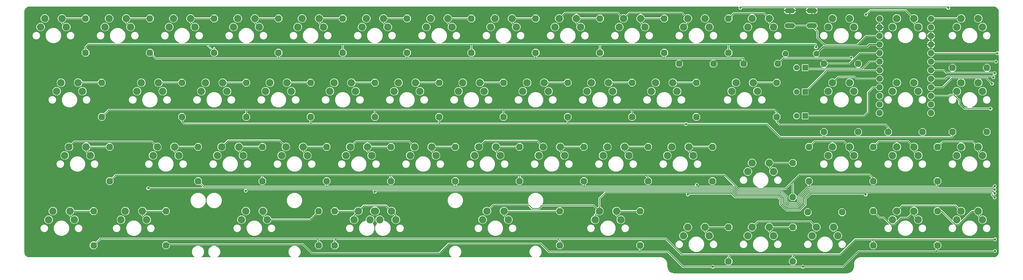
<source format=gbr>
G04 EAGLE Gerber RS-274X export*
G75*
%MOMM*%
%FSLAX34Y34*%
%LPD*%
%INBottom Copper*%
%IPPOS*%
%AMOC8*
5,1,8,0,0,1.08239X$1,22.5*%
G01*
%ADD10C,1.879600*%
%ADD11C,1.508000*%
%ADD12C,2.184400*%
%ADD13P,2.089446X8X112.500000*%
%ADD14P,2.089446X8X22.500000*%
%ADD15C,1.676400*%
%ADD16R,1.676400X1.676400*%
%ADD17P,1.814519X8X202.500000*%
%ADD18C,0.254000*%
%ADD19C,0.756400*%
%ADD20C,0.152400*%
%ADD21C,0.406400*%

G36*
X2542006Y-133743D02*
X2542006Y-133743D01*
X2542044Y-133744D01*
X2545153Y-133499D01*
X2545159Y-133498D01*
X2545165Y-133498D01*
X2545329Y-133464D01*
X2551243Y-131543D01*
X2551275Y-131526D01*
X2551309Y-131517D01*
X2551455Y-131434D01*
X2556486Y-127779D01*
X2556511Y-127754D01*
X2556541Y-127735D01*
X2556654Y-127611D01*
X2560309Y-122580D01*
X2560326Y-122548D01*
X2560348Y-122521D01*
X2560418Y-122368D01*
X2562339Y-116454D01*
X2562340Y-116448D01*
X2562343Y-116443D01*
X2562374Y-116278D01*
X2562619Y-113169D01*
X2562617Y-113147D01*
X2562621Y-113109D01*
X2562621Y-102972D01*
X2565824Y-95241D01*
X2571741Y-89324D01*
X2579472Y-86121D01*
X2976563Y-86121D01*
X2976588Y-86117D01*
X2976637Y-86117D01*
X2979353Y-85850D01*
X2979381Y-85843D01*
X2979409Y-85842D01*
X2979570Y-85796D01*
X2984589Y-83717D01*
X2984644Y-83682D01*
X2984705Y-83657D01*
X2984770Y-83605D01*
X2984798Y-83587D01*
X2984810Y-83572D01*
X2984836Y-83552D01*
X2988677Y-79711D01*
X2988715Y-79658D01*
X2988761Y-79611D01*
X2988801Y-79538D01*
X2988820Y-79511D01*
X2988826Y-79492D01*
X2988842Y-79464D01*
X2990921Y-74445D01*
X2990927Y-74417D01*
X2990940Y-74392D01*
X2990975Y-74228D01*
X2991242Y-71512D01*
X2991241Y-71486D01*
X2991246Y-71438D01*
X2991246Y513439D01*
X2991235Y513509D01*
X2991233Y513581D01*
X2991215Y513630D01*
X2991206Y513681D01*
X2991173Y513745D01*
X2991148Y513812D01*
X2991116Y513853D01*
X2991091Y513899D01*
X2991039Y513948D01*
X2990995Y514004D01*
X2990951Y514032D01*
X2990913Y514068D01*
X2990848Y514098D01*
X2990788Y514137D01*
X2990737Y514150D01*
X2990690Y514172D01*
X2990619Y514180D01*
X2990549Y514197D01*
X2990497Y514193D01*
X2990445Y514199D01*
X2990375Y514184D01*
X2990304Y514178D01*
X2990256Y514158D01*
X2990205Y514147D01*
X2990143Y514110D01*
X2990078Y514082D01*
X2990022Y514037D01*
X2989994Y514020D01*
X2989979Y514003D01*
X2989947Y513977D01*
X2989663Y513693D01*
X2985267Y513693D01*
X2982978Y515982D01*
X2982904Y516035D01*
X2982834Y516095D01*
X2982804Y516107D01*
X2982778Y516126D01*
X2982691Y516153D01*
X2982606Y516187D01*
X2982565Y516191D01*
X2982543Y516198D01*
X2982511Y516197D01*
X2982439Y516205D01*
X2801788Y516205D01*
X2801673Y516186D01*
X2801557Y516169D01*
X2801551Y516167D01*
X2801545Y516166D01*
X2801442Y516111D01*
X2801338Y516058D01*
X2801333Y516053D01*
X2801328Y516050D01*
X2801248Y515966D01*
X2801165Y515882D01*
X2801162Y515876D01*
X2801158Y515872D01*
X2801150Y515855D01*
X2801084Y515735D01*
X2800085Y513322D01*
X2797012Y510250D01*
X2792998Y508587D01*
X2788652Y508587D01*
X2784638Y510250D01*
X2781565Y513322D01*
X2779902Y517337D01*
X2779902Y521682D01*
X2781565Y525697D01*
X2784638Y528769D01*
X2788652Y530432D01*
X2792998Y530432D01*
X2797012Y528769D01*
X2800085Y525697D01*
X2801506Y522265D01*
X2801568Y522165D01*
X2801628Y522065D01*
X2801633Y522061D01*
X2801636Y522056D01*
X2801726Y521981D01*
X2801815Y521905D01*
X2801821Y521903D01*
X2801826Y521899D01*
X2801934Y521857D01*
X2802043Y521813D01*
X2802051Y521812D01*
X2802055Y521811D01*
X2802073Y521810D01*
X2802210Y521795D01*
X2982439Y521795D01*
X2982530Y521809D01*
X2982620Y521817D01*
X2982650Y521829D01*
X2982682Y521834D01*
X2982763Y521877D01*
X2982847Y521913D01*
X2982879Y521939D01*
X2982900Y521950D01*
X2982922Y521973D01*
X2982978Y522018D01*
X2985267Y524307D01*
X2989663Y524307D01*
X2989947Y524023D01*
X2990005Y523981D01*
X2990057Y523932D01*
X2990104Y523910D01*
X2990146Y523880D01*
X2990215Y523858D01*
X2990280Y523828D01*
X2990332Y523823D01*
X2990381Y523807D01*
X2990453Y523809D01*
X2990524Y523801D01*
X2990575Y523812D01*
X2990627Y523814D01*
X2990695Y523838D01*
X2990765Y523853D01*
X2990809Y523880D01*
X2990858Y523898D01*
X2990914Y523943D01*
X2990976Y523980D01*
X2991010Y524019D01*
X2991050Y524052D01*
X2991089Y524112D01*
X2991136Y524167D01*
X2991155Y524215D01*
X2991183Y524259D01*
X2991201Y524328D01*
X2991228Y524395D01*
X2991236Y524466D01*
X2991243Y524497D01*
X2991242Y524520D01*
X2991246Y524561D01*
X2991246Y642938D01*
X2991242Y642963D01*
X2991242Y643012D01*
X2990975Y645728D01*
X2990968Y645756D01*
X2990967Y645784D01*
X2990921Y645945D01*
X2988842Y650964D01*
X2988807Y651019D01*
X2988782Y651080D01*
X2988730Y651145D01*
X2988712Y651173D01*
X2988697Y651185D01*
X2988677Y651211D01*
X2984836Y655052D01*
X2984783Y655090D01*
X2984736Y655136D01*
X2984663Y655176D01*
X2984636Y655195D01*
X2984617Y655201D01*
X2984589Y655217D01*
X2979570Y657296D01*
X2979542Y657302D01*
X2979517Y657315D01*
X2979353Y657350D01*
X2976637Y657617D01*
X2976611Y657616D01*
X2976563Y657621D01*
X2847561Y657621D01*
X2847491Y657610D01*
X2847419Y657608D01*
X2847370Y657590D01*
X2847319Y657581D01*
X2847255Y657548D01*
X2847188Y657523D01*
X2847147Y657491D01*
X2847101Y657466D01*
X2847052Y657414D01*
X2846996Y657370D01*
X2846968Y657326D01*
X2846932Y657288D01*
X2846902Y657223D01*
X2846863Y657163D01*
X2846850Y657112D01*
X2846828Y657065D01*
X2846820Y656994D01*
X2846803Y656924D01*
X2846807Y656872D01*
X2846801Y656820D01*
X2846816Y656750D01*
X2846822Y656679D01*
X2846842Y656631D01*
X2846853Y656580D01*
X2846890Y656518D01*
X2846918Y656453D01*
X2846963Y656397D01*
X2846980Y656369D01*
X2846997Y656354D01*
X2847023Y656322D01*
X2847307Y656038D01*
X2847307Y651642D01*
X2844198Y648533D01*
X2839802Y648533D01*
X2836693Y651642D01*
X2836693Y652796D01*
X2836690Y652816D01*
X2836692Y652835D01*
X2836670Y652937D01*
X2836654Y653039D01*
X2836644Y653056D01*
X2836640Y653076D01*
X2836587Y653165D01*
X2836538Y653256D01*
X2836524Y653270D01*
X2836514Y653287D01*
X2836435Y653354D01*
X2836360Y653425D01*
X2836342Y653434D01*
X2836327Y653447D01*
X2836231Y653486D01*
X2836137Y653529D01*
X2836117Y653531D01*
X2836099Y653539D01*
X2835932Y653557D01*
X2453373Y653557D01*
X2453362Y653555D01*
X2453350Y653557D01*
X2453241Y653535D01*
X2453131Y653517D01*
X2453120Y653512D01*
X2453108Y653509D01*
X2453012Y653454D01*
X2452913Y653402D01*
X2452905Y653394D01*
X2452895Y653388D01*
X2452820Y653304D01*
X2452744Y653224D01*
X2452739Y653213D01*
X2452731Y653204D01*
X2452687Y653102D01*
X2452640Y653001D01*
X2452639Y652989D01*
X2452634Y652978D01*
X2452625Y652867D01*
X2452613Y652756D01*
X2452616Y652745D01*
X2452615Y652733D01*
X2452642Y652625D01*
X2452665Y652516D01*
X2452672Y652506D01*
X2452675Y652494D01*
X2452758Y652348D01*
X2453724Y651018D01*
X2454445Y649604D01*
X2454935Y648095D01*
X2455068Y647258D01*
X2438325Y647258D01*
X2438305Y647254D01*
X2438285Y647257D01*
X2438184Y647235D01*
X2438082Y647218D01*
X2438064Y647209D01*
X2438045Y647204D01*
X2437956Y647151D01*
X2437865Y647103D01*
X2437851Y647088D01*
X2437834Y647078D01*
X2437766Y646999D01*
X2437695Y646924D01*
X2437687Y646906D01*
X2437674Y646891D01*
X2437635Y646795D01*
X2437592Y646701D01*
X2437589Y646682D01*
X2437582Y646663D01*
X2437563Y646496D01*
X2437563Y645733D01*
X2437562Y645733D01*
X2437562Y646496D01*
X2437558Y646516D01*
X2437561Y646536D01*
X2437539Y646637D01*
X2437522Y646739D01*
X2437513Y646757D01*
X2437508Y646776D01*
X2437455Y646865D01*
X2437407Y646956D01*
X2437392Y646970D01*
X2437382Y646987D01*
X2437303Y647055D01*
X2437228Y647126D01*
X2437210Y647134D01*
X2437195Y647147D01*
X2437099Y647186D01*
X2437005Y647229D01*
X2436986Y647232D01*
X2436967Y647239D01*
X2436800Y647258D01*
X2420057Y647258D01*
X2420190Y648095D01*
X2420680Y649604D01*
X2421401Y651018D01*
X2422367Y652348D01*
X2422373Y652359D01*
X2422381Y652368D01*
X2422428Y652468D01*
X2422478Y652568D01*
X2422480Y652580D01*
X2422485Y652591D01*
X2422497Y652701D01*
X2422513Y652812D01*
X2422510Y652823D01*
X2422512Y652835D01*
X2422488Y652944D01*
X2422468Y653054D01*
X2422462Y653064D01*
X2422460Y653076D01*
X2422402Y653171D01*
X2422348Y653268D01*
X2422340Y653277D01*
X2422333Y653287D01*
X2422249Y653359D01*
X2422167Y653434D01*
X2422156Y653439D01*
X2422146Y653447D01*
X2422043Y653489D01*
X2421941Y653533D01*
X2421929Y653534D01*
X2421918Y653539D01*
X2421752Y653557D01*
X2388373Y653557D01*
X2388362Y653555D01*
X2388350Y653557D01*
X2388241Y653535D01*
X2388131Y653517D01*
X2388120Y653512D01*
X2388108Y653509D01*
X2388012Y653454D01*
X2387913Y653402D01*
X2387905Y653394D01*
X2387895Y653388D01*
X2387820Y653304D01*
X2387744Y653224D01*
X2387739Y653213D01*
X2387731Y653204D01*
X2387687Y653102D01*
X2387640Y653001D01*
X2387639Y652989D01*
X2387634Y652978D01*
X2387625Y652867D01*
X2387613Y652756D01*
X2387616Y652745D01*
X2387615Y652733D01*
X2387642Y652625D01*
X2387665Y652516D01*
X2387672Y652506D01*
X2387675Y652494D01*
X2387758Y652348D01*
X2388724Y651018D01*
X2389445Y649604D01*
X2389935Y648095D01*
X2390068Y647258D01*
X2373325Y647258D01*
X2373305Y647254D01*
X2373285Y647257D01*
X2373184Y647235D01*
X2373082Y647218D01*
X2373064Y647209D01*
X2373045Y647204D01*
X2372956Y647151D01*
X2372865Y647103D01*
X2372851Y647088D01*
X2372834Y647078D01*
X2372766Y646999D01*
X2372695Y646924D01*
X2372687Y646906D01*
X2372674Y646891D01*
X2372635Y646795D01*
X2372592Y646701D01*
X2372589Y646682D01*
X2372582Y646663D01*
X2372563Y646496D01*
X2372563Y645733D01*
X2372562Y645733D01*
X2372562Y646496D01*
X2372558Y646516D01*
X2372561Y646536D01*
X2372539Y646637D01*
X2372522Y646739D01*
X2372513Y646757D01*
X2372508Y646776D01*
X2372455Y646865D01*
X2372407Y646956D01*
X2372392Y646970D01*
X2372382Y646987D01*
X2372303Y647055D01*
X2372228Y647126D01*
X2372210Y647134D01*
X2372195Y647147D01*
X2372099Y647186D01*
X2372005Y647229D01*
X2371986Y647232D01*
X2371967Y647239D01*
X2371800Y647258D01*
X2355057Y647258D01*
X2355190Y648095D01*
X2355680Y649604D01*
X2356401Y651018D01*
X2357367Y652348D01*
X2357373Y652359D01*
X2357381Y652368D01*
X2357428Y652469D01*
X2357478Y652568D01*
X2357480Y652580D01*
X2357485Y652591D01*
X2357497Y652701D01*
X2357513Y652812D01*
X2357511Y652824D01*
X2357512Y652835D01*
X2357488Y652944D01*
X2357468Y653054D01*
X2357462Y653064D01*
X2357460Y653076D01*
X2357402Y653171D01*
X2357348Y653268D01*
X2357340Y653277D01*
X2357333Y653287D01*
X2357249Y653359D01*
X2357167Y653434D01*
X2357156Y653439D01*
X2357146Y653447D01*
X2357043Y653488D01*
X2356941Y653533D01*
X2356929Y653534D01*
X2356918Y653539D01*
X2356752Y653557D01*
X2232068Y653557D01*
X2232048Y653554D01*
X2232029Y653556D01*
X2231927Y653534D01*
X2231825Y653517D01*
X2231808Y653508D01*
X2231788Y653504D01*
X2231699Y653451D01*
X2231608Y653402D01*
X2231594Y653388D01*
X2231577Y653378D01*
X2231510Y653299D01*
X2231438Y653224D01*
X2231430Y653206D01*
X2231417Y653191D01*
X2231378Y653095D01*
X2231335Y653001D01*
X2231333Y652981D01*
X2231325Y652963D01*
X2231307Y652796D01*
X2231307Y651642D01*
X2228198Y648533D01*
X2223802Y648533D01*
X2220693Y651642D01*
X2220693Y656038D01*
X2220977Y656322D01*
X2221019Y656380D01*
X2221068Y656432D01*
X2221090Y656479D01*
X2221120Y656521D01*
X2221142Y656590D01*
X2221172Y656655D01*
X2221177Y656707D01*
X2221193Y656756D01*
X2221191Y656828D01*
X2221199Y656899D01*
X2221188Y656950D01*
X2221186Y657002D01*
X2221162Y657070D01*
X2221147Y657140D01*
X2221120Y657184D01*
X2221102Y657233D01*
X2221057Y657289D01*
X2221020Y657351D01*
X2220981Y657385D01*
X2220948Y657425D01*
X2220888Y657464D01*
X2220833Y657511D01*
X2220785Y657530D01*
X2220741Y657558D01*
X2220672Y657576D01*
X2220605Y657603D01*
X2220534Y657611D01*
X2220503Y657618D01*
X2220480Y657617D01*
X2220439Y657621D01*
X119062Y657621D01*
X119037Y657617D01*
X118988Y657617D01*
X116272Y657350D01*
X116244Y657343D01*
X116216Y657342D01*
X116055Y657296D01*
X111036Y655217D01*
X110981Y655182D01*
X110920Y655157D01*
X110855Y655105D01*
X110827Y655087D01*
X110815Y655072D01*
X110789Y655052D01*
X106948Y651211D01*
X106910Y651158D01*
X106864Y651111D01*
X106824Y651038D01*
X106805Y651011D01*
X106799Y650992D01*
X106783Y650964D01*
X104704Y645945D01*
X104698Y645917D01*
X104685Y645892D01*
X104650Y645728D01*
X104383Y643012D01*
X104384Y642986D01*
X104379Y642938D01*
X104379Y-71438D01*
X104383Y-71464D01*
X104383Y-71512D01*
X104650Y-74228D01*
X104657Y-74256D01*
X104658Y-74284D01*
X104704Y-74445D01*
X106783Y-79464D01*
X106818Y-79519D01*
X106843Y-79580D01*
X106895Y-79645D01*
X106913Y-79673D01*
X106928Y-79685D01*
X106948Y-79711D01*
X110789Y-83552D01*
X110842Y-83590D01*
X110889Y-83636D01*
X110962Y-83676D01*
X110989Y-83695D01*
X111008Y-83701D01*
X111036Y-83717D01*
X116055Y-85796D01*
X116083Y-85802D01*
X116108Y-85815D01*
X116272Y-85850D01*
X118988Y-86117D01*
X119014Y-86116D01*
X119062Y-86121D01*
X608311Y-86121D01*
X608382Y-86110D01*
X608453Y-86108D01*
X608502Y-86090D01*
X608554Y-86081D01*
X608617Y-86048D01*
X608684Y-86023D01*
X608725Y-85991D01*
X608771Y-85966D01*
X608820Y-85914D01*
X608876Y-85870D01*
X608905Y-85826D01*
X608940Y-85788D01*
X608971Y-85723D01*
X609009Y-85663D01*
X609022Y-85612D01*
X609044Y-85565D01*
X609052Y-85494D01*
X609069Y-85424D01*
X609065Y-85372D01*
X609071Y-85320D01*
X609056Y-85250D01*
X609050Y-85179D01*
X609030Y-85131D01*
X609019Y-85080D01*
X608982Y-85018D01*
X608954Y-84953D01*
X608909Y-84897D01*
X608893Y-84869D01*
X608875Y-84854D01*
X608849Y-84822D01*
X604105Y-80078D01*
X601397Y-73539D01*
X601397Y-66461D01*
X604105Y-59922D01*
X609110Y-54918D01*
X615649Y-52209D01*
X622726Y-52209D01*
X629265Y-54918D01*
X634270Y-59922D01*
X636978Y-66461D01*
X636978Y-73539D01*
X634270Y-80078D01*
X629526Y-84822D01*
X629484Y-84880D01*
X629435Y-84932D01*
X629413Y-84979D01*
X629382Y-85021D01*
X629361Y-85090D01*
X629331Y-85155D01*
X629325Y-85207D01*
X629310Y-85256D01*
X629312Y-85328D01*
X629304Y-85399D01*
X629315Y-85450D01*
X629316Y-85502D01*
X629341Y-85570D01*
X629356Y-85640D01*
X629383Y-85684D01*
X629401Y-85733D01*
X629446Y-85789D01*
X629482Y-85851D01*
X629522Y-85885D01*
X629554Y-85925D01*
X629615Y-85964D01*
X629669Y-86011D01*
X629718Y-86030D01*
X629761Y-86058D01*
X629831Y-86076D01*
X629897Y-86103D01*
X629969Y-86111D01*
X630000Y-86118D01*
X630023Y-86117D01*
X630064Y-86121D01*
X655936Y-86121D01*
X656007Y-86110D01*
X656078Y-86108D01*
X656127Y-86090D01*
X656179Y-86081D01*
X656242Y-86048D01*
X656309Y-86023D01*
X656350Y-85991D01*
X656396Y-85966D01*
X656445Y-85914D01*
X656501Y-85870D01*
X656530Y-85826D01*
X656565Y-85788D01*
X656596Y-85723D01*
X656634Y-85663D01*
X656647Y-85612D01*
X656669Y-85565D01*
X656677Y-85494D01*
X656694Y-85424D01*
X656690Y-85372D01*
X656696Y-85320D01*
X656681Y-85250D01*
X656675Y-85179D01*
X656655Y-85131D01*
X656644Y-85080D01*
X656607Y-85018D01*
X656579Y-84953D01*
X656534Y-84897D01*
X656518Y-84869D01*
X656500Y-84854D01*
X656474Y-84822D01*
X651730Y-80078D01*
X649022Y-73539D01*
X649022Y-66461D01*
X651730Y-59922D01*
X656735Y-54918D01*
X663274Y-52209D01*
X670351Y-52209D01*
X676890Y-54918D01*
X681895Y-59922D01*
X684603Y-66461D01*
X684603Y-73539D01*
X681895Y-80078D01*
X677151Y-84822D01*
X677109Y-84880D01*
X677060Y-84932D01*
X677038Y-84979D01*
X677007Y-85021D01*
X676986Y-85090D01*
X676956Y-85155D01*
X676950Y-85207D01*
X676935Y-85256D01*
X676937Y-85328D01*
X676929Y-85399D01*
X676940Y-85450D01*
X676941Y-85502D01*
X676966Y-85570D01*
X676981Y-85640D01*
X677008Y-85684D01*
X677026Y-85733D01*
X677071Y-85789D01*
X677107Y-85851D01*
X677147Y-85885D01*
X677179Y-85925D01*
X677240Y-85964D01*
X677294Y-86011D01*
X677343Y-86030D01*
X677386Y-86058D01*
X677456Y-86076D01*
X677522Y-86103D01*
X677594Y-86111D01*
X677625Y-86118D01*
X677648Y-86117D01*
X677689Y-86121D01*
X893936Y-86121D01*
X894007Y-86110D01*
X894078Y-86108D01*
X894127Y-86090D01*
X894179Y-86081D01*
X894242Y-86048D01*
X894309Y-86023D01*
X894350Y-85991D01*
X894396Y-85966D01*
X894445Y-85914D01*
X894501Y-85870D01*
X894530Y-85826D01*
X894565Y-85788D01*
X894596Y-85723D01*
X894634Y-85663D01*
X894647Y-85612D01*
X894669Y-85565D01*
X894677Y-85494D01*
X894694Y-85424D01*
X894690Y-85372D01*
X894696Y-85320D01*
X894681Y-85250D01*
X894675Y-85179D01*
X894655Y-85131D01*
X894644Y-85080D01*
X894607Y-85018D01*
X894579Y-84953D01*
X894534Y-84897D01*
X894518Y-84869D01*
X894500Y-84854D01*
X894474Y-84822D01*
X889730Y-80078D01*
X887022Y-73539D01*
X887022Y-66461D01*
X889730Y-59922D01*
X894735Y-54918D01*
X901274Y-52209D01*
X908351Y-52209D01*
X914890Y-54918D01*
X919895Y-59922D01*
X922603Y-66461D01*
X922603Y-73539D01*
X919895Y-80078D01*
X915151Y-84822D01*
X915109Y-84880D01*
X915060Y-84932D01*
X915038Y-84979D01*
X915007Y-85021D01*
X914986Y-85090D01*
X914956Y-85155D01*
X914950Y-85207D01*
X914935Y-85256D01*
X914937Y-85328D01*
X914929Y-85399D01*
X914940Y-85450D01*
X914941Y-85502D01*
X914966Y-85570D01*
X914981Y-85640D01*
X915008Y-85684D01*
X915026Y-85733D01*
X915071Y-85789D01*
X915107Y-85851D01*
X915147Y-85885D01*
X915179Y-85925D01*
X915240Y-85964D01*
X915294Y-86011D01*
X915343Y-86030D01*
X915386Y-86058D01*
X915456Y-86076D01*
X915522Y-86103D01*
X915594Y-86111D01*
X915625Y-86118D01*
X915648Y-86117D01*
X915689Y-86121D01*
X1370311Y-86121D01*
X1370382Y-86110D01*
X1370453Y-86108D01*
X1370502Y-86090D01*
X1370554Y-86081D01*
X1370617Y-86048D01*
X1370684Y-86023D01*
X1370725Y-85991D01*
X1370771Y-85966D01*
X1370820Y-85914D01*
X1370876Y-85870D01*
X1370905Y-85826D01*
X1370940Y-85788D01*
X1370971Y-85723D01*
X1371009Y-85663D01*
X1371022Y-85612D01*
X1371044Y-85565D01*
X1371052Y-85494D01*
X1371069Y-85424D01*
X1371065Y-85372D01*
X1371071Y-85320D01*
X1371056Y-85250D01*
X1371050Y-85179D01*
X1371030Y-85131D01*
X1371019Y-85080D01*
X1370982Y-85018D01*
X1370954Y-84953D01*
X1370909Y-84897D01*
X1370893Y-84869D01*
X1370875Y-84854D01*
X1370849Y-84822D01*
X1366105Y-80078D01*
X1363397Y-73539D01*
X1363397Y-66461D01*
X1366105Y-59922D01*
X1371110Y-54918D01*
X1377649Y-52209D01*
X1384726Y-52209D01*
X1391265Y-54918D01*
X1396270Y-59922D01*
X1398978Y-66461D01*
X1398978Y-73539D01*
X1396270Y-80078D01*
X1391526Y-84822D01*
X1391484Y-84880D01*
X1391435Y-84932D01*
X1391413Y-84979D01*
X1391382Y-85021D01*
X1391361Y-85090D01*
X1391331Y-85155D01*
X1391325Y-85207D01*
X1391310Y-85256D01*
X1391312Y-85328D01*
X1391304Y-85399D01*
X1391315Y-85450D01*
X1391316Y-85502D01*
X1391341Y-85570D01*
X1391356Y-85640D01*
X1391383Y-85684D01*
X1391401Y-85733D01*
X1391446Y-85789D01*
X1391482Y-85851D01*
X1391522Y-85885D01*
X1391554Y-85925D01*
X1391615Y-85964D01*
X1391669Y-86011D01*
X1391718Y-86030D01*
X1391761Y-86058D01*
X1391831Y-86076D01*
X1391897Y-86103D01*
X1391969Y-86111D01*
X1392000Y-86118D01*
X1392023Y-86117D01*
X1392064Y-86121D01*
X1608311Y-86121D01*
X1608382Y-86110D01*
X1608453Y-86108D01*
X1608502Y-86090D01*
X1608554Y-86081D01*
X1608617Y-86048D01*
X1608684Y-86023D01*
X1608725Y-85991D01*
X1608771Y-85966D01*
X1608820Y-85914D01*
X1608876Y-85870D01*
X1608905Y-85826D01*
X1608940Y-85788D01*
X1608971Y-85723D01*
X1609009Y-85663D01*
X1609022Y-85612D01*
X1609044Y-85565D01*
X1609052Y-85494D01*
X1609069Y-85424D01*
X1609065Y-85372D01*
X1609071Y-85320D01*
X1609056Y-85250D01*
X1609050Y-85179D01*
X1609030Y-85131D01*
X1609019Y-85080D01*
X1608982Y-85018D01*
X1608954Y-84953D01*
X1608909Y-84897D01*
X1608893Y-84869D01*
X1608875Y-84854D01*
X1608849Y-84822D01*
X1604105Y-80078D01*
X1601397Y-73539D01*
X1601397Y-66461D01*
X1604105Y-59922D01*
X1609110Y-54918D01*
X1615649Y-52209D01*
X1622726Y-52209D01*
X1629265Y-54918D01*
X1634270Y-59922D01*
X1636978Y-66461D01*
X1636978Y-73539D01*
X1634270Y-80078D01*
X1629526Y-84822D01*
X1629484Y-84880D01*
X1629435Y-84932D01*
X1629413Y-84979D01*
X1629382Y-85021D01*
X1629361Y-85090D01*
X1629331Y-85155D01*
X1629325Y-85207D01*
X1629310Y-85256D01*
X1629312Y-85328D01*
X1629304Y-85399D01*
X1629315Y-85450D01*
X1629316Y-85502D01*
X1629341Y-85570D01*
X1629356Y-85640D01*
X1629383Y-85684D01*
X1629401Y-85733D01*
X1629446Y-85789D01*
X1629482Y-85851D01*
X1629522Y-85885D01*
X1629554Y-85925D01*
X1629615Y-85964D01*
X1629669Y-86011D01*
X1629718Y-86030D01*
X1629761Y-86058D01*
X1629831Y-86076D01*
X1629897Y-86103D01*
X1629969Y-86111D01*
X1630000Y-86118D01*
X1630023Y-86117D01*
X1630064Y-86121D01*
X1992528Y-86121D01*
X2000259Y-89324D01*
X2006176Y-95241D01*
X2009379Y-102972D01*
X2009379Y-113109D01*
X2009382Y-113131D01*
X2009381Y-113169D01*
X2009626Y-116278D01*
X2009627Y-116284D01*
X2009627Y-116290D01*
X2009661Y-116454D01*
X2011582Y-122368D01*
X2011599Y-122400D01*
X2011608Y-122434D01*
X2011691Y-122580D01*
X2015346Y-127611D01*
X2015371Y-127636D01*
X2015390Y-127666D01*
X2015514Y-127779D01*
X2020545Y-131434D01*
X2020577Y-131451D01*
X2020604Y-131473D01*
X2020757Y-131543D01*
X2026671Y-133464D01*
X2026677Y-133465D01*
X2026682Y-133468D01*
X2026847Y-133499D01*
X2029956Y-133744D01*
X2029978Y-133742D01*
X2030016Y-133746D01*
X2541984Y-133746D01*
X2542006Y-133743D01*
G37*
%LPC*%
G36*
X1792987Y12953D02*
X1792987Y12953D01*
X1788412Y14848D01*
X1784911Y18349D01*
X1783016Y22924D01*
X1783016Y27876D01*
X1784911Y32451D01*
X1788412Y35952D01*
X1792198Y37520D01*
X1792298Y37582D01*
X1792397Y37641D01*
X1792401Y37646D01*
X1792407Y37650D01*
X1792482Y37740D01*
X1792557Y37828D01*
X1792560Y37834D01*
X1792564Y37839D01*
X1792605Y37947D01*
X1792649Y38057D01*
X1792650Y38064D01*
X1792652Y38069D01*
X1792653Y38087D01*
X1792668Y38223D01*
X1792668Y41639D01*
X1796421Y45393D01*
X1796467Y45456D01*
X1796491Y45481D01*
X1796501Y45502D01*
X1796559Y45581D01*
X1796561Y45587D01*
X1796565Y45592D01*
X1796599Y45703D01*
X1796636Y45815D01*
X1796636Y45821D01*
X1796637Y45827D01*
X1796634Y45944D01*
X1796633Y46061D01*
X1796631Y46068D01*
X1796631Y46073D01*
X1796625Y46091D01*
X1796586Y46222D01*
X1795716Y48324D01*
X1795716Y53276D01*
X1797284Y57062D01*
X1797293Y57101D01*
X1797303Y57123D01*
X1797308Y57163D01*
X1797311Y57175D01*
X1797339Y57289D01*
X1797339Y57295D01*
X1797340Y57301D01*
X1797329Y57418D01*
X1797320Y57534D01*
X1797318Y57540D01*
X1797317Y57546D01*
X1797269Y57654D01*
X1797224Y57760D01*
X1797219Y57766D01*
X1797217Y57771D01*
X1797204Y57785D01*
X1797119Y57891D01*
X1790028Y64982D01*
X1789954Y65035D01*
X1789884Y65095D01*
X1789854Y65107D01*
X1789828Y65126D01*
X1789741Y65153D01*
X1789656Y65187D01*
X1789615Y65191D01*
X1789593Y65198D01*
X1789561Y65197D01*
X1789490Y65205D01*
X1639933Y65205D01*
X1639843Y65191D01*
X1639752Y65183D01*
X1639722Y65171D01*
X1639690Y65166D01*
X1639609Y65123D01*
X1639526Y65087D01*
X1639493Y65061D01*
X1639473Y65050D01*
X1639451Y65027D01*
X1639395Y64982D01*
X1630208Y55795D01*
X1608167Y55795D01*
X1597980Y65982D01*
X1597906Y66035D01*
X1597837Y66095D01*
X1597807Y66107D01*
X1597781Y66126D01*
X1597694Y66153D01*
X1597609Y66187D01*
X1597568Y66191D01*
X1597546Y66198D01*
X1597513Y66197D01*
X1597442Y66205D01*
X1494460Y66205D01*
X1494370Y66191D01*
X1494279Y66183D01*
X1494250Y66171D01*
X1494218Y66166D01*
X1494137Y66123D01*
X1494053Y66087D01*
X1494021Y66061D01*
X1494000Y66050D01*
X1493978Y66027D01*
X1493922Y65982D01*
X1485831Y57891D01*
X1485763Y57797D01*
X1485693Y57703D01*
X1485691Y57697D01*
X1485688Y57692D01*
X1485653Y57580D01*
X1485617Y57469D01*
X1485617Y57462D01*
X1485615Y57456D01*
X1485618Y57340D01*
X1485619Y57223D01*
X1485621Y57216D01*
X1485622Y57211D01*
X1485628Y57193D01*
X1485666Y57062D01*
X1487234Y53276D01*
X1487234Y48324D01*
X1485339Y43749D01*
X1481838Y40248D01*
X1477263Y38353D01*
X1472312Y38353D01*
X1467737Y40248D01*
X1464236Y43749D01*
X1462341Y48324D01*
X1462341Y53276D01*
X1464236Y57851D01*
X1467737Y61352D01*
X1472312Y63247D01*
X1477263Y63247D01*
X1481049Y61679D01*
X1481163Y61652D01*
X1481276Y61623D01*
X1481283Y61624D01*
X1481289Y61622D01*
X1481405Y61633D01*
X1481521Y61642D01*
X1481527Y61645D01*
X1481534Y61646D01*
X1481641Y61693D01*
X1481748Y61739D01*
X1481754Y61743D01*
X1481758Y61746D01*
X1481772Y61758D01*
X1481879Y61844D01*
X1489970Y69935D01*
X1491830Y71795D01*
X1598043Y71795D01*
X1598088Y71802D01*
X1598134Y71800D01*
X1598209Y71822D01*
X1598286Y71834D01*
X1598326Y71856D01*
X1598371Y71869D01*
X1598435Y71913D01*
X1598503Y71950D01*
X1598535Y71983D01*
X1598573Y72009D01*
X1598619Y72072D01*
X1598673Y72128D01*
X1598692Y72170D01*
X1598719Y72206D01*
X1598743Y72280D01*
X1598776Y72351D01*
X1598781Y72397D01*
X1598796Y72440D01*
X1598795Y72518D01*
X1598803Y72595D01*
X1598794Y72640D01*
X1598793Y72686D01*
X1598755Y72818D01*
X1598751Y72836D01*
X1598749Y72840D01*
X1598746Y72847D01*
X1596647Y77916D01*
X1596647Y86884D01*
X1600078Y95168D01*
X1606419Y101509D01*
X1614704Y104941D01*
X1623671Y104941D01*
X1631956Y101509D01*
X1638297Y95168D01*
X1641728Y86884D01*
X1641728Y77916D01*
X1639214Y71847D01*
X1639204Y71803D01*
X1639185Y71761D01*
X1639176Y71684D01*
X1639158Y71608D01*
X1639162Y71562D01*
X1639157Y71517D01*
X1639174Y71440D01*
X1639181Y71363D01*
X1639200Y71321D01*
X1639210Y71276D01*
X1639250Y71209D01*
X1639281Y71138D01*
X1639312Y71104D01*
X1639336Y71065D01*
X1639395Y71014D01*
X1639448Y70957D01*
X1639488Y70935D01*
X1639523Y70905D01*
X1639595Y70876D01*
X1639663Y70839D01*
X1639708Y70830D01*
X1639751Y70813D01*
X1639887Y70798D01*
X1639905Y70795D01*
X1639910Y70796D01*
X1639918Y70795D01*
X1792120Y70795D01*
X1793980Y68935D01*
X1801071Y61844D01*
X1801166Y61776D01*
X1801260Y61706D01*
X1801266Y61704D01*
X1801271Y61700D01*
X1801382Y61666D01*
X1801494Y61629D01*
X1801500Y61630D01*
X1801506Y61628D01*
X1801623Y61631D01*
X1801740Y61632D01*
X1801747Y61634D01*
X1801752Y61634D01*
X1801769Y61640D01*
X1801901Y61679D01*
X1804717Y62845D01*
X1804816Y62906D01*
X1804916Y62966D01*
X1804920Y62971D01*
X1804926Y62975D01*
X1805000Y63065D01*
X1805076Y63153D01*
X1805078Y63159D01*
X1805082Y63164D01*
X1805124Y63272D01*
X1805168Y63381D01*
X1805169Y63389D01*
X1805171Y63394D01*
X1805171Y63412D01*
X1805187Y63548D01*
X1805187Y89139D01*
X1822761Y106714D01*
X1822803Y106772D01*
X1822853Y106824D01*
X1822875Y106871D01*
X1822905Y106913D01*
X1822926Y106982D01*
X1822956Y107047D01*
X1822962Y107099D01*
X1822977Y107149D01*
X1822975Y107220D01*
X1822983Y107291D01*
X1822972Y107342D01*
X1822971Y107394D01*
X1822946Y107462D01*
X1822931Y107532D01*
X1822904Y107577D01*
X1822886Y107625D01*
X1822842Y107681D01*
X1822805Y107743D01*
X1822765Y107777D01*
X1822733Y107817D01*
X1822672Y107856D01*
X1822618Y107903D01*
X1822570Y107922D01*
X1822526Y107950D01*
X1822456Y107968D01*
X1822390Y107995D01*
X1822318Y108003D01*
X1822287Y108011D01*
X1822264Y108009D01*
X1822223Y108013D01*
X1148669Y108013D01*
X1148650Y108010D01*
X1148630Y108012D01*
X1148529Y107990D01*
X1148427Y107974D01*
X1148409Y107964D01*
X1148389Y107960D01*
X1148300Y107907D01*
X1148209Y107858D01*
X1148195Y107844D01*
X1148178Y107834D01*
X1148111Y107755D01*
X1148040Y107680D01*
X1148031Y107662D01*
X1148018Y107647D01*
X1147980Y107551D01*
X1147936Y107457D01*
X1147934Y107437D01*
X1147926Y107419D01*
X1147908Y107252D01*
X1147908Y106098D01*
X1144799Y102989D01*
X1140403Y102989D01*
X1137295Y106098D01*
X1137295Y110494D01*
X1137578Y110778D01*
X1137620Y110836D01*
X1137669Y110888D01*
X1137691Y110935D01*
X1137722Y110977D01*
X1137743Y111046D01*
X1137773Y111111D01*
X1137779Y111163D01*
X1137794Y111213D01*
X1137792Y111284D01*
X1137800Y111355D01*
X1137789Y111406D01*
X1137788Y111458D01*
X1137763Y111526D01*
X1137748Y111596D01*
X1137721Y111641D01*
X1137703Y111689D01*
X1137658Y111745D01*
X1137622Y111807D01*
X1137582Y111841D01*
X1137550Y111881D01*
X1137489Y111920D01*
X1137435Y111967D01*
X1137386Y111986D01*
X1137343Y112014D01*
X1137273Y112032D01*
X1137207Y112059D01*
X1137135Y112067D01*
X1137104Y112075D01*
X1137081Y112073D01*
X1137040Y112077D01*
X766480Y112077D01*
X766461Y112074D01*
X766441Y112076D01*
X766340Y112054D01*
X766238Y112038D01*
X766220Y112028D01*
X766201Y112024D01*
X766112Y111971D01*
X766020Y111922D01*
X766007Y111908D01*
X765990Y111898D01*
X765922Y111819D01*
X765851Y111744D01*
X765843Y111726D01*
X765830Y111711D01*
X765791Y111615D01*
X765747Y111521D01*
X765745Y111501D01*
X765738Y111483D01*
X765719Y111316D01*
X765719Y108592D01*
X762611Y105483D01*
X758214Y105483D01*
X755106Y108592D01*
X755106Y112988D01*
X756959Y114842D01*
X757001Y114900D01*
X757051Y114952D01*
X757072Y114999D01*
X757103Y115041D01*
X757124Y115110D01*
X757154Y115175D01*
X757160Y115227D01*
X757175Y115277D01*
X757173Y115348D01*
X757181Y115419D01*
X757170Y115470D01*
X757169Y115522D01*
X757144Y115590D01*
X757129Y115660D01*
X757102Y115705D01*
X757084Y115753D01*
X757040Y115809D01*
X757003Y115871D01*
X756963Y115905D01*
X756931Y115945D01*
X756870Y115984D01*
X756816Y116031D01*
X756768Y116050D01*
X756724Y116078D01*
X756654Y116096D01*
X756588Y116123D01*
X756516Y116131D01*
X756485Y116139D01*
X756462Y116137D01*
X756421Y116141D01*
X476386Y116141D01*
X476296Y116127D01*
X476205Y116119D01*
X476176Y116107D01*
X476144Y116102D01*
X476063Y116059D01*
X475979Y116023D01*
X475947Y115997D01*
X475926Y115986D01*
X475904Y115963D01*
X475848Y115918D01*
X473411Y113481D01*
X469014Y113481D01*
X465906Y116589D01*
X465906Y120986D01*
X469014Y124094D01*
X473411Y124094D01*
X475551Y121954D01*
X475625Y121901D01*
X475695Y121841D01*
X475725Y121829D01*
X475751Y121810D01*
X475838Y121783D01*
X475923Y121749D01*
X475964Y121745D01*
X475986Y121738D01*
X476018Y121739D01*
X476089Y121731D01*
X631304Y121731D01*
X631375Y121742D01*
X631447Y121744D01*
X631496Y121762D01*
X631547Y121770D01*
X631610Y121804D01*
X631678Y121829D01*
X631718Y121861D01*
X631764Y121886D01*
X631814Y121937D01*
X631870Y121982D01*
X631898Y122026D01*
X631934Y122064D01*
X631964Y122129D01*
X632003Y122189D01*
X632015Y122240D01*
X632037Y122287D01*
X632045Y122358D01*
X632063Y122428D01*
X632059Y122480D01*
X632064Y122531D01*
X632049Y122602D01*
X632044Y122673D01*
X632023Y122721D01*
X632012Y122772D01*
X631975Y122833D01*
X631947Y122899D01*
X631902Y122955D01*
X631886Y122983D01*
X631868Y122998D01*
X631842Y123030D01*
X625590Y129282D01*
X625574Y129294D01*
X625562Y129310D01*
X625474Y129366D01*
X625390Y129426D01*
X625371Y129432D01*
X625355Y129443D01*
X625254Y129468D01*
X625155Y129498D01*
X625135Y129498D01*
X625116Y129503D01*
X625013Y129495D01*
X624910Y129492D01*
X624891Y129485D01*
X624871Y129484D01*
X624776Y129443D01*
X624679Y129408D01*
X624663Y129395D01*
X624645Y129387D01*
X624514Y129282D01*
X623755Y128523D01*
X614495Y128523D01*
X607948Y135070D01*
X607948Y144330D01*
X614495Y150877D01*
X623755Y150877D01*
X630302Y144330D01*
X630302Y135070D01*
X629543Y134311D01*
X629531Y134295D01*
X629515Y134283D01*
X629459Y134195D01*
X629399Y134112D01*
X629393Y134093D01*
X629382Y134076D01*
X629357Y133975D01*
X629327Y133877D01*
X629327Y133857D01*
X629322Y133837D01*
X629330Y133734D01*
X629333Y133631D01*
X629340Y133612D01*
X629341Y133592D01*
X629382Y133497D01*
X629417Y133400D01*
X629430Y133384D01*
X629438Y133366D01*
X629543Y133235D01*
X636760Y126018D01*
X636834Y125965D01*
X636903Y125905D01*
X636933Y125893D01*
X636959Y125874D01*
X637046Y125847D01*
X637131Y125813D01*
X637172Y125809D01*
X637194Y125802D01*
X637227Y125803D01*
X637298Y125795D01*
X996569Y125795D01*
X996589Y125798D01*
X996608Y125796D01*
X996710Y125818D01*
X996812Y125834D01*
X996829Y125844D01*
X996849Y125848D01*
X996938Y125901D01*
X997029Y125950D01*
X997043Y125964D01*
X997060Y125974D01*
X997127Y126053D01*
X997199Y126128D01*
X997207Y126146D01*
X997220Y126161D01*
X997259Y126257D01*
X997302Y126351D01*
X997304Y126371D01*
X997312Y126389D01*
X997330Y126556D01*
X997330Y127762D01*
X997327Y127782D01*
X997329Y127801D01*
X997307Y127903D01*
X997291Y128005D01*
X997281Y128022D01*
X997277Y128042D01*
X997224Y128131D01*
X997175Y128222D01*
X997161Y128236D01*
X997151Y128253D01*
X997072Y128320D01*
X996997Y128392D01*
X996979Y128400D01*
X996964Y128413D01*
X996868Y128452D01*
X996774Y128495D01*
X996754Y128497D01*
X996736Y128505D01*
X996569Y128523D01*
X995495Y128523D01*
X988948Y135070D01*
X988948Y144330D01*
X995495Y150877D01*
X1004755Y150877D01*
X1011302Y144330D01*
X1011302Y135070D01*
X1004755Y128523D01*
X1003681Y128523D01*
X1003661Y128520D01*
X1003642Y128522D01*
X1003540Y128500D01*
X1003438Y128484D01*
X1003421Y128474D01*
X1003401Y128470D01*
X1003312Y128417D01*
X1003221Y128368D01*
X1003207Y128354D01*
X1003190Y128344D01*
X1003123Y128265D01*
X1003051Y128190D01*
X1003043Y128172D01*
X1003030Y128157D01*
X1002991Y128061D01*
X1002948Y127967D01*
X1002946Y127947D01*
X1002938Y127929D01*
X1002920Y127762D01*
X1002920Y126556D01*
X1002923Y126536D01*
X1002921Y126517D01*
X1002943Y126415D01*
X1002959Y126313D01*
X1002969Y126296D01*
X1002973Y126276D01*
X1003026Y126187D01*
X1003075Y126096D01*
X1003089Y126082D01*
X1003099Y126065D01*
X1003178Y125998D01*
X1003253Y125926D01*
X1003271Y125918D01*
X1003286Y125905D01*
X1003382Y125866D01*
X1003476Y125823D01*
X1003496Y125821D01*
X1003514Y125813D01*
X1003681Y125795D01*
X1377569Y125795D01*
X1377589Y125798D01*
X1377608Y125796D01*
X1377710Y125818D01*
X1377812Y125834D01*
X1377829Y125844D01*
X1377849Y125848D01*
X1377938Y125901D01*
X1378029Y125950D01*
X1378043Y125964D01*
X1378060Y125974D01*
X1378127Y126053D01*
X1378199Y126128D01*
X1378207Y126146D01*
X1378220Y126161D01*
X1378259Y126257D01*
X1378302Y126351D01*
X1378304Y126371D01*
X1378312Y126389D01*
X1378330Y126556D01*
X1378330Y127762D01*
X1378327Y127782D01*
X1378329Y127801D01*
X1378307Y127903D01*
X1378291Y128005D01*
X1378281Y128022D01*
X1378277Y128042D01*
X1378224Y128131D01*
X1378175Y128222D01*
X1378161Y128236D01*
X1378151Y128253D01*
X1378072Y128320D01*
X1377997Y128392D01*
X1377979Y128400D01*
X1377964Y128413D01*
X1377868Y128452D01*
X1377774Y128495D01*
X1377754Y128497D01*
X1377736Y128505D01*
X1377569Y128523D01*
X1376495Y128523D01*
X1369948Y135070D01*
X1369948Y144330D01*
X1376495Y150877D01*
X1385755Y150877D01*
X1392302Y144330D01*
X1392302Y135070D01*
X1385755Y128523D01*
X1384681Y128523D01*
X1384661Y128520D01*
X1384642Y128522D01*
X1384540Y128500D01*
X1384438Y128484D01*
X1384421Y128474D01*
X1384401Y128470D01*
X1384312Y128417D01*
X1384221Y128368D01*
X1384207Y128354D01*
X1384190Y128344D01*
X1384123Y128265D01*
X1384051Y128190D01*
X1384043Y128172D01*
X1384030Y128157D01*
X1383991Y128061D01*
X1383948Y127967D01*
X1383946Y127947D01*
X1383938Y127929D01*
X1383920Y127762D01*
X1383920Y126556D01*
X1383923Y126536D01*
X1383921Y126517D01*
X1383943Y126415D01*
X1383959Y126313D01*
X1383969Y126296D01*
X1383973Y126276D01*
X1384026Y126187D01*
X1384075Y126096D01*
X1384089Y126082D01*
X1384099Y126065D01*
X1384178Y125998D01*
X1384253Y125926D01*
X1384271Y125918D01*
X1384286Y125905D01*
X1384382Y125866D01*
X1384476Y125823D01*
X1384496Y125821D01*
X1384514Y125813D01*
X1384681Y125795D01*
X1759527Y125795D01*
X1759617Y125809D01*
X1759708Y125817D01*
X1759738Y125829D01*
X1759770Y125834D01*
X1759850Y125877D01*
X1759934Y125913D01*
X1759967Y125939D01*
X1759987Y125950D01*
X1760009Y125973D01*
X1760065Y126018D01*
X1760982Y126935D01*
X1761035Y127009D01*
X1761095Y127078D01*
X1761107Y127108D01*
X1761126Y127134D01*
X1761153Y127222D01*
X1761187Y127306D01*
X1761191Y127347D01*
X1761198Y127370D01*
X1761197Y127402D01*
X1761205Y127473D01*
X1761205Y127762D01*
X1761202Y127782D01*
X1761204Y127801D01*
X1761182Y127903D01*
X1761166Y128005D01*
X1761156Y128022D01*
X1761152Y128042D01*
X1761099Y128131D01*
X1761050Y128222D01*
X1761036Y128236D01*
X1761026Y128253D01*
X1760947Y128320D01*
X1760872Y128392D01*
X1760854Y128400D01*
X1760839Y128413D01*
X1760743Y128452D01*
X1760649Y128495D01*
X1760629Y128497D01*
X1760611Y128505D01*
X1760444Y128523D01*
X1757495Y128523D01*
X1750948Y135070D01*
X1750948Y144330D01*
X1757495Y150877D01*
X1766755Y150877D01*
X1773302Y144330D01*
X1773302Y135070D01*
X1767018Y128786D01*
X1766965Y128712D01*
X1766905Y128643D01*
X1766893Y128613D01*
X1766874Y128587D01*
X1766847Y128500D01*
X1766813Y128415D01*
X1766809Y128374D01*
X1766802Y128352D01*
X1766803Y128319D01*
X1766795Y128248D01*
X1766795Y126556D01*
X1766798Y126536D01*
X1766796Y126517D01*
X1766818Y126415D01*
X1766834Y126313D01*
X1766844Y126296D01*
X1766848Y126276D01*
X1766901Y126187D01*
X1766950Y126096D01*
X1766964Y126082D01*
X1766974Y126065D01*
X1767053Y125998D01*
X1767128Y125926D01*
X1767146Y125918D01*
X1767161Y125905D01*
X1767257Y125866D01*
X1767351Y125823D01*
X1767371Y125821D01*
X1767389Y125813D01*
X1767556Y125795D01*
X2090932Y125795D01*
X2090952Y125798D01*
X2090971Y125796D01*
X2091073Y125818D01*
X2091175Y125834D01*
X2091192Y125844D01*
X2091212Y125848D01*
X2091301Y125901D01*
X2091392Y125950D01*
X2091406Y125964D01*
X2091423Y125974D01*
X2091490Y126053D01*
X2091562Y126128D01*
X2091570Y126146D01*
X2091583Y126161D01*
X2091622Y126257D01*
X2091665Y126351D01*
X2091667Y126371D01*
X2091675Y126389D01*
X2091693Y126556D01*
X2091693Y131198D01*
X2094802Y134307D01*
X2099198Y134307D01*
X2102307Y131198D01*
X2102307Y127961D01*
X2102321Y127871D01*
X2102329Y127780D01*
X2102341Y127750D01*
X2102346Y127718D01*
X2102389Y127638D01*
X2102425Y127554D01*
X2102451Y127522D01*
X2102462Y127501D01*
X2102485Y127479D01*
X2102530Y127423D01*
X2103935Y126018D01*
X2104009Y125965D01*
X2104078Y125905D01*
X2104108Y125893D01*
X2104134Y125874D01*
X2104221Y125847D01*
X2104306Y125813D01*
X2104347Y125809D01*
X2104369Y125802D01*
X2104402Y125803D01*
X2104473Y125795D01*
X2205269Y125795D01*
X2205339Y125806D01*
X2205411Y125808D01*
X2205460Y125826D01*
X2205511Y125834D01*
X2205575Y125868D01*
X2205642Y125893D01*
X2205683Y125925D01*
X2205729Y125950D01*
X2205778Y126002D01*
X2205834Y126046D01*
X2205862Y126090D01*
X2205898Y126128D01*
X2205928Y126193D01*
X2205967Y126253D01*
X2205980Y126304D01*
X2206002Y126351D01*
X2206010Y126422D01*
X2206027Y126492D01*
X2206023Y126544D01*
X2206029Y126595D01*
X2206014Y126666D01*
X2206008Y126737D01*
X2205988Y126785D01*
X2205977Y126836D01*
X2205940Y126897D01*
X2205912Y126963D01*
X2205867Y127019D01*
X2205850Y127047D01*
X2205833Y127062D01*
X2205807Y127094D01*
X2177919Y154982D01*
X2177845Y155035D01*
X2177775Y155095D01*
X2177745Y155107D01*
X2177719Y155126D01*
X2177632Y155153D01*
X2177547Y155187D01*
X2177506Y155191D01*
X2177484Y155198D01*
X2177452Y155197D01*
X2177381Y155205D01*
X1953585Y155205D01*
X1953514Y155194D01*
X1953442Y155192D01*
X1953393Y155174D01*
X1953342Y155166D01*
X1953279Y155132D01*
X1953211Y155107D01*
X1953171Y155075D01*
X1953125Y155050D01*
X1953075Y154998D01*
X1953019Y154954D01*
X1952991Y154910D01*
X1952955Y154872D01*
X1952925Y154807D01*
X1952886Y154747D01*
X1952874Y154696D01*
X1952852Y154649D01*
X1952844Y154578D01*
X1952826Y154508D01*
X1952830Y154456D01*
X1952825Y154405D01*
X1952840Y154334D01*
X1952845Y154263D01*
X1952866Y154215D01*
X1952877Y154164D01*
X1952914Y154103D01*
X1952942Y154037D01*
X1952987Y153981D01*
X1953003Y153953D01*
X1953021Y153938D01*
X1953047Y153906D01*
X1955439Y151513D01*
X1955443Y151497D01*
X1955459Y151395D01*
X1955469Y151378D01*
X1955473Y151358D01*
X1955526Y151269D01*
X1955575Y151178D01*
X1955589Y151164D01*
X1955599Y151147D01*
X1955678Y151080D01*
X1955753Y151008D01*
X1955771Y151000D01*
X1955786Y150987D01*
X1955882Y150948D01*
X1955976Y150905D01*
X1955996Y150903D01*
X1956014Y150895D01*
X1956181Y150877D01*
X1957255Y150877D01*
X1963802Y144330D01*
X1963802Y135070D01*
X1957255Y128523D01*
X1947995Y128523D01*
X1941448Y135070D01*
X1941448Y144330D01*
X1947545Y150426D01*
X1947557Y150442D01*
X1947572Y150455D01*
X1947601Y150499D01*
X1947633Y150533D01*
X1947653Y150577D01*
X1947688Y150626D01*
X1947694Y150645D01*
X1947705Y150662D01*
X1947720Y150720D01*
X1947737Y150756D01*
X1947741Y150797D01*
X1947761Y150861D01*
X1947760Y150881D01*
X1947765Y150900D01*
X1947760Y150967D01*
X1947764Y151001D01*
X1947756Y151035D01*
X1947754Y151107D01*
X1947748Y151126D01*
X1947746Y151145D01*
X1947718Y151211D01*
X1947712Y151241D01*
X1947696Y151268D01*
X1947670Y151338D01*
X1947657Y151354D01*
X1947650Y151372D01*
X1947586Y151452D01*
X1947585Y151452D01*
X1947585Y151453D01*
X1947545Y151503D01*
X1944065Y154982D01*
X1943991Y155035D01*
X1943922Y155095D01*
X1943892Y155107D01*
X1943866Y155126D01*
X1943779Y155153D01*
X1943694Y155187D01*
X1943653Y155191D01*
X1943631Y155198D01*
X1943598Y155197D01*
X1943527Y155205D01*
X1575181Y155205D01*
X1575161Y155202D01*
X1575142Y155204D01*
X1575040Y155182D01*
X1574938Y155166D01*
X1574921Y155156D01*
X1574901Y155152D01*
X1574812Y155099D01*
X1574721Y155050D01*
X1574707Y155036D01*
X1574690Y155026D01*
X1574623Y154947D01*
X1574551Y154872D01*
X1574543Y154854D01*
X1574530Y154839D01*
X1574491Y154743D01*
X1574448Y154649D01*
X1574446Y154629D01*
X1574438Y154611D01*
X1574420Y154444D01*
X1574420Y151638D01*
X1574423Y151618D01*
X1574421Y151599D01*
X1574443Y151497D01*
X1574459Y151395D01*
X1574469Y151378D01*
X1574473Y151358D01*
X1574526Y151269D01*
X1574575Y151178D01*
X1574589Y151164D01*
X1574599Y151147D01*
X1574678Y151080D01*
X1574753Y151008D01*
X1574771Y151000D01*
X1574786Y150987D01*
X1574882Y150948D01*
X1574976Y150905D01*
X1574996Y150903D01*
X1575014Y150895D01*
X1575181Y150877D01*
X1576255Y150877D01*
X1582802Y144330D01*
X1582802Y135070D01*
X1576255Y128523D01*
X1566995Y128523D01*
X1560448Y135070D01*
X1560448Y144330D01*
X1566995Y150877D01*
X1568069Y150877D01*
X1568089Y150880D01*
X1568108Y150878D01*
X1568210Y150900D01*
X1568312Y150916D01*
X1568329Y150926D01*
X1568349Y150930D01*
X1568438Y150983D01*
X1568529Y151032D01*
X1568543Y151046D01*
X1568560Y151056D01*
X1568627Y151135D01*
X1568699Y151210D01*
X1568707Y151228D01*
X1568720Y151243D01*
X1568759Y151339D01*
X1568802Y151433D01*
X1568804Y151453D01*
X1568812Y151471D01*
X1568830Y151638D01*
X1568830Y151902D01*
X1568816Y151992D01*
X1568808Y152083D01*
X1568796Y152113D01*
X1568791Y152145D01*
X1568748Y152225D01*
X1568712Y152309D01*
X1568686Y152341D01*
X1568675Y152362D01*
X1568652Y152384D01*
X1568607Y152440D01*
X1566065Y154982D01*
X1565991Y155035D01*
X1565922Y155095D01*
X1565892Y155107D01*
X1565866Y155126D01*
X1565779Y155153D01*
X1565694Y155187D01*
X1565653Y155191D01*
X1565631Y155198D01*
X1565598Y155197D01*
X1565527Y155205D01*
X1194181Y155205D01*
X1194161Y155202D01*
X1194142Y155204D01*
X1194040Y155182D01*
X1193938Y155166D01*
X1193921Y155156D01*
X1193901Y155152D01*
X1193812Y155099D01*
X1193721Y155050D01*
X1193707Y155036D01*
X1193690Y155026D01*
X1193623Y154947D01*
X1193551Y154872D01*
X1193543Y154854D01*
X1193530Y154839D01*
X1193491Y154743D01*
X1193448Y154649D01*
X1193446Y154629D01*
X1193438Y154611D01*
X1193420Y154444D01*
X1193420Y151638D01*
X1193423Y151618D01*
X1193421Y151599D01*
X1193443Y151497D01*
X1193459Y151395D01*
X1193469Y151378D01*
X1193473Y151358D01*
X1193526Y151269D01*
X1193575Y151178D01*
X1193589Y151164D01*
X1193599Y151147D01*
X1193678Y151080D01*
X1193753Y151008D01*
X1193771Y151000D01*
X1193786Y150987D01*
X1193882Y150948D01*
X1193976Y150905D01*
X1193996Y150903D01*
X1194014Y150895D01*
X1194181Y150877D01*
X1195255Y150877D01*
X1201802Y144330D01*
X1201802Y135070D01*
X1195255Y128523D01*
X1185995Y128523D01*
X1179448Y135070D01*
X1179448Y144330D01*
X1185995Y150877D01*
X1187069Y150877D01*
X1187089Y150880D01*
X1187108Y150878D01*
X1187210Y150900D01*
X1187312Y150916D01*
X1187329Y150926D01*
X1187349Y150930D01*
X1187438Y150983D01*
X1187529Y151032D01*
X1187543Y151046D01*
X1187560Y151056D01*
X1187627Y151135D01*
X1187699Y151210D01*
X1187707Y151228D01*
X1187720Y151243D01*
X1187759Y151339D01*
X1187802Y151433D01*
X1187804Y151453D01*
X1187812Y151471D01*
X1187830Y151638D01*
X1187830Y151902D01*
X1187816Y151992D01*
X1187808Y152083D01*
X1187796Y152113D01*
X1187791Y152145D01*
X1187748Y152225D01*
X1187712Y152309D01*
X1187686Y152341D01*
X1187675Y152362D01*
X1187652Y152384D01*
X1187607Y152440D01*
X1185065Y154982D01*
X1184991Y155035D01*
X1184922Y155095D01*
X1184892Y155107D01*
X1184866Y155126D01*
X1184779Y155153D01*
X1184694Y155187D01*
X1184653Y155191D01*
X1184631Y155198D01*
X1184598Y155197D01*
X1184527Y155205D01*
X812556Y155205D01*
X812536Y155202D01*
X812517Y155204D01*
X812415Y155182D01*
X812313Y155166D01*
X812296Y155156D01*
X812276Y155152D01*
X812187Y155099D01*
X812096Y155050D01*
X812082Y155036D01*
X812065Y155026D01*
X811998Y154947D01*
X811926Y154872D01*
X811918Y154854D01*
X811905Y154839D01*
X811866Y154743D01*
X811823Y154649D01*
X811821Y154629D01*
X811813Y154611D01*
X811795Y154444D01*
X811795Y151638D01*
X811798Y151618D01*
X811796Y151599D01*
X811818Y151497D01*
X811834Y151395D01*
X811844Y151378D01*
X811848Y151358D01*
X811901Y151269D01*
X811950Y151178D01*
X811964Y151164D01*
X811974Y151147D01*
X812053Y151080D01*
X812128Y151008D01*
X812146Y151000D01*
X812161Y150987D01*
X812257Y150948D01*
X812351Y150905D01*
X812371Y150903D01*
X812389Y150895D01*
X812556Y150877D01*
X814255Y150877D01*
X820802Y144330D01*
X820802Y135070D01*
X814255Y128523D01*
X804995Y128523D01*
X798448Y135070D01*
X798448Y144330D01*
X804995Y150877D01*
X805444Y150877D01*
X805464Y150880D01*
X805483Y150878D01*
X805585Y150900D01*
X805687Y150916D01*
X805704Y150926D01*
X805724Y150930D01*
X805813Y150983D01*
X805904Y151032D01*
X805918Y151046D01*
X805935Y151056D01*
X806002Y151135D01*
X806074Y151210D01*
X806082Y151228D01*
X806095Y151243D01*
X806134Y151339D01*
X806177Y151433D01*
X806179Y151453D01*
X806187Y151471D01*
X806205Y151638D01*
X806205Y154444D01*
X806202Y154464D01*
X806204Y154483D01*
X806182Y154585D01*
X806166Y154687D01*
X806156Y154704D01*
X806152Y154724D01*
X806099Y154813D01*
X806050Y154904D01*
X806036Y154918D01*
X806026Y154935D01*
X805947Y155002D01*
X805872Y155074D01*
X805854Y155082D01*
X805839Y155095D01*
X805743Y155134D01*
X805649Y155177D01*
X805629Y155179D01*
X805611Y155187D01*
X805444Y155205D01*
X376960Y155205D01*
X376870Y155191D01*
X376779Y155183D01*
X376750Y155171D01*
X376718Y155166D01*
X376637Y155123D01*
X376553Y155087D01*
X376521Y155061D01*
X376500Y155050D01*
X376478Y155027D01*
X376422Y154982D01*
X367605Y146165D01*
X367593Y146149D01*
X367578Y146137D01*
X367549Y146092D01*
X367520Y146061D01*
X367501Y146020D01*
X367462Y145966D01*
X367456Y145946D01*
X367445Y145930D01*
X367429Y145865D01*
X367416Y145838D01*
X367412Y145806D01*
X367389Y145730D01*
X367390Y145710D01*
X367385Y145691D01*
X367391Y145612D01*
X367389Y145593D01*
X367393Y145573D01*
X367396Y145485D01*
X367402Y145466D01*
X367404Y145446D01*
X367438Y145365D01*
X367441Y145353D01*
X367448Y145342D01*
X367480Y145254D01*
X367492Y145238D01*
X367500Y145220D01*
X367605Y145089D01*
X368364Y144330D01*
X368364Y135070D01*
X361817Y128523D01*
X352558Y128523D01*
X346011Y135070D01*
X346011Y144330D01*
X352558Y150877D01*
X361817Y150877D01*
X362576Y150118D01*
X362592Y150106D01*
X362605Y150090D01*
X362692Y150034D01*
X362776Y149974D01*
X362795Y149968D01*
X362812Y149957D01*
X362912Y149932D01*
X363011Y149902D01*
X363031Y149902D01*
X363050Y149897D01*
X363153Y149905D01*
X363257Y149908D01*
X363276Y149915D01*
X363295Y149916D01*
X363390Y149957D01*
X363488Y149992D01*
X363504Y150005D01*
X363522Y150013D01*
X363653Y150118D01*
X374330Y160795D01*
X2180011Y160795D01*
X2220788Y120018D01*
X2220862Y119965D01*
X2220932Y119905D01*
X2220962Y119893D01*
X2220988Y119874D01*
X2221075Y119847D01*
X2221160Y119813D01*
X2221201Y119809D01*
X2221223Y119802D01*
X2221255Y119803D01*
X2221326Y119795D01*
X2278992Y119795D01*
X2279088Y119810D01*
X2279185Y119820D01*
X2279209Y119830D01*
X2279235Y119834D01*
X2279321Y119880D01*
X2279410Y119920D01*
X2279429Y119937D01*
X2279452Y119950D01*
X2279519Y120020D01*
X2279591Y120086D01*
X2279603Y120109D01*
X2279621Y120128D01*
X2279662Y120216D01*
X2279709Y120302D01*
X2279714Y120327D01*
X2279725Y120351D01*
X2279736Y120448D01*
X2279753Y120544D01*
X2279749Y120570D01*
X2279752Y120595D01*
X2279731Y120691D01*
X2279717Y120787D01*
X2279705Y120810D01*
X2279700Y120836D01*
X2279650Y120919D01*
X2279606Y121006D01*
X2279587Y121025D01*
X2279574Y121047D01*
X2279500Y121110D01*
X2279430Y121178D01*
X2279402Y121194D01*
X2279387Y121207D01*
X2279356Y121219D01*
X2279283Y121259D01*
X2273232Y123766D01*
X2266891Y130107D01*
X2263459Y138391D01*
X2263459Y147359D01*
X2266891Y155643D01*
X2273232Y161984D01*
X2281516Y165416D01*
X2290484Y165416D01*
X2298768Y161984D01*
X2305109Y155643D01*
X2308541Y147359D01*
X2308541Y138391D01*
X2305109Y130107D01*
X2298768Y123766D01*
X2292717Y121259D01*
X2292634Y121208D01*
X2292548Y121162D01*
X2292530Y121143D01*
X2292508Y121130D01*
X2292446Y121055D01*
X2292379Y120984D01*
X2292368Y120960D01*
X2292351Y120940D01*
X2292316Y120849D01*
X2292275Y120761D01*
X2292272Y120735D01*
X2292263Y120711D01*
X2292259Y120613D01*
X2292248Y120517D01*
X2292253Y120491D01*
X2292252Y120465D01*
X2292279Y120371D01*
X2292300Y120276D01*
X2292314Y120254D01*
X2292321Y120229D01*
X2292376Y120149D01*
X2292426Y120065D01*
X2292446Y120048D01*
X2292461Y120027D01*
X2292539Y119968D01*
X2292613Y119905D01*
X2292638Y119895D01*
X2292658Y119880D01*
X2292751Y119850D01*
X2292841Y119813D01*
X2292874Y119810D01*
X2292892Y119804D01*
X2292925Y119804D01*
X2293008Y119795D01*
X2357527Y119795D01*
X2357617Y119809D01*
X2357708Y119817D01*
X2357738Y119829D01*
X2357770Y119834D01*
X2357850Y119877D01*
X2357934Y119913D01*
X2357966Y119939D01*
X2357987Y119950D01*
X2358009Y119973D01*
X2358065Y120018D01*
X2374482Y136435D01*
X2399842Y161795D01*
X2610158Y161795D01*
X2620853Y151100D01*
X2620927Y151047D01*
X2620996Y150987D01*
X2621026Y150975D01*
X2621052Y150956D01*
X2621139Y150929D01*
X2621224Y150895D01*
X2621265Y150891D01*
X2621287Y150884D01*
X2621320Y150885D01*
X2621391Y150877D01*
X2624005Y150877D01*
X2630552Y144330D01*
X2630552Y135070D01*
X2624005Y128523D01*
X2614745Y128523D01*
X2608198Y135070D01*
X2608198Y144330D01*
X2613420Y149551D01*
X2613432Y149567D01*
X2613447Y149580D01*
X2613503Y149667D01*
X2613563Y149751D01*
X2613569Y149770D01*
X2613580Y149787D01*
X2613605Y149887D01*
X2613636Y149986D01*
X2613635Y150006D01*
X2613640Y150025D01*
X2613632Y150128D01*
X2613629Y150232D01*
X2613623Y150251D01*
X2613621Y150270D01*
X2613581Y150365D01*
X2613545Y150463D01*
X2613532Y150479D01*
X2613525Y150497D01*
X2613420Y150628D01*
X2608065Y155982D01*
X2607991Y156035D01*
X2607922Y156095D01*
X2607892Y156107D01*
X2607866Y156126D01*
X2607779Y156153D01*
X2607694Y156187D01*
X2607653Y156191D01*
X2607631Y156198D01*
X2607598Y156197D01*
X2607527Y156205D01*
X2402473Y156205D01*
X2402383Y156191D01*
X2402292Y156183D01*
X2402262Y156171D01*
X2402230Y156166D01*
X2402150Y156123D01*
X2402066Y156087D01*
X2402034Y156061D01*
X2402013Y156050D01*
X2401991Y156027D01*
X2401935Y155982D01*
X2381991Y136038D01*
X2381979Y136022D01*
X2381963Y136010D01*
X2381907Y135922D01*
X2381847Y135839D01*
X2381841Y135820D01*
X2381830Y135803D01*
X2381805Y135702D01*
X2381775Y135603D01*
X2381775Y135584D01*
X2381770Y135564D01*
X2381778Y135461D01*
X2381781Y135358D01*
X2381788Y135339D01*
X2381790Y135319D01*
X2381830Y135224D01*
X2381866Y135127D01*
X2381878Y135111D01*
X2381886Y135093D01*
X2381991Y134962D01*
X2384045Y132908D01*
X2384045Y104013D01*
X2384048Y103993D01*
X2384046Y103974D01*
X2384068Y103872D01*
X2384084Y103770D01*
X2384094Y103753D01*
X2384098Y103733D01*
X2384151Y103644D01*
X2384200Y103553D01*
X2384214Y103539D01*
X2384224Y103522D01*
X2384303Y103455D01*
X2384378Y103383D01*
X2384396Y103375D01*
X2384411Y103362D01*
X2384507Y103323D01*
X2384601Y103280D01*
X2384621Y103278D01*
X2384639Y103270D01*
X2384806Y103252D01*
X2385880Y103252D01*
X2392427Y96705D01*
X2392427Y87445D01*
X2385880Y80898D01*
X2376620Y80898D01*
X2370073Y87445D01*
X2370073Y96705D01*
X2376620Y103252D01*
X2377694Y103252D01*
X2377714Y103255D01*
X2377733Y103253D01*
X2377835Y103275D01*
X2377937Y103291D01*
X2377954Y103301D01*
X2377974Y103305D01*
X2378063Y103358D01*
X2378154Y103407D01*
X2378168Y103421D01*
X2378185Y103431D01*
X2378252Y103510D01*
X2378324Y103585D01*
X2378332Y103603D01*
X2378345Y103618D01*
X2378384Y103714D01*
X2378427Y103808D01*
X2378429Y103828D01*
X2378437Y103846D01*
X2378455Y104013D01*
X2378455Y130277D01*
X2378441Y130367D01*
X2378433Y130458D01*
X2378421Y130488D01*
X2378416Y130520D01*
X2378373Y130600D01*
X2378337Y130684D01*
X2378311Y130716D01*
X2378300Y130737D01*
X2378277Y130759D01*
X2378232Y130815D01*
X2378038Y131009D01*
X2378022Y131021D01*
X2378010Y131037D01*
X2377922Y131093D01*
X2377839Y131153D01*
X2377820Y131159D01*
X2377803Y131170D01*
X2377702Y131195D01*
X2377603Y131225D01*
X2377584Y131225D01*
X2377564Y131230D01*
X2377461Y131222D01*
X2377358Y131219D01*
X2377339Y131212D01*
X2377319Y131210D01*
X2377224Y131170D01*
X2377127Y131134D01*
X2377111Y131122D01*
X2377093Y131114D01*
X2376962Y131009D01*
X2362018Y116065D01*
X2360158Y114205D01*
X2349585Y114205D01*
X2349514Y114194D01*
X2349442Y114192D01*
X2349393Y114174D01*
X2349342Y114166D01*
X2349279Y114132D01*
X2349211Y114107D01*
X2349171Y114075D01*
X2349125Y114050D01*
X2349075Y113999D01*
X2349019Y113954D01*
X2348991Y113910D01*
X2348955Y113872D01*
X2348925Y113807D01*
X2348886Y113747D01*
X2348874Y113696D01*
X2348852Y113649D01*
X2348844Y113578D01*
X2348826Y113508D01*
X2348830Y113456D01*
X2348825Y113405D01*
X2348840Y113334D01*
X2348845Y113263D01*
X2348866Y113215D01*
X2348877Y113164D01*
X2348914Y113103D01*
X2348942Y113037D01*
X2348987Y112981D01*
X2349003Y112953D01*
X2349021Y112938D01*
X2349047Y112906D01*
X2364935Y97018D01*
X2366795Y95158D01*
X2366795Y81473D01*
X2366809Y81383D01*
X2366817Y81292D01*
X2366829Y81262D01*
X2366834Y81230D01*
X2366877Y81150D01*
X2366913Y81066D01*
X2366939Y81034D01*
X2366950Y81013D01*
X2366973Y80991D01*
X2367018Y80935D01*
X2370935Y77018D01*
X2371009Y76965D01*
X2371078Y76905D01*
X2371108Y76893D01*
X2371134Y76874D01*
X2371221Y76847D01*
X2371306Y76813D01*
X2371347Y76809D01*
X2371369Y76802D01*
X2371402Y76803D01*
X2371473Y76795D01*
X2391527Y76795D01*
X2391617Y76809D01*
X2391708Y76817D01*
X2391738Y76829D01*
X2391770Y76834D01*
X2391850Y76877D01*
X2391934Y76913D01*
X2391966Y76939D01*
X2391987Y76950D01*
X2392009Y76973D01*
X2392065Y77018D01*
X2394982Y79935D01*
X2395035Y80009D01*
X2395095Y80078D01*
X2395107Y80108D01*
X2395126Y80134D01*
X2395153Y80221D01*
X2395187Y80306D01*
X2395191Y80347D01*
X2395198Y80369D01*
X2395197Y80402D01*
X2395205Y80473D01*
X2395205Y96158D01*
X2424842Y125795D01*
X2425319Y125795D01*
X2425339Y125798D01*
X2425358Y125796D01*
X2425460Y125818D01*
X2425562Y125834D01*
X2425579Y125844D01*
X2425599Y125848D01*
X2425688Y125901D01*
X2425779Y125950D01*
X2425793Y125964D01*
X2425810Y125974D01*
X2425877Y126053D01*
X2425949Y126128D01*
X2425957Y126146D01*
X2425970Y126161D01*
X2426009Y126257D01*
X2426052Y126351D01*
X2426054Y126371D01*
X2426062Y126389D01*
X2426080Y126556D01*
X2426080Y127762D01*
X2426077Y127782D01*
X2426079Y127801D01*
X2426057Y127903D01*
X2426041Y128005D01*
X2426031Y128022D01*
X2426027Y128042D01*
X2425974Y128131D01*
X2425925Y128222D01*
X2425911Y128236D01*
X2425901Y128253D01*
X2425822Y128320D01*
X2425747Y128392D01*
X2425729Y128400D01*
X2425714Y128413D01*
X2425618Y128452D01*
X2425524Y128495D01*
X2425504Y128497D01*
X2425486Y128505D01*
X2425319Y128523D01*
X2424245Y128523D01*
X2417698Y135070D01*
X2417698Y144330D01*
X2424245Y150877D01*
X2433505Y150877D01*
X2440052Y144330D01*
X2440052Y135070D01*
X2433505Y128523D01*
X2432431Y128523D01*
X2432411Y128520D01*
X2432392Y128522D01*
X2432290Y128500D01*
X2432188Y128484D01*
X2432171Y128474D01*
X2432151Y128470D01*
X2432062Y128417D01*
X2431971Y128368D01*
X2431957Y128354D01*
X2431940Y128344D01*
X2431873Y128265D01*
X2431801Y128190D01*
X2431793Y128172D01*
X2431780Y128157D01*
X2431741Y128061D01*
X2431698Y127967D01*
X2431696Y127947D01*
X2431688Y127929D01*
X2431670Y127762D01*
X2431670Y126556D01*
X2431673Y126536D01*
X2431671Y126517D01*
X2431693Y126415D01*
X2431709Y126313D01*
X2431719Y126296D01*
X2431723Y126276D01*
X2431776Y126187D01*
X2431825Y126096D01*
X2431839Y126082D01*
X2431849Y126065D01*
X2431928Y125998D01*
X2432003Y125926D01*
X2432021Y125918D01*
X2432036Y125905D01*
X2432132Y125866D01*
X2432226Y125823D01*
X2432246Y125821D01*
X2432264Y125813D01*
X2432431Y125795D01*
X2806444Y125795D01*
X2806464Y125798D01*
X2806483Y125796D01*
X2806585Y125818D01*
X2806687Y125834D01*
X2806704Y125844D01*
X2806724Y125848D01*
X2806813Y125901D01*
X2806904Y125950D01*
X2806918Y125964D01*
X2806935Y125974D01*
X2807002Y126053D01*
X2807074Y126128D01*
X2807082Y126146D01*
X2807095Y126161D01*
X2807134Y126257D01*
X2807177Y126351D01*
X2807179Y126371D01*
X2807187Y126389D01*
X2807205Y126556D01*
X2807205Y127762D01*
X2807202Y127782D01*
X2807204Y127801D01*
X2807182Y127903D01*
X2807166Y128005D01*
X2807156Y128022D01*
X2807152Y128042D01*
X2807099Y128131D01*
X2807050Y128222D01*
X2807036Y128236D01*
X2807026Y128253D01*
X2806947Y128320D01*
X2806872Y128392D01*
X2806854Y128400D01*
X2806839Y128413D01*
X2806743Y128452D01*
X2806649Y128495D01*
X2806629Y128497D01*
X2806611Y128505D01*
X2806444Y128523D01*
X2805245Y128523D01*
X2798698Y135070D01*
X2798698Y144330D01*
X2805245Y150877D01*
X2814505Y150877D01*
X2821052Y144330D01*
X2821052Y135070D01*
X2814505Y128523D01*
X2813556Y128523D01*
X2813536Y128520D01*
X2813517Y128522D01*
X2813415Y128500D01*
X2813313Y128484D01*
X2813296Y128474D01*
X2813276Y128470D01*
X2813187Y128417D01*
X2813096Y128368D01*
X2813082Y128354D01*
X2813065Y128344D01*
X2812998Y128265D01*
X2812926Y128190D01*
X2812918Y128172D01*
X2812905Y128157D01*
X2812866Y128061D01*
X2812823Y127967D01*
X2812821Y127947D01*
X2812813Y127929D01*
X2812795Y127762D01*
X2812795Y123842D01*
X2811983Y123030D01*
X2811941Y122972D01*
X2811891Y122920D01*
X2811869Y122873D01*
X2811839Y122831D01*
X2811818Y122762D01*
X2811788Y122697D01*
X2811782Y122645D01*
X2811767Y122595D01*
X2811769Y122524D01*
X2811761Y122453D01*
X2811772Y122402D01*
X2811773Y122350D01*
X2811798Y122282D01*
X2811813Y122212D01*
X2811840Y122167D01*
X2811858Y122119D01*
X2811902Y122063D01*
X2811939Y122001D01*
X2811979Y121967D01*
X2812011Y121927D01*
X2812072Y121888D01*
X2812126Y121841D01*
X2812174Y121822D01*
X2812218Y121794D01*
X2812288Y121776D01*
X2812354Y121749D01*
X2812425Y121741D01*
X2812457Y121733D01*
X2812480Y121735D01*
X2812521Y121731D01*
X2971800Y121731D01*
X2971890Y121745D01*
X2971981Y121753D01*
X2972011Y121765D01*
X2972043Y121770D01*
X2972123Y121813D01*
X2972207Y121849D01*
X2972239Y121875D01*
X2972260Y121886D01*
X2972282Y121909D01*
X2972338Y121954D01*
X2973807Y123423D01*
X2973860Y123497D01*
X2973920Y123566D01*
X2973932Y123596D01*
X2973951Y123622D01*
X2973977Y123709D01*
X2974012Y123794D01*
X2974016Y123835D01*
X2974023Y123857D01*
X2974022Y123890D01*
X2974030Y123961D01*
X2974030Y127198D01*
X2977139Y130307D01*
X2981535Y130307D01*
X2984644Y127198D01*
X2984644Y122802D01*
X2982380Y120538D01*
X2982368Y120522D01*
X2982353Y120510D01*
X2982297Y120422D01*
X2982236Y120339D01*
X2982231Y120320D01*
X2982220Y120303D01*
X2982195Y120202D01*
X2982164Y120103D01*
X2982165Y120084D01*
X2982160Y120064D01*
X2982168Y119961D01*
X2982170Y119858D01*
X2982177Y119839D01*
X2982179Y119819D01*
X2982219Y119724D01*
X2982255Y119627D01*
X2982267Y119611D01*
X2982275Y119593D01*
X2982380Y119462D01*
X2984644Y117198D01*
X2984644Y112802D01*
X2981880Y110038D01*
X2981868Y110022D01*
X2981853Y110010D01*
X2981797Y109922D01*
X2981736Y109839D01*
X2981731Y109820D01*
X2981720Y109803D01*
X2981695Y109702D01*
X2981664Y109603D01*
X2981665Y109584D01*
X2981660Y109564D01*
X2981668Y109461D01*
X2981670Y109358D01*
X2981677Y109339D01*
X2981679Y109319D01*
X2981719Y109224D01*
X2981755Y109127D01*
X2981767Y109111D01*
X2981775Y109093D01*
X2981880Y108962D01*
X2984644Y106198D01*
X2984644Y101802D01*
X2981535Y98693D01*
X2977434Y98693D01*
X2977363Y98682D01*
X2977291Y98680D01*
X2977242Y98662D01*
X2977191Y98654D01*
X2977128Y98620D01*
X2977060Y98595D01*
X2977020Y98563D01*
X2976974Y98538D01*
X2976924Y98486D01*
X2976868Y98442D01*
X2976840Y98398D01*
X2976804Y98360D01*
X2976774Y98295D01*
X2976735Y98235D01*
X2976723Y98184D01*
X2976701Y98137D01*
X2976693Y98066D01*
X2976675Y97996D01*
X2976679Y97944D01*
X2976674Y97893D01*
X2976689Y97822D01*
X2976694Y97751D01*
X2976715Y97703D01*
X2976726Y97652D01*
X2976763Y97591D01*
X2976791Y97525D01*
X2976835Y97469D01*
X2976852Y97441D01*
X2976870Y97426D01*
X2976895Y97394D01*
X2977760Y96530D01*
X2977834Y96477D01*
X2977903Y96417D01*
X2977933Y96405D01*
X2977959Y96386D01*
X2978046Y96359D01*
X2978131Y96325D01*
X2978172Y96321D01*
X2978194Y96314D01*
X2978227Y96315D01*
X2978298Y96307D01*
X2981535Y96307D01*
X2984644Y93198D01*
X2984644Y88802D01*
X2981535Y85693D01*
X2977139Y85693D01*
X2974030Y88802D01*
X2974030Y92039D01*
X2974015Y92129D01*
X2974008Y92220D01*
X2973996Y92250D01*
X2973990Y92282D01*
X2973948Y92362D01*
X2973912Y92446D01*
X2973886Y92478D01*
X2973875Y92499D01*
X2973852Y92521D01*
X2973807Y92577D01*
X2968205Y98179D01*
X2968205Y103188D01*
X2968202Y103208D01*
X2968204Y103227D01*
X2968182Y103329D01*
X2968166Y103431D01*
X2968156Y103448D01*
X2968152Y103468D01*
X2968099Y103557D01*
X2968050Y103648D01*
X2968036Y103662D01*
X2968026Y103679D01*
X2967947Y103746D01*
X2967872Y103818D01*
X2967854Y103826D01*
X2967839Y103839D01*
X2967743Y103878D01*
X2967649Y103921D01*
X2967629Y103923D01*
X2967611Y103931D01*
X2967444Y103949D01*
X2602561Y103949D01*
X2602491Y103938D01*
X2602419Y103936D01*
X2602370Y103918D01*
X2602319Y103910D01*
X2602255Y103876D01*
X2602188Y103851D01*
X2602147Y103819D01*
X2602101Y103794D01*
X2602052Y103742D01*
X2601996Y103698D01*
X2601968Y103654D01*
X2601932Y103616D01*
X2601902Y103551D01*
X2601863Y103491D01*
X2601850Y103440D01*
X2601828Y103393D01*
X2601820Y103322D01*
X2601803Y103252D01*
X2601807Y103200D01*
X2601801Y103149D01*
X2601816Y103078D01*
X2601822Y103007D01*
X2601842Y102959D01*
X2601853Y102908D01*
X2601890Y102847D01*
X2601918Y102781D01*
X2601963Y102725D01*
X2601980Y102697D01*
X2601997Y102682D01*
X2602023Y102650D01*
X2602307Y102366D01*
X2602307Y97970D01*
X2599198Y94861D01*
X2594802Y94861D01*
X2591693Y97970D01*
X2591693Y99124D01*
X2591690Y99144D01*
X2591692Y99163D01*
X2591670Y99265D01*
X2591654Y99367D01*
X2591644Y99384D01*
X2591640Y99404D01*
X2591587Y99493D01*
X2591538Y99584D01*
X2591524Y99598D01*
X2591514Y99615D01*
X2591435Y99682D01*
X2591360Y99754D01*
X2591342Y99762D01*
X2591327Y99775D01*
X2591231Y99814D01*
X2591137Y99857D01*
X2591117Y99859D01*
X2591099Y99867D01*
X2590932Y99885D01*
X2435890Y99885D01*
X2435800Y99871D01*
X2435709Y99863D01*
X2435679Y99851D01*
X2435647Y99846D01*
X2435566Y99803D01*
X2435483Y99767D01*
X2435450Y99741D01*
X2435430Y99730D01*
X2435408Y99707D01*
X2435352Y99662D01*
X2421338Y85648D01*
X2421285Y85575D01*
X2421225Y85505D01*
X2421213Y85475D01*
X2421194Y85449D01*
X2421167Y85362D01*
X2421133Y85277D01*
X2421129Y85236D01*
X2421122Y85214D01*
X2421123Y85181D01*
X2421115Y85110D01*
X2421115Y69425D01*
X2402575Y50885D01*
X2360425Y50885D01*
X2358565Y52745D01*
X2342745Y68565D01*
X2342745Y68566D01*
X2340885Y70425D01*
X2340885Y84110D01*
X2340871Y84200D01*
X2340863Y84291D01*
X2340851Y84321D01*
X2340846Y84353D01*
X2340803Y84434D01*
X2340767Y84518D01*
X2340741Y84550D01*
X2340730Y84570D01*
X2340707Y84593D01*
X2340662Y84648D01*
X2335712Y89598D01*
X2335638Y89651D01*
X2335569Y89711D01*
X2335539Y89723D01*
X2335513Y89742D01*
X2335426Y89769D01*
X2335341Y89803D01*
X2335300Y89807D01*
X2335278Y89814D01*
X2335245Y89813D01*
X2335174Y89821D01*
X2208596Y89821D01*
X2198755Y99662D01*
X2198681Y99715D01*
X2198611Y99775D01*
X2198581Y99787D01*
X2198555Y99806D01*
X2198468Y99833D01*
X2198383Y99867D01*
X2198342Y99871D01*
X2198320Y99878D01*
X2198288Y99877D01*
X2198216Y99885D01*
X2076168Y99885D01*
X2076148Y99882D01*
X2076129Y99884D01*
X2076027Y99862D01*
X2075925Y99846D01*
X2075908Y99836D01*
X2075888Y99832D01*
X2075799Y99779D01*
X2075708Y99730D01*
X2075694Y99716D01*
X2075677Y99706D01*
X2075610Y99627D01*
X2075538Y99552D01*
X2075530Y99534D01*
X2075517Y99519D01*
X2075478Y99423D01*
X2075435Y99329D01*
X2075433Y99309D01*
X2075425Y99291D01*
X2075407Y99124D01*
X2075407Y97970D01*
X2072298Y94861D01*
X2067902Y94861D01*
X2064793Y97970D01*
X2064793Y102366D01*
X2065077Y102650D01*
X2065119Y102708D01*
X2065168Y102760D01*
X2065190Y102807D01*
X2065220Y102849D01*
X2065242Y102918D01*
X2065272Y102983D01*
X2065277Y103035D01*
X2065293Y103085D01*
X2065291Y103156D01*
X2065299Y103227D01*
X2065288Y103278D01*
X2065286Y103330D01*
X2065262Y103398D01*
X2065247Y103468D01*
X2065220Y103513D01*
X2065202Y103561D01*
X2065157Y103617D01*
X2065120Y103679D01*
X2065081Y103713D01*
X2065048Y103753D01*
X2064988Y103792D01*
X2064933Y103839D01*
X2064885Y103858D01*
X2064841Y103886D01*
X2064772Y103904D01*
X2064705Y103931D01*
X2064634Y103939D01*
X2064603Y103947D01*
X2064580Y103945D01*
X2064539Y103949D01*
X1828217Y103949D01*
X1828127Y103935D01*
X1828036Y103927D01*
X1828006Y103915D01*
X1827974Y103910D01*
X1827894Y103867D01*
X1827810Y103831D01*
X1827778Y103805D01*
X1827757Y103794D01*
X1827735Y103771D01*
X1827679Y103726D01*
X1810999Y87047D01*
X1810946Y86973D01*
X1810886Y86903D01*
X1810874Y86873D01*
X1810855Y86847D01*
X1810829Y86760D01*
X1810794Y86675D01*
X1810790Y86634D01*
X1810783Y86612D01*
X1810784Y86580D01*
X1810776Y86508D01*
X1810776Y63698D01*
X1810795Y63584D01*
X1810812Y63467D01*
X1810815Y63462D01*
X1810816Y63456D01*
X1810870Y63353D01*
X1810923Y63248D01*
X1810928Y63244D01*
X1810931Y63238D01*
X1811015Y63158D01*
X1811099Y63076D01*
X1811106Y63072D01*
X1811109Y63069D01*
X1811126Y63061D01*
X1811246Y62995D01*
X1815213Y61352D01*
X1818714Y57851D01*
X1820609Y53276D01*
X1820609Y48324D01*
X1818714Y43749D01*
X1815213Y40248D01*
X1810638Y38353D01*
X1805687Y38353D01*
X1801112Y40248D01*
X1800685Y40675D01*
X1800669Y40687D01*
X1800657Y40702D01*
X1800569Y40758D01*
X1800485Y40819D01*
X1800466Y40824D01*
X1800450Y40835D01*
X1800349Y40860D01*
X1800250Y40891D01*
X1800230Y40890D01*
X1800211Y40895D01*
X1800108Y40887D01*
X1800004Y40885D01*
X1799986Y40878D01*
X1799966Y40876D01*
X1799871Y40836D01*
X1799773Y40800D01*
X1799758Y40788D01*
X1799740Y40780D01*
X1799609Y40675D01*
X1798480Y39547D01*
X1798427Y39473D01*
X1798368Y39403D01*
X1798356Y39373D01*
X1798337Y39347D01*
X1798310Y39260D01*
X1798276Y39175D01*
X1798271Y39134D01*
X1798264Y39112D01*
X1798265Y39080D01*
X1798257Y39008D01*
X1798257Y38223D01*
X1798276Y38108D01*
X1798293Y37992D01*
X1798296Y37987D01*
X1798297Y37981D01*
X1798351Y37878D01*
X1798405Y37773D01*
X1798409Y37769D01*
X1798412Y37763D01*
X1798496Y37683D01*
X1798580Y37601D01*
X1798587Y37597D01*
X1798590Y37594D01*
X1798607Y37586D01*
X1798727Y37520D01*
X1802513Y35952D01*
X1806014Y32451D01*
X1807909Y27876D01*
X1807909Y22924D01*
X1806014Y18349D01*
X1802513Y14848D01*
X1797938Y12953D01*
X1792987Y12953D01*
G37*
%LPD*%
%LPC*%
G36*
X281120Y509523D02*
X281120Y509523D01*
X274573Y516070D01*
X274573Y525330D01*
X281120Y531877D01*
X282194Y531877D01*
X282214Y531880D01*
X282233Y531878D01*
X282335Y531900D01*
X282437Y531916D01*
X282454Y531926D01*
X282474Y531930D01*
X282563Y531983D01*
X282654Y532032D01*
X282668Y532046D01*
X282685Y532056D01*
X282752Y532135D01*
X282824Y532210D01*
X282832Y532228D01*
X282845Y532243D01*
X282884Y532339D01*
X282927Y532433D01*
X282929Y532453D01*
X282937Y532471D01*
X282955Y532638D01*
X282955Y538908D01*
X292842Y548795D01*
X373087Y548795D01*
X373183Y548810D01*
X373280Y548820D01*
X373304Y548830D01*
X373329Y548834D01*
X373415Y548880D01*
X373504Y548920D01*
X373524Y548937D01*
X373547Y548950D01*
X373614Y549020D01*
X373685Y549086D01*
X373698Y549109D01*
X373716Y549128D01*
X373757Y549216D01*
X373804Y549302D01*
X373809Y549327D01*
X373820Y549351D01*
X373830Y549448D01*
X373848Y549544D01*
X373844Y549570D01*
X373847Y549595D01*
X373826Y549691D01*
X373812Y549787D01*
X373800Y549810D01*
X373795Y549836D01*
X373745Y549919D01*
X373700Y550006D01*
X373682Y550025D01*
X373668Y550047D01*
X373594Y550110D01*
X373525Y550178D01*
X373496Y550194D01*
X373481Y550207D01*
X373451Y550219D01*
X373378Y550259D01*
X368232Y552391D01*
X361891Y558732D01*
X358459Y567016D01*
X358459Y575984D01*
X361891Y584268D01*
X368232Y590609D01*
X376516Y594041D01*
X385484Y594041D01*
X393768Y590609D01*
X400109Y584268D01*
X403541Y575984D01*
X403541Y567016D01*
X400109Y558732D01*
X393768Y552391D01*
X388622Y550259D01*
X388539Y550208D01*
X388453Y550162D01*
X388435Y550143D01*
X388413Y550130D01*
X388351Y550055D01*
X388284Y549984D01*
X388273Y549960D01*
X388256Y549940D01*
X388221Y549849D01*
X388180Y549761D01*
X388177Y549735D01*
X388168Y549711D01*
X388164Y549613D01*
X388153Y549517D01*
X388159Y549491D01*
X388158Y549465D01*
X388185Y549371D01*
X388205Y549276D01*
X388219Y549254D01*
X388226Y549229D01*
X388282Y549149D01*
X388332Y549065D01*
X388352Y549048D01*
X388366Y549027D01*
X388445Y548968D01*
X388519Y548905D01*
X388543Y548895D01*
X388564Y548880D01*
X388656Y548850D01*
X388747Y548813D01*
X388779Y548810D01*
X388798Y548804D01*
X388831Y548804D01*
X388913Y548795D01*
X563587Y548795D01*
X563683Y548810D01*
X563780Y548820D01*
X563804Y548830D01*
X563829Y548834D01*
X563915Y548880D01*
X564004Y548920D01*
X564024Y548937D01*
X564047Y548950D01*
X564114Y549020D01*
X564185Y549086D01*
X564198Y549109D01*
X564216Y549128D01*
X564257Y549216D01*
X564304Y549302D01*
X564309Y549327D01*
X564320Y549351D01*
X564330Y549448D01*
X564348Y549544D01*
X564344Y549570D01*
X564347Y549595D01*
X564326Y549691D01*
X564312Y549787D01*
X564300Y549810D01*
X564295Y549836D01*
X564245Y549919D01*
X564200Y550006D01*
X564182Y550025D01*
X564168Y550047D01*
X564094Y550110D01*
X564025Y550178D01*
X563996Y550194D01*
X563981Y550207D01*
X563951Y550219D01*
X563878Y550259D01*
X558732Y552391D01*
X552391Y558732D01*
X548959Y567016D01*
X548959Y575984D01*
X552391Y584268D01*
X558732Y590609D01*
X567016Y594041D01*
X575984Y594041D01*
X584268Y590609D01*
X590609Y584268D01*
X594041Y575984D01*
X594041Y567016D01*
X590609Y558732D01*
X584268Y552391D01*
X579122Y550259D01*
X579039Y550208D01*
X578953Y550162D01*
X578935Y550143D01*
X578913Y550130D01*
X578851Y550055D01*
X578784Y549984D01*
X578773Y549960D01*
X578756Y549940D01*
X578721Y549849D01*
X578680Y549761D01*
X578677Y549735D01*
X578668Y549711D01*
X578664Y549613D01*
X578653Y549517D01*
X578659Y549491D01*
X578658Y549465D01*
X578685Y549371D01*
X578705Y549276D01*
X578719Y549254D01*
X578726Y549229D01*
X578782Y549149D01*
X578832Y549065D01*
X578852Y549048D01*
X578866Y549027D01*
X578945Y548968D01*
X579019Y548905D01*
X579043Y548895D01*
X579064Y548880D01*
X579156Y548850D01*
X579247Y548813D01*
X579279Y548810D01*
X579298Y548804D01*
X579331Y548804D01*
X579413Y548795D01*
X754087Y548795D01*
X754183Y548810D01*
X754280Y548820D01*
X754304Y548830D01*
X754329Y548834D01*
X754415Y548880D01*
X754504Y548920D01*
X754524Y548937D01*
X754547Y548950D01*
X754614Y549020D01*
X754685Y549086D01*
X754698Y549109D01*
X754716Y549128D01*
X754757Y549216D01*
X754804Y549302D01*
X754809Y549327D01*
X754820Y549351D01*
X754830Y549448D01*
X754848Y549544D01*
X754844Y549570D01*
X754847Y549595D01*
X754826Y549691D01*
X754812Y549787D01*
X754800Y549810D01*
X754795Y549836D01*
X754745Y549919D01*
X754700Y550006D01*
X754682Y550025D01*
X754668Y550047D01*
X754594Y550110D01*
X754525Y550178D01*
X754496Y550194D01*
X754481Y550207D01*
X754451Y550219D01*
X754378Y550259D01*
X749232Y552391D01*
X742891Y558732D01*
X739459Y567016D01*
X739459Y575984D01*
X742891Y584268D01*
X749232Y590609D01*
X757516Y594041D01*
X766484Y594041D01*
X774768Y590609D01*
X781109Y584268D01*
X784541Y575984D01*
X784541Y567016D01*
X781109Y558732D01*
X774768Y552391D01*
X769622Y550259D01*
X769539Y550208D01*
X769453Y550162D01*
X769435Y550143D01*
X769413Y550130D01*
X769351Y550055D01*
X769284Y549984D01*
X769273Y549960D01*
X769256Y549940D01*
X769221Y549849D01*
X769180Y549761D01*
X769177Y549735D01*
X769168Y549711D01*
X769164Y549613D01*
X769153Y549517D01*
X769159Y549491D01*
X769158Y549465D01*
X769185Y549371D01*
X769205Y549276D01*
X769219Y549254D01*
X769226Y549229D01*
X769282Y549149D01*
X769332Y549065D01*
X769352Y549048D01*
X769366Y549027D01*
X769445Y548968D01*
X769519Y548905D01*
X769543Y548895D01*
X769564Y548880D01*
X769656Y548850D01*
X769747Y548813D01*
X769779Y548810D01*
X769798Y548804D01*
X769831Y548804D01*
X769913Y548795D01*
X944587Y548795D01*
X944683Y548810D01*
X944780Y548820D01*
X944804Y548830D01*
X944829Y548834D01*
X944915Y548880D01*
X945004Y548920D01*
X945024Y548937D01*
X945047Y548950D01*
X945114Y549020D01*
X945185Y549086D01*
X945198Y549109D01*
X945216Y549128D01*
X945257Y549216D01*
X945304Y549302D01*
X945309Y549327D01*
X945320Y549351D01*
X945330Y549448D01*
X945348Y549544D01*
X945344Y549570D01*
X945347Y549595D01*
X945326Y549691D01*
X945312Y549787D01*
X945300Y549810D01*
X945295Y549836D01*
X945245Y549919D01*
X945200Y550006D01*
X945182Y550025D01*
X945168Y550047D01*
X945094Y550110D01*
X945025Y550178D01*
X944996Y550194D01*
X944981Y550207D01*
X944951Y550219D01*
X944878Y550259D01*
X939732Y552391D01*
X933391Y558732D01*
X929959Y567016D01*
X929959Y575984D01*
X933391Y584268D01*
X939732Y590609D01*
X948016Y594041D01*
X956984Y594041D01*
X965268Y590609D01*
X971609Y584268D01*
X975041Y575984D01*
X975041Y567016D01*
X971609Y558732D01*
X965268Y552391D01*
X960122Y550259D01*
X960039Y550208D01*
X959953Y550162D01*
X959935Y550143D01*
X959913Y550130D01*
X959851Y550055D01*
X959784Y549984D01*
X959773Y549960D01*
X959756Y549940D01*
X959721Y549849D01*
X959680Y549761D01*
X959677Y549735D01*
X959668Y549711D01*
X959664Y549613D01*
X959653Y549517D01*
X959659Y549491D01*
X959658Y549465D01*
X959685Y549371D01*
X959705Y549276D01*
X959719Y549254D01*
X959726Y549229D01*
X959782Y549149D01*
X959832Y549065D01*
X959852Y549048D01*
X959866Y549027D01*
X959945Y548968D01*
X960019Y548905D01*
X960043Y548895D01*
X960064Y548880D01*
X960156Y548850D01*
X960247Y548813D01*
X960279Y548810D01*
X960298Y548804D01*
X960331Y548804D01*
X960413Y548795D01*
X1135087Y548795D01*
X1135183Y548810D01*
X1135280Y548820D01*
X1135304Y548830D01*
X1135329Y548834D01*
X1135415Y548880D01*
X1135504Y548920D01*
X1135524Y548937D01*
X1135547Y548950D01*
X1135614Y549020D01*
X1135685Y549086D01*
X1135698Y549109D01*
X1135716Y549128D01*
X1135757Y549216D01*
X1135804Y549302D01*
X1135809Y549327D01*
X1135820Y549351D01*
X1135830Y549448D01*
X1135848Y549544D01*
X1135844Y549570D01*
X1135847Y549595D01*
X1135826Y549691D01*
X1135812Y549787D01*
X1135800Y549810D01*
X1135795Y549836D01*
X1135745Y549919D01*
X1135700Y550006D01*
X1135682Y550025D01*
X1135668Y550047D01*
X1135594Y550110D01*
X1135525Y550178D01*
X1135496Y550194D01*
X1135481Y550207D01*
X1135451Y550219D01*
X1135378Y550259D01*
X1130232Y552391D01*
X1123891Y558732D01*
X1120459Y567016D01*
X1120459Y575984D01*
X1123891Y584268D01*
X1130232Y590609D01*
X1138516Y594041D01*
X1147484Y594041D01*
X1155768Y590609D01*
X1162109Y584268D01*
X1165541Y575984D01*
X1165541Y567016D01*
X1162109Y558732D01*
X1155768Y552391D01*
X1150622Y550259D01*
X1150539Y550208D01*
X1150453Y550162D01*
X1150435Y550143D01*
X1150413Y550130D01*
X1150351Y550055D01*
X1150284Y549984D01*
X1150273Y549960D01*
X1150256Y549940D01*
X1150221Y549849D01*
X1150180Y549761D01*
X1150177Y549735D01*
X1150168Y549711D01*
X1150164Y549613D01*
X1150153Y549517D01*
X1150159Y549491D01*
X1150158Y549465D01*
X1150185Y549371D01*
X1150205Y549276D01*
X1150219Y549254D01*
X1150226Y549229D01*
X1150282Y549149D01*
X1150332Y549065D01*
X1150352Y549048D01*
X1150366Y549027D01*
X1150445Y548968D01*
X1150519Y548905D01*
X1150543Y548895D01*
X1150564Y548880D01*
X1150656Y548850D01*
X1150747Y548813D01*
X1150779Y548810D01*
X1150798Y548804D01*
X1150831Y548804D01*
X1150913Y548795D01*
X1325587Y548795D01*
X1325683Y548810D01*
X1325780Y548820D01*
X1325803Y548830D01*
X1325829Y548834D01*
X1325915Y548880D01*
X1326004Y548920D01*
X1326024Y548937D01*
X1326047Y548950D01*
X1326114Y549020D01*
X1326185Y549086D01*
X1326198Y549109D01*
X1326216Y549128D01*
X1326257Y549216D01*
X1326304Y549302D01*
X1326309Y549327D01*
X1326320Y549351D01*
X1326330Y549448D01*
X1326348Y549544D01*
X1326344Y549570D01*
X1326347Y549595D01*
X1326326Y549691D01*
X1326312Y549787D01*
X1326300Y549810D01*
X1326294Y549836D01*
X1326245Y549919D01*
X1326200Y550006D01*
X1326182Y550025D01*
X1326168Y550047D01*
X1326094Y550110D01*
X1326025Y550178D01*
X1325996Y550194D01*
X1325981Y550207D01*
X1325951Y550219D01*
X1325878Y550259D01*
X1320732Y552391D01*
X1314391Y558732D01*
X1310959Y567016D01*
X1310959Y575984D01*
X1314391Y584268D01*
X1320732Y590609D01*
X1329016Y594041D01*
X1337984Y594041D01*
X1346268Y590609D01*
X1352609Y584268D01*
X1356041Y575984D01*
X1356041Y567016D01*
X1352609Y558732D01*
X1346268Y552391D01*
X1341122Y550259D01*
X1341039Y550208D01*
X1340953Y550162D01*
X1340935Y550143D01*
X1340913Y550130D01*
X1340851Y550055D01*
X1340784Y549984D01*
X1340773Y549960D01*
X1340756Y549940D01*
X1340721Y549849D01*
X1340680Y549761D01*
X1340677Y549735D01*
X1340668Y549711D01*
X1340664Y549613D01*
X1340653Y549517D01*
X1340659Y549491D01*
X1340658Y549465D01*
X1340685Y549371D01*
X1340706Y549276D01*
X1340719Y549254D01*
X1340726Y549229D01*
X1340782Y549149D01*
X1340832Y549065D01*
X1340852Y549048D01*
X1340866Y549027D01*
X1340945Y548968D01*
X1341019Y548905D01*
X1341043Y548895D01*
X1341064Y548880D01*
X1341156Y548850D01*
X1341247Y548813D01*
X1341279Y548810D01*
X1341298Y548804D01*
X1341331Y548804D01*
X1341413Y548795D01*
X1516087Y548795D01*
X1516183Y548810D01*
X1516280Y548820D01*
X1516304Y548830D01*
X1516329Y548834D01*
X1516415Y548880D01*
X1516504Y548920D01*
X1516524Y548937D01*
X1516547Y548950D01*
X1516614Y549020D01*
X1516685Y549086D01*
X1516698Y549109D01*
X1516716Y549128D01*
X1516757Y549216D01*
X1516804Y549302D01*
X1516809Y549327D01*
X1516820Y549351D01*
X1516830Y549448D01*
X1516848Y549544D01*
X1516844Y549570D01*
X1516847Y549595D01*
X1516826Y549691D01*
X1516812Y549787D01*
X1516800Y549810D01*
X1516795Y549836D01*
X1516745Y549919D01*
X1516700Y550006D01*
X1516682Y550025D01*
X1516668Y550047D01*
X1516594Y550110D01*
X1516525Y550178D01*
X1516496Y550194D01*
X1516481Y550207D01*
X1516451Y550219D01*
X1516378Y550259D01*
X1511232Y552391D01*
X1504891Y558732D01*
X1501459Y567016D01*
X1501459Y575984D01*
X1504891Y584268D01*
X1511232Y590609D01*
X1519516Y594041D01*
X1528484Y594041D01*
X1536768Y590609D01*
X1543109Y584268D01*
X1546541Y575984D01*
X1546541Y567016D01*
X1543109Y558732D01*
X1536768Y552391D01*
X1531622Y550259D01*
X1531539Y550208D01*
X1531453Y550162D01*
X1531435Y550143D01*
X1531413Y550130D01*
X1531351Y550055D01*
X1531284Y549984D01*
X1531273Y549960D01*
X1531256Y549940D01*
X1531221Y549849D01*
X1531180Y549761D01*
X1531177Y549735D01*
X1531168Y549711D01*
X1531164Y549613D01*
X1531153Y549517D01*
X1531159Y549491D01*
X1531158Y549465D01*
X1531185Y549371D01*
X1531205Y549276D01*
X1531219Y549254D01*
X1531226Y549229D01*
X1531282Y549149D01*
X1531332Y549065D01*
X1531352Y549048D01*
X1531366Y549027D01*
X1531445Y548968D01*
X1531519Y548905D01*
X1531543Y548895D01*
X1531564Y548880D01*
X1531656Y548850D01*
X1531747Y548813D01*
X1531779Y548810D01*
X1531798Y548804D01*
X1531831Y548804D01*
X1531913Y548795D01*
X1706587Y548795D01*
X1706683Y548810D01*
X1706780Y548820D01*
X1706804Y548830D01*
X1706829Y548834D01*
X1706915Y548880D01*
X1707004Y548920D01*
X1707024Y548937D01*
X1707047Y548950D01*
X1707114Y549020D01*
X1707185Y549086D01*
X1707198Y549109D01*
X1707216Y549128D01*
X1707257Y549216D01*
X1707304Y549302D01*
X1707309Y549327D01*
X1707320Y549351D01*
X1707330Y549448D01*
X1707348Y549544D01*
X1707344Y549570D01*
X1707347Y549595D01*
X1707326Y549691D01*
X1707312Y549787D01*
X1707300Y549810D01*
X1707295Y549836D01*
X1707245Y549919D01*
X1707200Y550006D01*
X1707182Y550025D01*
X1707168Y550047D01*
X1707094Y550110D01*
X1707025Y550178D01*
X1706996Y550194D01*
X1706981Y550207D01*
X1706951Y550219D01*
X1706878Y550259D01*
X1701732Y552391D01*
X1695391Y558732D01*
X1691959Y567016D01*
X1691959Y575984D01*
X1695391Y584268D01*
X1701732Y590609D01*
X1710016Y594041D01*
X1718984Y594041D01*
X1727268Y590609D01*
X1733609Y584268D01*
X1737041Y575984D01*
X1737041Y567016D01*
X1733609Y558732D01*
X1727268Y552391D01*
X1722122Y550259D01*
X1722039Y550208D01*
X1721953Y550162D01*
X1721935Y550143D01*
X1721913Y550130D01*
X1721851Y550055D01*
X1721784Y549984D01*
X1721773Y549960D01*
X1721756Y549940D01*
X1721721Y549849D01*
X1721680Y549761D01*
X1721677Y549735D01*
X1721668Y549711D01*
X1721664Y549613D01*
X1721653Y549517D01*
X1721659Y549491D01*
X1721658Y549465D01*
X1721685Y549371D01*
X1721705Y549276D01*
X1721719Y549254D01*
X1721726Y549229D01*
X1721782Y549149D01*
X1721832Y549065D01*
X1721852Y549048D01*
X1721866Y549027D01*
X1721945Y548968D01*
X1722019Y548905D01*
X1722043Y548895D01*
X1722064Y548880D01*
X1722156Y548850D01*
X1722247Y548813D01*
X1722279Y548810D01*
X1722298Y548804D01*
X1722331Y548804D01*
X1722413Y548795D01*
X1897087Y548795D01*
X1897183Y548810D01*
X1897280Y548820D01*
X1897304Y548830D01*
X1897329Y548834D01*
X1897415Y548880D01*
X1897504Y548920D01*
X1897524Y548937D01*
X1897547Y548950D01*
X1897614Y549020D01*
X1897685Y549086D01*
X1897698Y549109D01*
X1897716Y549128D01*
X1897757Y549216D01*
X1897804Y549302D01*
X1897809Y549327D01*
X1897820Y549351D01*
X1897830Y549448D01*
X1897848Y549544D01*
X1897844Y549570D01*
X1897847Y549595D01*
X1897826Y549691D01*
X1897812Y549787D01*
X1897800Y549810D01*
X1897795Y549836D01*
X1897745Y549919D01*
X1897700Y550006D01*
X1897682Y550025D01*
X1897668Y550047D01*
X1897594Y550110D01*
X1897525Y550178D01*
X1897496Y550194D01*
X1897481Y550207D01*
X1897451Y550219D01*
X1897378Y550259D01*
X1892232Y552391D01*
X1885891Y558732D01*
X1882459Y567016D01*
X1882459Y575984D01*
X1885891Y584268D01*
X1892232Y590609D01*
X1900516Y594041D01*
X1909484Y594041D01*
X1917768Y590609D01*
X1924109Y584268D01*
X1927541Y575984D01*
X1927541Y567016D01*
X1924109Y558732D01*
X1917768Y552391D01*
X1912622Y550259D01*
X1912539Y550208D01*
X1912453Y550162D01*
X1912435Y550143D01*
X1912413Y550130D01*
X1912351Y550055D01*
X1912284Y549984D01*
X1912273Y549960D01*
X1912256Y549940D01*
X1912221Y549849D01*
X1912180Y549761D01*
X1912177Y549735D01*
X1912168Y549711D01*
X1912164Y549613D01*
X1912153Y549517D01*
X1912159Y549491D01*
X1912158Y549465D01*
X1912185Y549371D01*
X1912205Y549276D01*
X1912219Y549254D01*
X1912226Y549229D01*
X1912282Y549149D01*
X1912332Y549065D01*
X1912352Y549048D01*
X1912366Y549027D01*
X1912445Y548968D01*
X1912519Y548905D01*
X1912543Y548895D01*
X1912564Y548880D01*
X1912656Y548850D01*
X1912747Y548813D01*
X1912779Y548810D01*
X1912798Y548804D01*
X1912831Y548804D01*
X1912913Y548795D01*
X2087587Y548795D01*
X2087683Y548810D01*
X2087780Y548820D01*
X2087804Y548830D01*
X2087829Y548834D01*
X2087915Y548880D01*
X2088004Y548920D01*
X2088024Y548937D01*
X2088047Y548950D01*
X2088114Y549020D01*
X2088185Y549086D01*
X2088198Y549109D01*
X2088216Y549128D01*
X2088257Y549216D01*
X2088304Y549302D01*
X2088309Y549327D01*
X2088320Y549351D01*
X2088330Y549448D01*
X2088348Y549544D01*
X2088344Y549570D01*
X2088347Y549595D01*
X2088326Y549691D01*
X2088312Y549787D01*
X2088300Y549810D01*
X2088295Y549836D01*
X2088245Y549919D01*
X2088200Y550006D01*
X2088182Y550025D01*
X2088168Y550047D01*
X2088094Y550110D01*
X2088025Y550178D01*
X2087996Y550194D01*
X2087981Y550207D01*
X2087951Y550219D01*
X2087878Y550259D01*
X2082732Y552391D01*
X2076391Y558732D01*
X2072959Y567016D01*
X2072959Y575984D01*
X2076391Y584268D01*
X2082732Y590609D01*
X2091016Y594041D01*
X2099984Y594041D01*
X2108268Y590609D01*
X2114609Y584268D01*
X2118041Y575984D01*
X2118041Y567016D01*
X2114609Y558732D01*
X2108268Y552391D01*
X2103122Y550259D01*
X2103039Y550208D01*
X2102953Y550162D01*
X2102935Y550143D01*
X2102913Y550130D01*
X2102851Y550055D01*
X2102784Y549984D01*
X2102773Y549960D01*
X2102756Y549940D01*
X2102721Y549849D01*
X2102680Y549761D01*
X2102677Y549735D01*
X2102668Y549711D01*
X2102664Y549613D01*
X2102653Y549517D01*
X2102659Y549491D01*
X2102658Y549465D01*
X2102685Y549371D01*
X2102705Y549276D01*
X2102719Y549254D01*
X2102726Y549229D01*
X2102782Y549149D01*
X2102832Y549065D01*
X2102852Y549048D01*
X2102866Y549027D01*
X2102945Y548968D01*
X2103019Y548905D01*
X2103043Y548895D01*
X2103064Y548880D01*
X2103156Y548850D01*
X2103247Y548813D01*
X2103279Y548810D01*
X2103298Y548804D01*
X2103331Y548804D01*
X2103413Y548795D01*
X2278087Y548795D01*
X2278183Y548810D01*
X2278280Y548820D01*
X2278304Y548830D01*
X2278329Y548834D01*
X2278415Y548880D01*
X2278504Y548920D01*
X2278524Y548937D01*
X2278547Y548950D01*
X2278614Y549020D01*
X2278685Y549086D01*
X2278698Y549109D01*
X2278716Y549128D01*
X2278757Y549216D01*
X2278804Y549302D01*
X2278809Y549327D01*
X2278820Y549351D01*
X2278830Y549448D01*
X2278848Y549544D01*
X2278844Y549570D01*
X2278847Y549595D01*
X2278826Y549691D01*
X2278812Y549787D01*
X2278800Y549810D01*
X2278795Y549836D01*
X2278745Y549919D01*
X2278700Y550006D01*
X2278682Y550025D01*
X2278668Y550047D01*
X2278594Y550110D01*
X2278525Y550178D01*
X2278496Y550194D01*
X2278481Y550207D01*
X2278451Y550219D01*
X2278378Y550259D01*
X2273232Y552391D01*
X2266891Y558732D01*
X2263459Y567016D01*
X2263459Y575984D01*
X2266891Y584268D01*
X2273232Y590609D01*
X2281516Y594041D01*
X2290484Y594041D01*
X2298768Y590609D01*
X2305109Y584268D01*
X2308541Y575984D01*
X2308541Y567016D01*
X2305109Y558732D01*
X2298768Y552391D01*
X2293622Y550259D01*
X2293539Y550208D01*
X2293453Y550162D01*
X2293435Y550143D01*
X2293413Y550130D01*
X2293351Y550055D01*
X2293284Y549984D01*
X2293273Y549960D01*
X2293256Y549940D01*
X2293221Y549849D01*
X2293180Y549761D01*
X2293177Y549735D01*
X2293168Y549711D01*
X2293164Y549613D01*
X2293153Y549517D01*
X2293159Y549491D01*
X2293158Y549465D01*
X2293185Y549371D01*
X2293205Y549276D01*
X2293219Y549254D01*
X2293226Y549229D01*
X2293282Y549149D01*
X2293332Y549065D01*
X2293352Y549048D01*
X2293366Y549027D01*
X2293445Y548968D01*
X2293519Y548905D01*
X2293543Y548895D01*
X2293564Y548880D01*
X2293656Y548850D01*
X2293747Y548813D01*
X2293779Y548810D01*
X2293798Y548804D01*
X2293831Y548804D01*
X2293913Y548795D01*
X2450158Y548795D01*
X2452795Y546158D01*
X2452795Y541979D01*
X2452809Y541888D01*
X2452817Y541798D01*
X2452829Y541768D01*
X2452834Y541736D01*
X2452877Y541655D01*
X2452913Y541571D01*
X2452939Y541539D01*
X2452950Y541518D01*
X2452973Y541496D01*
X2453018Y541440D01*
X2455307Y539151D01*
X2455307Y534755D01*
X2452198Y531646D01*
X2447802Y531646D01*
X2444693Y534755D01*
X2444693Y539151D01*
X2446982Y541440D01*
X2447035Y541514D01*
X2447095Y541584D01*
X2447107Y541614D01*
X2447126Y541640D01*
X2447153Y541727D01*
X2447187Y541812D01*
X2447191Y541853D01*
X2447198Y541875D01*
X2447197Y541907D01*
X2447205Y541979D01*
X2447205Y542444D01*
X2447202Y542464D01*
X2447204Y542483D01*
X2447182Y542585D01*
X2447166Y542687D01*
X2447156Y542704D01*
X2447152Y542724D01*
X2447099Y542813D01*
X2447050Y542904D01*
X2447036Y542918D01*
X2447026Y542935D01*
X2446947Y543002D01*
X2446872Y543074D01*
X2446854Y543082D01*
X2446839Y543095D01*
X2446743Y543134D01*
X2446649Y543177D01*
X2446629Y543179D01*
X2446611Y543187D01*
X2446444Y543205D01*
X2194306Y543205D01*
X2194286Y543202D01*
X2194267Y543204D01*
X2194165Y543182D01*
X2194063Y543166D01*
X2194046Y543156D01*
X2194026Y543152D01*
X2193937Y543099D01*
X2193846Y543050D01*
X2193832Y543036D01*
X2193815Y543026D01*
X2193748Y542947D01*
X2193676Y542872D01*
X2193668Y542854D01*
X2193655Y542839D01*
X2193616Y542743D01*
X2193573Y542649D01*
X2193571Y542629D01*
X2193563Y542611D01*
X2193545Y542444D01*
X2193545Y532638D01*
X2193548Y532618D01*
X2193546Y532599D01*
X2193568Y532497D01*
X2193584Y532395D01*
X2193594Y532378D01*
X2193598Y532358D01*
X2193651Y532269D01*
X2193700Y532178D01*
X2193714Y532164D01*
X2193724Y532147D01*
X2193803Y532080D01*
X2193878Y532008D01*
X2193896Y532000D01*
X2193911Y531987D01*
X2194007Y531948D01*
X2194101Y531905D01*
X2194121Y531903D01*
X2194139Y531895D01*
X2194306Y531877D01*
X2195380Y531877D01*
X2201927Y525330D01*
X2201927Y516070D01*
X2195380Y509523D01*
X2186120Y509523D01*
X2179573Y516070D01*
X2179573Y525330D01*
X2186120Y531877D01*
X2187194Y531877D01*
X2187214Y531880D01*
X2187233Y531878D01*
X2187335Y531900D01*
X2187437Y531916D01*
X2187454Y531926D01*
X2187474Y531930D01*
X2187563Y531983D01*
X2187654Y532032D01*
X2187668Y532046D01*
X2187685Y532056D01*
X2187752Y532135D01*
X2187824Y532210D01*
X2187832Y532228D01*
X2187845Y532243D01*
X2187884Y532339D01*
X2187927Y532433D01*
X2187929Y532453D01*
X2187937Y532471D01*
X2187955Y532638D01*
X2187955Y542444D01*
X2187952Y542464D01*
X2187954Y542483D01*
X2187932Y542585D01*
X2187916Y542687D01*
X2187906Y542704D01*
X2187902Y542724D01*
X2187849Y542813D01*
X2187800Y542904D01*
X2187786Y542918D01*
X2187776Y542935D01*
X2187697Y543002D01*
X2187622Y543074D01*
X2187604Y543082D01*
X2187589Y543095D01*
X2187493Y543134D01*
X2187399Y543177D01*
X2187379Y543179D01*
X2187361Y543187D01*
X2187194Y543205D01*
X1813306Y543205D01*
X1813286Y543202D01*
X1813267Y543204D01*
X1813165Y543182D01*
X1813063Y543166D01*
X1813046Y543156D01*
X1813026Y543152D01*
X1812937Y543099D01*
X1812846Y543050D01*
X1812832Y543036D01*
X1812815Y543026D01*
X1812748Y542947D01*
X1812676Y542872D01*
X1812668Y542854D01*
X1812655Y542839D01*
X1812616Y542743D01*
X1812573Y542649D01*
X1812571Y542629D01*
X1812563Y542611D01*
X1812545Y542444D01*
X1812545Y536723D01*
X1812559Y536633D01*
X1812567Y536542D01*
X1812579Y536512D01*
X1812584Y536480D01*
X1812627Y536400D01*
X1812663Y536316D01*
X1812689Y536283D01*
X1812700Y536263D01*
X1812723Y536241D01*
X1812768Y536185D01*
X1812795Y536158D01*
X1812795Y533842D01*
X1812768Y533815D01*
X1812715Y533741D01*
X1812655Y533672D01*
X1812643Y533642D01*
X1812624Y533616D01*
X1812597Y533529D01*
X1812563Y533444D01*
X1812559Y533403D01*
X1812552Y533381D01*
X1812553Y533348D01*
X1812545Y533277D01*
X1812545Y532638D01*
X1812548Y532618D01*
X1812546Y532599D01*
X1812568Y532497D01*
X1812584Y532395D01*
X1812594Y532378D01*
X1812598Y532358D01*
X1812651Y532269D01*
X1812700Y532178D01*
X1812714Y532164D01*
X1812724Y532147D01*
X1812803Y532080D01*
X1812878Y532008D01*
X1812896Y532000D01*
X1812911Y531987D01*
X1813007Y531948D01*
X1813101Y531905D01*
X1813121Y531903D01*
X1813139Y531895D01*
X1813306Y531877D01*
X1814380Y531877D01*
X1820927Y525330D01*
X1820927Y516070D01*
X1814380Y509523D01*
X1805120Y509523D01*
X1798573Y516070D01*
X1798573Y525330D01*
X1805120Y531877D01*
X1806194Y531877D01*
X1806214Y531880D01*
X1806233Y531878D01*
X1806335Y531900D01*
X1806437Y531916D01*
X1806454Y531926D01*
X1806474Y531930D01*
X1806563Y531983D01*
X1806654Y532032D01*
X1806668Y532046D01*
X1806685Y532056D01*
X1806752Y532135D01*
X1806824Y532210D01*
X1806832Y532228D01*
X1806845Y532243D01*
X1806884Y532339D01*
X1806927Y532433D01*
X1806929Y532453D01*
X1806937Y532471D01*
X1806955Y532638D01*
X1806955Y542444D01*
X1806952Y542464D01*
X1806954Y542483D01*
X1806932Y542585D01*
X1806916Y542687D01*
X1806906Y542704D01*
X1806902Y542724D01*
X1806849Y542813D01*
X1806800Y542904D01*
X1806786Y542918D01*
X1806776Y542935D01*
X1806697Y543002D01*
X1806622Y543074D01*
X1806604Y543082D01*
X1806589Y543095D01*
X1806493Y543134D01*
X1806399Y543177D01*
X1806379Y543179D01*
X1806361Y543187D01*
X1806194Y543205D01*
X1432306Y543205D01*
X1432286Y543202D01*
X1432267Y543204D01*
X1432165Y543182D01*
X1432063Y543166D01*
X1432046Y543156D01*
X1432026Y543152D01*
X1431937Y543099D01*
X1431846Y543050D01*
X1431832Y543036D01*
X1431815Y543026D01*
X1431748Y542947D01*
X1431676Y542872D01*
X1431668Y542854D01*
X1431655Y542839D01*
X1431616Y542743D01*
X1431573Y542649D01*
X1431571Y542629D01*
X1431563Y542611D01*
X1431545Y542444D01*
X1431545Y532638D01*
X1431548Y532618D01*
X1431546Y532599D01*
X1431568Y532497D01*
X1431584Y532395D01*
X1431594Y532378D01*
X1431598Y532358D01*
X1431651Y532269D01*
X1431700Y532178D01*
X1431714Y532164D01*
X1431724Y532147D01*
X1431803Y532080D01*
X1431878Y532008D01*
X1431896Y532000D01*
X1431911Y531987D01*
X1432007Y531948D01*
X1432101Y531905D01*
X1432121Y531903D01*
X1432139Y531895D01*
X1432306Y531877D01*
X1433380Y531877D01*
X1439927Y525330D01*
X1439927Y516070D01*
X1433380Y509523D01*
X1424120Y509523D01*
X1417573Y516070D01*
X1417573Y525330D01*
X1424120Y531877D01*
X1425194Y531877D01*
X1425214Y531880D01*
X1425233Y531878D01*
X1425335Y531900D01*
X1425437Y531916D01*
X1425454Y531926D01*
X1425474Y531930D01*
X1425563Y531983D01*
X1425654Y532032D01*
X1425668Y532046D01*
X1425685Y532056D01*
X1425752Y532135D01*
X1425824Y532210D01*
X1425832Y532228D01*
X1425845Y532243D01*
X1425884Y532339D01*
X1425927Y532433D01*
X1425929Y532453D01*
X1425937Y532471D01*
X1425955Y532638D01*
X1425955Y542444D01*
X1425952Y542464D01*
X1425954Y542483D01*
X1425932Y542585D01*
X1425916Y542687D01*
X1425906Y542704D01*
X1425902Y542724D01*
X1425849Y542813D01*
X1425800Y542904D01*
X1425786Y542918D01*
X1425776Y542935D01*
X1425697Y543002D01*
X1425622Y543074D01*
X1425604Y543082D01*
X1425589Y543095D01*
X1425493Y543134D01*
X1425399Y543177D01*
X1425379Y543179D01*
X1425361Y543187D01*
X1425194Y543205D01*
X1051306Y543205D01*
X1051286Y543202D01*
X1051267Y543204D01*
X1051165Y543182D01*
X1051063Y543166D01*
X1051046Y543156D01*
X1051026Y543152D01*
X1050937Y543099D01*
X1050846Y543050D01*
X1050832Y543036D01*
X1050815Y543026D01*
X1050748Y542947D01*
X1050676Y542872D01*
X1050668Y542854D01*
X1050655Y542839D01*
X1050616Y542743D01*
X1050573Y542649D01*
X1050571Y542629D01*
X1050563Y542611D01*
X1050545Y542444D01*
X1050545Y532638D01*
X1050548Y532618D01*
X1050546Y532599D01*
X1050568Y532497D01*
X1050584Y532395D01*
X1050594Y532378D01*
X1050598Y532358D01*
X1050651Y532269D01*
X1050700Y532178D01*
X1050714Y532164D01*
X1050724Y532147D01*
X1050803Y532080D01*
X1050878Y532008D01*
X1050896Y532000D01*
X1050911Y531987D01*
X1051007Y531948D01*
X1051101Y531905D01*
X1051121Y531903D01*
X1051139Y531895D01*
X1051306Y531877D01*
X1052380Y531877D01*
X1058927Y525330D01*
X1058927Y516070D01*
X1052380Y509523D01*
X1043120Y509523D01*
X1036573Y516070D01*
X1036573Y525330D01*
X1043120Y531877D01*
X1044194Y531877D01*
X1044214Y531880D01*
X1044233Y531878D01*
X1044335Y531900D01*
X1044437Y531916D01*
X1044454Y531926D01*
X1044474Y531930D01*
X1044563Y531983D01*
X1044654Y532032D01*
X1044668Y532046D01*
X1044685Y532056D01*
X1044752Y532135D01*
X1044824Y532210D01*
X1044832Y532228D01*
X1044845Y532243D01*
X1044884Y532339D01*
X1044927Y532433D01*
X1044929Y532453D01*
X1044937Y532471D01*
X1044955Y532638D01*
X1044955Y541777D01*
X1044941Y541867D01*
X1044933Y541958D01*
X1044921Y541988D01*
X1044916Y542020D01*
X1044873Y542100D01*
X1044837Y542184D01*
X1044811Y542217D01*
X1044800Y542237D01*
X1044777Y542259D01*
X1044732Y542315D01*
X1044065Y542982D01*
X1043991Y543036D01*
X1043922Y543095D01*
X1043892Y543107D01*
X1043866Y543126D01*
X1043779Y543153D01*
X1043694Y543187D01*
X1043653Y543191D01*
X1043631Y543198D01*
X1043598Y543197D01*
X1043527Y543205D01*
X651866Y543205D01*
X651796Y543194D01*
X651724Y543192D01*
X651675Y543174D01*
X651624Y543166D01*
X651560Y543132D01*
X651493Y543107D01*
X651452Y543075D01*
X651406Y543050D01*
X651357Y542999D01*
X651301Y542954D01*
X651273Y542910D01*
X651237Y542872D01*
X651207Y542807D01*
X651168Y542747D01*
X651155Y542696D01*
X651133Y542649D01*
X651125Y542578D01*
X651108Y542508D01*
X651112Y542456D01*
X651106Y542405D01*
X651121Y542334D01*
X651127Y542263D01*
X651147Y542215D01*
X651158Y542164D01*
X651195Y542103D01*
X651223Y542037D01*
X651268Y541981D01*
X651285Y541953D01*
X651302Y541938D01*
X651328Y541906D01*
X661201Y532033D01*
X661217Y532022D01*
X661229Y532006D01*
X661317Y531950D01*
X661400Y531890D01*
X661419Y531884D01*
X661436Y531873D01*
X661537Y531848D01*
X661635Y531817D01*
X661655Y531818D01*
X661675Y531813D01*
X661778Y531821D01*
X661881Y531824D01*
X661900Y531831D01*
X661920Y531832D01*
X662015Y531873D01*
X662026Y531877D01*
X663194Y531877D01*
X663214Y531880D01*
X663233Y531878D01*
X663335Y531900D01*
X663437Y531916D01*
X663454Y531926D01*
X663474Y531930D01*
X663563Y531983D01*
X663654Y532032D01*
X663668Y532046D01*
X663685Y532056D01*
X663752Y532135D01*
X663824Y532210D01*
X663832Y532228D01*
X663845Y532243D01*
X663884Y532339D01*
X663927Y532433D01*
X663929Y532453D01*
X663937Y532471D01*
X663955Y532638D01*
X663955Y535408D01*
X665592Y537045D01*
X667908Y537045D01*
X669545Y535408D01*
X669545Y532638D01*
X669548Y532618D01*
X669546Y532599D01*
X669568Y532497D01*
X669584Y532395D01*
X669594Y532378D01*
X669598Y532358D01*
X669651Y532269D01*
X669700Y532178D01*
X669714Y532164D01*
X669724Y532147D01*
X669803Y532080D01*
X669878Y532008D01*
X669896Y532000D01*
X669911Y531987D01*
X670007Y531948D01*
X670101Y531905D01*
X670121Y531903D01*
X670139Y531895D01*
X670306Y531877D01*
X671380Y531877D01*
X677927Y525330D01*
X677927Y516070D01*
X671380Y509523D01*
X662120Y509523D01*
X655573Y516070D01*
X655573Y525330D01*
X657967Y527723D01*
X657978Y527739D01*
X657994Y527752D01*
X658050Y527839D01*
X658110Y527923D01*
X658116Y527942D01*
X658127Y527958D01*
X658152Y528059D01*
X658183Y528158D01*
X658182Y528178D01*
X658187Y528197D01*
X658179Y528300D01*
X658176Y528404D01*
X658169Y528422D01*
X658168Y528442D01*
X658127Y528537D01*
X658092Y528635D01*
X658079Y528650D01*
X658071Y528668D01*
X657967Y528799D01*
X644276Y542490D01*
X643784Y542982D01*
X643710Y543036D01*
X643640Y543095D01*
X643610Y543107D01*
X643584Y543126D01*
X643497Y543153D01*
X643412Y543187D01*
X643371Y543191D01*
X643349Y543198D01*
X643317Y543197D01*
X643246Y543205D01*
X295473Y543205D01*
X295383Y543191D01*
X295292Y543183D01*
X295262Y543171D01*
X295230Y543166D01*
X295150Y543123D01*
X295066Y543087D01*
X295034Y543061D01*
X295013Y543050D01*
X294991Y543027D01*
X294935Y542982D01*
X288768Y536815D01*
X288715Y536741D01*
X288655Y536672D01*
X288643Y536642D01*
X288624Y536616D01*
X288597Y536529D01*
X288563Y536444D01*
X288559Y536403D01*
X288552Y536381D01*
X288553Y536348D01*
X288545Y536277D01*
X288545Y532638D01*
X288548Y532618D01*
X288546Y532599D01*
X288568Y532497D01*
X288584Y532395D01*
X288594Y532378D01*
X288598Y532358D01*
X288651Y532269D01*
X288700Y532178D01*
X288714Y532164D01*
X288724Y532147D01*
X288803Y532080D01*
X288878Y532008D01*
X288896Y532000D01*
X288911Y531987D01*
X289007Y531948D01*
X289101Y531905D01*
X289121Y531903D01*
X289139Y531895D01*
X289306Y531877D01*
X290380Y531877D01*
X296927Y525330D01*
X296927Y516070D01*
X290380Y509523D01*
X281120Y509523D01*
G37*
%LPD*%
%LPC*%
G36*
X2186120Y-109602D02*
X2186120Y-109602D01*
X2179573Y-103055D01*
X2179573Y-93795D01*
X2186120Y-87248D01*
X2187194Y-87248D01*
X2187214Y-87245D01*
X2187233Y-87247D01*
X2187335Y-87225D01*
X2187437Y-87209D01*
X2187454Y-87199D01*
X2187474Y-87195D01*
X2187563Y-87142D01*
X2187654Y-87093D01*
X2187668Y-87079D01*
X2187685Y-87069D01*
X2187752Y-86990D01*
X2187824Y-86915D01*
X2187832Y-86897D01*
X2187845Y-86882D01*
X2187884Y-86786D01*
X2187927Y-86692D01*
X2187929Y-86672D01*
X2187937Y-86654D01*
X2187955Y-86487D01*
X2187955Y-84092D01*
X2189953Y-82094D01*
X2189995Y-82036D01*
X2190045Y-81984D01*
X2190067Y-81937D01*
X2190097Y-81895D01*
X2190118Y-81826D01*
X2190148Y-81761D01*
X2190154Y-81709D01*
X2190169Y-81659D01*
X2190167Y-81588D01*
X2190175Y-81517D01*
X2190164Y-81466D01*
X2190163Y-81414D01*
X2190138Y-81346D01*
X2190123Y-81276D01*
X2190096Y-81231D01*
X2190078Y-81183D01*
X2190034Y-81127D01*
X2189997Y-81065D01*
X2189957Y-81031D01*
X2189925Y-80991D01*
X2189864Y-80952D01*
X2189810Y-80905D01*
X2189762Y-80886D01*
X2189718Y-80858D01*
X2189648Y-80840D01*
X2189582Y-80813D01*
X2189510Y-80805D01*
X2189479Y-80797D01*
X2189456Y-80799D01*
X2189415Y-80795D01*
X2050842Y-80795D01*
X2004065Y-34018D01*
X2003991Y-33965D01*
X2003922Y-33905D01*
X2003892Y-33893D01*
X2003866Y-33874D01*
X2003779Y-33847D01*
X2003694Y-33813D01*
X2003653Y-33809D01*
X2003631Y-33802D01*
X2003598Y-33803D01*
X2003527Y-33795D01*
X1692585Y-33795D01*
X1692514Y-33806D01*
X1692442Y-33808D01*
X1692393Y-33826D01*
X1692342Y-33834D01*
X1692279Y-33868D01*
X1692211Y-33893D01*
X1692171Y-33925D01*
X1692125Y-33950D01*
X1692075Y-34002D01*
X1692019Y-34046D01*
X1691991Y-34090D01*
X1691955Y-34128D01*
X1691925Y-34193D01*
X1691886Y-34253D01*
X1691874Y-34304D01*
X1691852Y-34351D01*
X1691844Y-34422D01*
X1691826Y-34492D01*
X1691830Y-34544D01*
X1691825Y-34595D01*
X1691840Y-34666D01*
X1691845Y-34737D01*
X1691866Y-34785D01*
X1691877Y-34836D01*
X1691914Y-34897D01*
X1691942Y-34963D01*
X1691987Y-35019D01*
X1692003Y-35047D01*
X1692021Y-35062D01*
X1692047Y-35094D01*
X1692935Y-35982D01*
X1694795Y-37842D01*
X1694795Y-38862D01*
X1694798Y-38882D01*
X1694796Y-38901D01*
X1694818Y-39003D01*
X1694834Y-39105D01*
X1694844Y-39122D01*
X1694848Y-39142D01*
X1694901Y-39231D01*
X1694950Y-39322D01*
X1694964Y-39336D01*
X1694974Y-39353D01*
X1695053Y-39420D01*
X1695128Y-39492D01*
X1695146Y-39500D01*
X1695161Y-39513D01*
X1695237Y-39544D01*
X1701864Y-46170D01*
X1701864Y-55430D01*
X1695317Y-61977D01*
X1686058Y-61977D01*
X1679511Y-55430D01*
X1679511Y-46170D01*
X1686058Y-39623D01*
X1686833Y-39623D01*
X1686904Y-39612D01*
X1686976Y-39610D01*
X1687025Y-39592D01*
X1687076Y-39584D01*
X1687139Y-39550D01*
X1687207Y-39525D01*
X1687247Y-39493D01*
X1687293Y-39468D01*
X1687343Y-39417D01*
X1687399Y-39372D01*
X1687427Y-39328D01*
X1687463Y-39290D01*
X1687493Y-39225D01*
X1687532Y-39165D01*
X1687544Y-39114D01*
X1687566Y-39067D01*
X1687574Y-38996D01*
X1687592Y-38926D01*
X1687588Y-38874D01*
X1687593Y-38823D01*
X1687578Y-38752D01*
X1687573Y-38681D01*
X1687552Y-38633D01*
X1687541Y-38582D01*
X1687504Y-38521D01*
X1687476Y-38455D01*
X1687431Y-38399D01*
X1687415Y-38371D01*
X1687397Y-38356D01*
X1687371Y-38324D01*
X1683065Y-34018D01*
X1682991Y-33965D01*
X1682922Y-33905D01*
X1682892Y-33893D01*
X1682866Y-33874D01*
X1682779Y-33847D01*
X1682694Y-33813D01*
X1682653Y-33809D01*
X1682631Y-33802D01*
X1682598Y-33803D01*
X1682527Y-33795D01*
X1030473Y-33795D01*
X1030383Y-33809D01*
X1030292Y-33817D01*
X1030262Y-33829D01*
X1030230Y-33834D01*
X1030150Y-33877D01*
X1030066Y-33913D01*
X1030034Y-33939D01*
X1030013Y-33950D01*
X1029991Y-33973D01*
X1029935Y-34018D01*
X1026955Y-36997D01*
X1026902Y-37071D01*
X1026843Y-37141D01*
X1026830Y-37171D01*
X1026812Y-37197D01*
X1026785Y-37284D01*
X1026751Y-37369D01*
X1026746Y-37410D01*
X1026739Y-37432D01*
X1026740Y-37464D01*
X1026732Y-37535D01*
X1026732Y-38862D01*
X1026735Y-38882D01*
X1026733Y-38901D01*
X1026755Y-39003D01*
X1026772Y-39105D01*
X1026781Y-39122D01*
X1026786Y-39142D01*
X1026839Y-39231D01*
X1026887Y-39322D01*
X1026901Y-39336D01*
X1026912Y-39353D01*
X1026990Y-39420D01*
X1027065Y-39492D01*
X1027083Y-39500D01*
X1027099Y-39513D01*
X1027195Y-39552D01*
X1027288Y-39595D01*
X1027308Y-39597D01*
X1027327Y-39605D01*
X1027493Y-39623D01*
X1028567Y-39623D01*
X1035114Y-46170D01*
X1035114Y-55430D01*
X1028567Y-61977D01*
X1019308Y-61977D01*
X1012761Y-55430D01*
X1012761Y-46170D01*
X1019308Y-39623D01*
X1020382Y-39623D01*
X1020401Y-39620D01*
X1020421Y-39622D01*
X1020522Y-39600D01*
X1020624Y-39584D01*
X1020642Y-39574D01*
X1020661Y-39570D01*
X1020750Y-39517D01*
X1020842Y-39468D01*
X1020855Y-39454D01*
X1020872Y-39444D01*
X1020940Y-39365D01*
X1021011Y-39290D01*
X1021019Y-39272D01*
X1021032Y-39257D01*
X1021071Y-39161D01*
X1021115Y-39067D01*
X1021117Y-39047D01*
X1021124Y-39029D01*
X1021143Y-38862D01*
X1021143Y-34773D01*
X1021148Y-34761D01*
X1021154Y-34709D01*
X1021169Y-34660D01*
X1021167Y-34588D01*
X1021175Y-34517D01*
X1021164Y-34466D01*
X1021163Y-34414D01*
X1021138Y-34346D01*
X1021123Y-34276D01*
X1021096Y-34232D01*
X1021079Y-34183D01*
X1021034Y-34127D01*
X1020997Y-34065D01*
X1020957Y-34031D01*
X1020925Y-33991D01*
X1020865Y-33952D01*
X1020810Y-33905D01*
X1020762Y-33886D01*
X1020718Y-33858D01*
X1020649Y-33840D01*
X1020582Y-33813D01*
X1020511Y-33805D01*
X1020480Y-33797D01*
X1020456Y-33799D01*
X1020415Y-33795D01*
X979585Y-33795D01*
X979514Y-33806D01*
X979442Y-33808D01*
X979393Y-33826D01*
X979342Y-33834D01*
X979279Y-33868D01*
X979211Y-33893D01*
X979171Y-33925D01*
X979125Y-33950D01*
X979075Y-34001D01*
X979019Y-34046D01*
X978991Y-34090D01*
X978955Y-34128D01*
X978925Y-34193D01*
X978886Y-34253D01*
X978874Y-34304D01*
X978852Y-34351D01*
X978844Y-34422D01*
X978826Y-34492D01*
X978830Y-34544D01*
X978825Y-34595D01*
X978840Y-34666D01*
X978845Y-34737D01*
X978866Y-34785D01*
X978877Y-34836D01*
X978914Y-34897D01*
X978942Y-34963D01*
X978987Y-35019D01*
X979003Y-35047D01*
X979021Y-35062D01*
X979047Y-35094D01*
X979107Y-35155D01*
X979107Y-38862D01*
X979110Y-38882D01*
X979108Y-38901D01*
X979130Y-39003D01*
X979147Y-39105D01*
X979156Y-39122D01*
X979161Y-39142D01*
X979214Y-39231D01*
X979262Y-39322D01*
X979276Y-39336D01*
X979287Y-39353D01*
X979365Y-39420D01*
X979440Y-39492D01*
X979458Y-39500D01*
X979474Y-39513D01*
X979570Y-39552D01*
X979663Y-39595D01*
X979683Y-39597D01*
X979702Y-39605D01*
X979868Y-39623D01*
X980942Y-39623D01*
X987489Y-46170D01*
X987489Y-55430D01*
X980942Y-61977D01*
X971683Y-61977D01*
X965136Y-55430D01*
X965136Y-46170D01*
X971683Y-39623D01*
X972757Y-39623D01*
X972776Y-39620D01*
X972796Y-39622D01*
X972897Y-39600D01*
X972999Y-39584D01*
X973017Y-39574D01*
X973036Y-39570D01*
X973125Y-39517D01*
X973217Y-39468D01*
X973230Y-39454D01*
X973247Y-39444D01*
X973315Y-39365D01*
X973386Y-39290D01*
X973394Y-39272D01*
X973407Y-39257D01*
X973446Y-39161D01*
X973490Y-39067D01*
X973492Y-39047D01*
X973499Y-39029D01*
X973518Y-38862D01*
X973518Y-37785D01*
X973503Y-37695D01*
X973496Y-37604D01*
X973483Y-37575D01*
X973478Y-37543D01*
X973435Y-37462D01*
X973400Y-37378D01*
X973374Y-37346D01*
X973363Y-37325D01*
X973340Y-37303D01*
X973295Y-37247D01*
X970065Y-34018D01*
X969991Y-33965D01*
X969922Y-33905D01*
X969892Y-33893D01*
X969866Y-33874D01*
X969779Y-33847D01*
X969694Y-33813D01*
X969653Y-33809D01*
X969631Y-33802D01*
X969598Y-33803D01*
X969527Y-33795D01*
X330835Y-33795D01*
X330745Y-33809D01*
X330654Y-33817D01*
X330625Y-33829D01*
X330593Y-33834D01*
X330512Y-33877D01*
X330428Y-33913D01*
X330396Y-33939D01*
X330375Y-33950D01*
X330353Y-33973D01*
X330297Y-34018D01*
X319980Y-44335D01*
X319968Y-44351D01*
X319953Y-44363D01*
X319897Y-44450D01*
X319837Y-44534D01*
X319831Y-44554D01*
X319820Y-44570D01*
X319795Y-44671D01*
X319764Y-44770D01*
X319765Y-44790D01*
X319760Y-44809D01*
X319768Y-44912D01*
X319771Y-45015D01*
X319777Y-45034D01*
X319779Y-45054D01*
X319819Y-45149D01*
X319855Y-45246D01*
X319867Y-45262D01*
X319875Y-45280D01*
X319980Y-45411D01*
X320739Y-46170D01*
X320739Y-55430D01*
X314192Y-61977D01*
X304933Y-61977D01*
X298386Y-55430D01*
X298386Y-46170D01*
X304933Y-39623D01*
X314192Y-39623D01*
X314951Y-40382D01*
X314967Y-40394D01*
X314980Y-40410D01*
X315067Y-40466D01*
X315151Y-40526D01*
X315170Y-40532D01*
X315187Y-40543D01*
X315287Y-40568D01*
X315386Y-40598D01*
X315406Y-40598D01*
X315425Y-40603D01*
X315528Y-40595D01*
X315632Y-40592D01*
X315651Y-40585D01*
X315670Y-40584D01*
X315765Y-40543D01*
X315863Y-40508D01*
X315879Y-40495D01*
X315897Y-40487D01*
X316028Y-40382D01*
X326345Y-30065D01*
X328205Y-28205D01*
X2006158Y-28205D01*
X2052935Y-74982D01*
X2053009Y-75035D01*
X2053078Y-75095D01*
X2053108Y-75107D01*
X2053134Y-75126D01*
X2053221Y-75153D01*
X2053306Y-75187D01*
X2053347Y-75191D01*
X2053369Y-75198D01*
X2053402Y-75197D01*
X2053473Y-75205D01*
X2519527Y-75205D01*
X2519617Y-75191D01*
X2519708Y-75183D01*
X2519738Y-75171D01*
X2519770Y-75166D01*
X2519850Y-75123D01*
X2519934Y-75087D01*
X2519966Y-75061D01*
X2519987Y-75050D01*
X2520009Y-75027D01*
X2520065Y-74982D01*
X2564842Y-30205D01*
X2975375Y-30205D01*
X2975466Y-30191D01*
X2975556Y-30183D01*
X2975586Y-30171D01*
X2975618Y-30166D01*
X2975699Y-30123D01*
X2975783Y-30087D01*
X2975815Y-30061D01*
X2975836Y-30050D01*
X2975858Y-30027D01*
X2975914Y-29982D01*
X2978203Y-27693D01*
X2982599Y-27693D01*
X2985708Y-30802D01*
X2985708Y-35198D01*
X2982599Y-38307D01*
X2978203Y-38307D01*
X2975914Y-36018D01*
X2975840Y-35965D01*
X2975770Y-35905D01*
X2975740Y-35893D01*
X2975714Y-35874D01*
X2975627Y-35847D01*
X2975542Y-35813D01*
X2975501Y-35809D01*
X2975479Y-35802D01*
X2975447Y-35803D01*
X2975375Y-35795D01*
X2622931Y-35795D01*
X2622911Y-35798D01*
X2622892Y-35796D01*
X2622790Y-35818D01*
X2622688Y-35834D01*
X2622671Y-35844D01*
X2622651Y-35848D01*
X2622562Y-35901D01*
X2622471Y-35950D01*
X2622457Y-35964D01*
X2622440Y-35974D01*
X2622373Y-36053D01*
X2622301Y-36128D01*
X2622293Y-36146D01*
X2622280Y-36161D01*
X2622241Y-36257D01*
X2622198Y-36351D01*
X2622196Y-36371D01*
X2622188Y-36389D01*
X2622170Y-36556D01*
X2622170Y-38862D01*
X2622173Y-38882D01*
X2622171Y-38901D01*
X2622193Y-39003D01*
X2622209Y-39105D01*
X2622219Y-39122D01*
X2622223Y-39142D01*
X2622276Y-39231D01*
X2622325Y-39322D01*
X2622339Y-39336D01*
X2622349Y-39353D01*
X2622428Y-39420D01*
X2622503Y-39492D01*
X2622521Y-39500D01*
X2622536Y-39513D01*
X2622632Y-39552D01*
X2622726Y-39595D01*
X2622746Y-39597D01*
X2622764Y-39605D01*
X2622931Y-39623D01*
X2624005Y-39623D01*
X2630552Y-46170D01*
X2630552Y-55430D01*
X2624005Y-61977D01*
X2614745Y-61977D01*
X2608198Y-55430D01*
X2608198Y-46170D01*
X2614745Y-39623D01*
X2615819Y-39623D01*
X2615839Y-39620D01*
X2615858Y-39622D01*
X2615960Y-39600D01*
X2616062Y-39584D01*
X2616079Y-39574D01*
X2616099Y-39570D01*
X2616188Y-39517D01*
X2616279Y-39468D01*
X2616293Y-39454D01*
X2616310Y-39444D01*
X2616377Y-39365D01*
X2616384Y-39358D01*
X2616385Y-39357D01*
X2616449Y-39290D01*
X2616457Y-39272D01*
X2616470Y-39257D01*
X2616505Y-39171D01*
X2616517Y-39151D01*
X2616522Y-39131D01*
X2616552Y-39067D01*
X2616554Y-39047D01*
X2616562Y-39029D01*
X2616572Y-38932D01*
X2616578Y-38912D01*
X2616576Y-38897D01*
X2616580Y-38862D01*
X2616580Y-38848D01*
X2616578Y-38834D01*
X2616579Y-38823D01*
X2616567Y-38764D01*
X2616566Y-38758D01*
X2616558Y-38667D01*
X2616546Y-38637D01*
X2616541Y-38605D01*
X2616498Y-38524D01*
X2616462Y-38441D01*
X2616436Y-38408D01*
X2616425Y-38388D01*
X2616402Y-38366D01*
X2616357Y-38310D01*
X2614065Y-36018D01*
X2613991Y-35965D01*
X2613922Y-35905D01*
X2613892Y-35893D01*
X2613866Y-35874D01*
X2613779Y-35847D01*
X2613694Y-35813D01*
X2613653Y-35809D01*
X2613631Y-35802D01*
X2613598Y-35803D01*
X2613527Y-35795D01*
X2567473Y-35795D01*
X2567383Y-35809D01*
X2567292Y-35817D01*
X2567262Y-35829D01*
X2567230Y-35834D01*
X2567150Y-35877D01*
X2567066Y-35913D01*
X2567034Y-35939D01*
X2567013Y-35950D01*
X2566991Y-35973D01*
X2566935Y-36018D01*
X2522158Y-80795D01*
X2389473Y-80795D01*
X2389383Y-80809D01*
X2389292Y-80817D01*
X2389262Y-80829D01*
X2389230Y-80834D01*
X2389149Y-80877D01*
X2389066Y-80913D01*
X2389033Y-80939D01*
X2389013Y-80950D01*
X2388991Y-80973D01*
X2388935Y-81018D01*
X2384268Y-85685D01*
X2384215Y-85759D01*
X2384155Y-85828D01*
X2384143Y-85858D01*
X2384124Y-85884D01*
X2384097Y-85972D01*
X2384063Y-86056D01*
X2384059Y-86097D01*
X2384052Y-86119D01*
X2384053Y-86152D01*
X2384045Y-86223D01*
X2384045Y-86487D01*
X2384048Y-86507D01*
X2384046Y-86526D01*
X2384068Y-86628D01*
X2384084Y-86730D01*
X2384094Y-86747D01*
X2384098Y-86767D01*
X2384151Y-86856D01*
X2384200Y-86947D01*
X2384214Y-86961D01*
X2384224Y-86978D01*
X2384303Y-87045D01*
X2384378Y-87117D01*
X2384396Y-87125D01*
X2384411Y-87138D01*
X2384507Y-87177D01*
X2384601Y-87220D01*
X2384621Y-87222D01*
X2384639Y-87230D01*
X2384806Y-87248D01*
X2385880Y-87248D01*
X2392427Y-93795D01*
X2392427Y-103055D01*
X2385880Y-109602D01*
X2376620Y-109602D01*
X2370073Y-103055D01*
X2370073Y-93795D01*
X2376620Y-87248D01*
X2377694Y-87248D01*
X2377714Y-87245D01*
X2377733Y-87247D01*
X2377835Y-87225D01*
X2377937Y-87209D01*
X2377954Y-87199D01*
X2377974Y-87195D01*
X2378063Y-87142D01*
X2378154Y-87093D01*
X2378168Y-87079D01*
X2378185Y-87069D01*
X2378252Y-86990D01*
X2378324Y-86915D01*
X2378332Y-86897D01*
X2378345Y-86882D01*
X2378384Y-86786D01*
X2378427Y-86692D01*
X2378429Y-86672D01*
X2378437Y-86654D01*
X2378455Y-86487D01*
X2378455Y-83592D01*
X2379953Y-82094D01*
X2379995Y-82036D01*
X2380045Y-81984D01*
X2380067Y-81937D01*
X2380097Y-81895D01*
X2380118Y-81826D01*
X2380148Y-81761D01*
X2380154Y-81709D01*
X2380169Y-81659D01*
X2380167Y-81588D01*
X2380175Y-81517D01*
X2380164Y-81466D01*
X2380163Y-81414D01*
X2380138Y-81346D01*
X2380123Y-81276D01*
X2380096Y-81231D01*
X2380078Y-81183D01*
X2380034Y-81127D01*
X2379997Y-81065D01*
X2379957Y-81031D01*
X2379925Y-80991D01*
X2379864Y-80952D01*
X2379810Y-80905D01*
X2379762Y-80886D01*
X2379718Y-80858D01*
X2379648Y-80840D01*
X2379582Y-80813D01*
X2379510Y-80805D01*
X2379479Y-80797D01*
X2379456Y-80799D01*
X2379415Y-80795D01*
X2199473Y-80795D01*
X2199383Y-80809D01*
X2199292Y-80817D01*
X2199262Y-80829D01*
X2199230Y-80834D01*
X2199149Y-80877D01*
X2199066Y-80913D01*
X2199033Y-80939D01*
X2199013Y-80950D01*
X2198991Y-80973D01*
X2198935Y-81018D01*
X2194004Y-85949D01*
X2193962Y-86007D01*
X2193912Y-86059D01*
X2193890Y-86106D01*
X2193860Y-86148D01*
X2193839Y-86217D01*
X2193809Y-86282D01*
X2193803Y-86334D01*
X2193788Y-86384D01*
X2193790Y-86455D01*
X2193782Y-86526D01*
X2193793Y-86577D01*
X2193794Y-86629D01*
X2193819Y-86697D01*
X2193834Y-86767D01*
X2193861Y-86811D01*
X2193879Y-86860D01*
X2193923Y-86916D01*
X2193960Y-86978D01*
X2194000Y-87012D01*
X2194032Y-87052D01*
X2194093Y-87091D01*
X2194147Y-87138D01*
X2194195Y-87157D01*
X2194239Y-87185D01*
X2194309Y-87203D01*
X2194375Y-87230D01*
X2194447Y-87238D01*
X2194478Y-87246D01*
X2194501Y-87244D01*
X2194542Y-87248D01*
X2195380Y-87248D01*
X2201927Y-93795D01*
X2201927Y-103055D01*
X2195380Y-109602D01*
X2186120Y-109602D01*
G37*
%LPD*%
%LPC*%
G36*
X2659195Y274573D02*
X2659195Y274573D01*
X2652648Y281120D01*
X2652648Y290380D01*
X2659195Y296927D01*
X2660269Y296927D01*
X2660289Y296930D01*
X2660308Y296928D01*
X2660410Y296950D01*
X2660512Y296966D01*
X2660529Y296976D01*
X2660549Y296980D01*
X2660638Y297033D01*
X2660729Y297082D01*
X2660743Y297096D01*
X2660760Y297106D01*
X2660827Y297185D01*
X2660834Y297192D01*
X2660835Y297193D01*
X2660899Y297260D01*
X2660907Y297278D01*
X2660920Y297293D01*
X2660955Y297379D01*
X2660967Y297399D01*
X2660972Y297419D01*
X2661002Y297483D01*
X2661004Y297503D01*
X2661012Y297521D01*
X2661022Y297618D01*
X2661028Y297638D01*
X2661026Y297653D01*
X2661030Y297688D01*
X2661030Y297702D01*
X2661028Y297716D01*
X2661029Y297727D01*
X2661017Y297786D01*
X2661016Y297792D01*
X2661008Y297883D01*
X2660996Y297913D01*
X2660991Y297945D01*
X2660948Y298025D01*
X2660912Y298109D01*
X2660886Y298141D01*
X2660875Y298162D01*
X2660852Y298184D01*
X2660807Y298240D01*
X2655065Y303982D01*
X2654991Y304035D01*
X2654922Y304095D01*
X2654892Y304107D01*
X2654866Y304126D01*
X2654779Y304153D01*
X2654694Y304187D01*
X2654653Y304191D01*
X2654631Y304198D01*
X2654598Y304197D01*
X2654527Y304205D01*
X2341842Y304205D01*
X2331205Y314842D01*
X2331205Y318262D01*
X2331202Y318282D01*
X2331204Y318301D01*
X2331182Y318403D01*
X2331166Y318505D01*
X2331156Y318522D01*
X2331152Y318542D01*
X2331099Y318631D01*
X2331050Y318722D01*
X2331036Y318736D01*
X2331026Y318753D01*
X2330947Y318820D01*
X2330872Y318892D01*
X2330854Y318900D01*
X2330839Y318913D01*
X2330743Y318952D01*
X2330649Y318995D01*
X2330629Y318997D01*
X2330611Y319005D01*
X2330444Y319023D01*
X2328995Y319023D01*
X2322448Y325570D01*
X2322448Y334830D01*
X2328995Y341377D01*
X2330444Y341377D01*
X2330464Y341380D01*
X2330483Y341378D01*
X2330585Y341400D01*
X2330687Y341416D01*
X2330704Y341426D01*
X2330724Y341430D01*
X2330813Y341483D01*
X2330904Y341532D01*
X2330918Y341546D01*
X2330935Y341556D01*
X2331002Y341635D01*
X2331074Y341710D01*
X2331082Y341728D01*
X2331095Y341743D01*
X2331134Y341839D01*
X2331177Y341933D01*
X2331179Y341953D01*
X2331187Y341971D01*
X2331205Y342138D01*
X2331205Y343527D01*
X2331191Y343617D01*
X2331183Y343708D01*
X2331171Y343738D01*
X2331166Y343770D01*
X2331123Y343851D01*
X2331087Y343934D01*
X2331061Y343967D01*
X2331050Y343987D01*
X2331027Y344009D01*
X2330982Y344065D01*
X2327065Y347982D01*
X2326991Y348035D01*
X2326922Y348095D01*
X2326892Y348107D01*
X2326866Y348126D01*
X2326778Y348153D01*
X2326694Y348187D01*
X2326653Y348191D01*
X2326631Y348198D01*
X2326598Y348197D01*
X2326527Y348205D01*
X1908556Y348205D01*
X1908536Y348202D01*
X1908517Y348204D01*
X1908415Y348182D01*
X1908313Y348166D01*
X1908296Y348156D01*
X1908276Y348152D01*
X1908187Y348099D01*
X1908096Y348050D01*
X1908082Y348036D01*
X1908065Y348026D01*
X1907998Y347947D01*
X1907926Y347872D01*
X1907918Y347854D01*
X1907905Y347839D01*
X1907866Y347743D01*
X1907823Y347649D01*
X1907821Y347629D01*
X1907813Y347611D01*
X1907795Y347444D01*
X1907795Y342138D01*
X1907798Y342118D01*
X1907796Y342099D01*
X1907818Y341997D01*
X1907834Y341895D01*
X1907844Y341878D01*
X1907848Y341858D01*
X1907901Y341769D01*
X1907950Y341678D01*
X1907964Y341664D01*
X1907974Y341647D01*
X1908053Y341580D01*
X1908128Y341508D01*
X1908146Y341500D01*
X1908161Y341487D01*
X1908257Y341448D01*
X1908351Y341405D01*
X1908371Y341403D01*
X1908389Y341395D01*
X1908556Y341377D01*
X1909630Y341377D01*
X1916177Y334830D01*
X1916177Y325570D01*
X1909630Y319023D01*
X1900370Y319023D01*
X1893823Y325570D01*
X1893823Y334830D01*
X1900370Y341377D01*
X1901444Y341377D01*
X1901464Y341380D01*
X1901483Y341378D01*
X1901585Y341400D01*
X1901687Y341416D01*
X1901704Y341426D01*
X1901724Y341430D01*
X1901813Y341483D01*
X1901904Y341532D01*
X1901918Y341546D01*
X1901935Y341556D01*
X1902002Y341635D01*
X1902074Y341710D01*
X1902082Y341728D01*
X1902095Y341743D01*
X1902134Y341839D01*
X1902177Y341933D01*
X1902179Y341953D01*
X1902187Y341971D01*
X1902205Y342138D01*
X1902205Y347444D01*
X1902202Y347464D01*
X1902204Y347483D01*
X1902182Y347585D01*
X1902166Y347687D01*
X1902156Y347704D01*
X1902152Y347724D01*
X1902099Y347813D01*
X1902050Y347904D01*
X1902036Y347918D01*
X1902026Y347935D01*
X1901947Y348002D01*
X1901872Y348074D01*
X1901854Y348082D01*
X1901839Y348095D01*
X1901743Y348134D01*
X1901649Y348177D01*
X1901629Y348179D01*
X1901611Y348187D01*
X1901444Y348205D01*
X1527556Y348205D01*
X1527536Y348202D01*
X1527517Y348204D01*
X1527415Y348182D01*
X1527313Y348166D01*
X1527296Y348156D01*
X1527276Y348152D01*
X1527187Y348099D01*
X1527096Y348050D01*
X1527082Y348036D01*
X1527065Y348026D01*
X1526998Y347947D01*
X1526926Y347872D01*
X1526918Y347854D01*
X1526905Y347839D01*
X1526866Y347743D01*
X1526823Y347649D01*
X1526821Y347629D01*
X1526813Y347611D01*
X1526795Y347444D01*
X1526795Y342138D01*
X1526798Y342118D01*
X1526796Y342099D01*
X1526818Y341997D01*
X1526834Y341895D01*
X1526844Y341878D01*
X1526848Y341858D01*
X1526901Y341769D01*
X1526950Y341678D01*
X1526964Y341664D01*
X1526974Y341647D01*
X1527053Y341580D01*
X1527128Y341508D01*
X1527146Y341500D01*
X1527161Y341487D01*
X1527257Y341448D01*
X1527351Y341405D01*
X1527371Y341403D01*
X1527389Y341395D01*
X1527556Y341377D01*
X1528630Y341377D01*
X1535177Y334830D01*
X1535177Y325570D01*
X1528630Y319023D01*
X1519370Y319023D01*
X1512823Y325570D01*
X1512823Y334830D01*
X1519370Y341377D01*
X1520444Y341377D01*
X1520464Y341380D01*
X1520483Y341378D01*
X1520585Y341400D01*
X1520687Y341416D01*
X1520704Y341426D01*
X1520724Y341430D01*
X1520813Y341483D01*
X1520904Y341532D01*
X1520918Y341546D01*
X1520935Y341556D01*
X1521002Y341635D01*
X1521074Y341710D01*
X1521082Y341728D01*
X1521095Y341743D01*
X1521134Y341839D01*
X1521177Y341933D01*
X1521179Y341953D01*
X1521187Y341971D01*
X1521205Y342138D01*
X1521205Y347444D01*
X1521202Y347464D01*
X1521204Y347483D01*
X1521182Y347585D01*
X1521166Y347687D01*
X1521156Y347704D01*
X1521152Y347724D01*
X1521099Y347813D01*
X1521050Y347904D01*
X1521036Y347918D01*
X1521026Y347935D01*
X1520947Y348002D01*
X1520872Y348074D01*
X1520854Y348082D01*
X1520839Y348095D01*
X1520743Y348134D01*
X1520649Y348177D01*
X1520629Y348179D01*
X1520611Y348187D01*
X1520444Y348205D01*
X1146556Y348205D01*
X1146536Y348202D01*
X1146517Y348204D01*
X1146415Y348182D01*
X1146313Y348166D01*
X1146296Y348156D01*
X1146276Y348152D01*
X1146187Y348099D01*
X1146096Y348050D01*
X1146082Y348036D01*
X1146065Y348026D01*
X1145998Y347947D01*
X1145926Y347872D01*
X1145918Y347854D01*
X1145905Y347839D01*
X1145866Y347743D01*
X1145823Y347649D01*
X1145821Y347629D01*
X1145813Y347611D01*
X1145795Y347444D01*
X1145795Y342138D01*
X1145798Y342118D01*
X1145796Y342099D01*
X1145818Y341997D01*
X1145834Y341895D01*
X1145844Y341878D01*
X1145848Y341858D01*
X1145901Y341769D01*
X1145950Y341678D01*
X1145964Y341664D01*
X1145974Y341647D01*
X1146053Y341580D01*
X1146128Y341508D01*
X1146146Y341500D01*
X1146161Y341487D01*
X1146257Y341448D01*
X1146351Y341405D01*
X1146371Y341403D01*
X1146389Y341395D01*
X1146556Y341377D01*
X1147630Y341377D01*
X1154177Y334830D01*
X1154177Y325570D01*
X1147630Y319023D01*
X1138370Y319023D01*
X1131823Y325570D01*
X1131823Y334830D01*
X1138370Y341377D01*
X1139444Y341377D01*
X1139464Y341380D01*
X1139483Y341378D01*
X1139585Y341400D01*
X1139687Y341416D01*
X1139704Y341426D01*
X1139724Y341430D01*
X1139813Y341483D01*
X1139904Y341532D01*
X1139918Y341546D01*
X1139935Y341556D01*
X1140002Y341635D01*
X1140074Y341710D01*
X1140082Y341728D01*
X1140095Y341743D01*
X1140134Y341839D01*
X1140177Y341933D01*
X1140179Y341953D01*
X1140187Y341971D01*
X1140205Y342138D01*
X1140205Y347444D01*
X1140202Y347464D01*
X1140204Y347483D01*
X1140182Y347585D01*
X1140166Y347687D01*
X1140156Y347704D01*
X1140152Y347724D01*
X1140099Y347813D01*
X1140050Y347904D01*
X1140036Y347918D01*
X1140026Y347935D01*
X1139947Y348002D01*
X1139872Y348074D01*
X1139854Y348082D01*
X1139839Y348095D01*
X1139743Y348134D01*
X1139649Y348177D01*
X1139629Y348179D01*
X1139611Y348187D01*
X1139444Y348205D01*
X765556Y348205D01*
X765536Y348202D01*
X765517Y348204D01*
X765415Y348182D01*
X765313Y348166D01*
X765296Y348156D01*
X765276Y348152D01*
X765187Y348099D01*
X765096Y348050D01*
X765082Y348036D01*
X765065Y348026D01*
X764998Y347947D01*
X764926Y347872D01*
X764918Y347854D01*
X764905Y347839D01*
X764866Y347743D01*
X764823Y347649D01*
X764821Y347629D01*
X764813Y347611D01*
X764795Y347444D01*
X764795Y342138D01*
X764798Y342118D01*
X764796Y342099D01*
X764818Y341997D01*
X764834Y341895D01*
X764844Y341878D01*
X764848Y341858D01*
X764901Y341769D01*
X764950Y341678D01*
X764964Y341664D01*
X764974Y341647D01*
X765053Y341580D01*
X765128Y341508D01*
X765146Y341500D01*
X765161Y341487D01*
X765257Y341448D01*
X765351Y341405D01*
X765371Y341403D01*
X765389Y341395D01*
X765556Y341377D01*
X766630Y341377D01*
X773177Y334830D01*
X773177Y325570D01*
X766630Y319023D01*
X757370Y319023D01*
X750823Y325570D01*
X750823Y334830D01*
X757370Y341377D01*
X758444Y341377D01*
X758464Y341380D01*
X758483Y341378D01*
X758585Y341400D01*
X758687Y341416D01*
X758704Y341426D01*
X758724Y341430D01*
X758813Y341483D01*
X758904Y341532D01*
X758918Y341546D01*
X758935Y341556D01*
X759002Y341635D01*
X759074Y341710D01*
X759082Y341728D01*
X759095Y341743D01*
X759134Y341839D01*
X759177Y341933D01*
X759179Y341953D01*
X759187Y341971D01*
X759205Y342138D01*
X759205Y347444D01*
X759202Y347464D01*
X759204Y347483D01*
X759182Y347585D01*
X759166Y347687D01*
X759156Y347704D01*
X759152Y347724D01*
X759099Y347813D01*
X759050Y347904D01*
X759036Y347918D01*
X759026Y347935D01*
X758947Y348002D01*
X758872Y348074D01*
X758854Y348082D01*
X758839Y348095D01*
X758743Y348134D01*
X758649Y348177D01*
X758629Y348179D01*
X758611Y348187D01*
X758444Y348205D01*
X355648Y348205D01*
X355558Y348191D01*
X355467Y348183D01*
X355437Y348171D01*
X355405Y348166D01*
X355325Y348123D01*
X355241Y348087D01*
X355209Y348061D01*
X355188Y348050D01*
X355166Y348027D01*
X355110Y347982D01*
X343793Y336665D01*
X343781Y336649D01*
X343765Y336637D01*
X343709Y336550D01*
X343649Y336466D01*
X343643Y336446D01*
X343632Y336430D01*
X343607Y336329D01*
X343577Y336230D01*
X343577Y336210D01*
X343572Y336191D01*
X343580Y336088D01*
X343583Y335985D01*
X343590Y335966D01*
X343591Y335946D01*
X343632Y335851D01*
X343667Y335754D01*
X343680Y335738D01*
X343688Y335720D01*
X343793Y335589D01*
X344552Y334830D01*
X344552Y325570D01*
X338005Y319023D01*
X328745Y319023D01*
X322198Y325570D01*
X322198Y334830D01*
X328745Y341377D01*
X338005Y341377D01*
X338764Y340618D01*
X338780Y340606D01*
X338792Y340590D01*
X338880Y340534D01*
X338963Y340474D01*
X338982Y340468D01*
X338999Y340457D01*
X339100Y340432D01*
X339198Y340402D01*
X339218Y340402D01*
X339238Y340397D01*
X339341Y340405D01*
X339444Y340408D01*
X339463Y340415D01*
X339483Y340416D01*
X339578Y340457D01*
X339675Y340492D01*
X339691Y340505D01*
X339709Y340513D01*
X339840Y340618D01*
X353017Y353795D01*
X2329158Y353795D01*
X2334935Y348018D01*
X2336795Y346158D01*
X2336795Y342138D01*
X2336798Y342118D01*
X2336796Y342099D01*
X2336818Y341997D01*
X2336834Y341895D01*
X2336844Y341878D01*
X2336848Y341858D01*
X2336901Y341769D01*
X2336950Y341678D01*
X2336964Y341664D01*
X2336974Y341647D01*
X2337053Y341580D01*
X2337128Y341508D01*
X2337146Y341500D01*
X2337161Y341487D01*
X2337257Y341448D01*
X2337351Y341405D01*
X2337371Y341403D01*
X2337389Y341395D01*
X2337556Y341377D01*
X2338255Y341377D01*
X2344802Y334830D01*
X2344802Y325570D01*
X2338255Y319023D01*
X2337556Y319023D01*
X2337536Y319020D01*
X2337517Y319022D01*
X2337415Y319000D01*
X2337313Y318984D01*
X2337296Y318974D01*
X2337276Y318970D01*
X2337187Y318917D01*
X2337096Y318868D01*
X2337082Y318854D01*
X2337065Y318844D01*
X2336998Y318765D01*
X2336926Y318690D01*
X2336918Y318672D01*
X2336905Y318657D01*
X2336866Y318561D01*
X2336823Y318467D01*
X2336821Y318447D01*
X2336813Y318429D01*
X2336795Y318262D01*
X2336795Y317473D01*
X2336809Y317383D01*
X2336817Y317292D01*
X2336829Y317262D01*
X2336834Y317230D01*
X2336877Y317150D01*
X2336913Y317066D01*
X2336939Y317034D01*
X2336950Y317013D01*
X2336973Y316991D01*
X2337018Y316935D01*
X2343935Y310018D01*
X2344009Y309965D01*
X2344078Y309905D01*
X2344108Y309893D01*
X2344134Y309874D01*
X2344221Y309847D01*
X2344306Y309813D01*
X2344347Y309809D01*
X2344369Y309802D01*
X2344402Y309803D01*
X2344473Y309795D01*
X2657158Y309795D01*
X2666620Y300333D01*
X2666620Y297688D01*
X2666623Y297668D01*
X2666621Y297649D01*
X2666643Y297547D01*
X2666659Y297445D01*
X2666669Y297428D01*
X2666673Y297408D01*
X2666726Y297319D01*
X2666775Y297228D01*
X2666789Y297214D01*
X2666799Y297197D01*
X2666878Y297130D01*
X2666953Y297058D01*
X2666971Y297050D01*
X2666986Y297037D01*
X2667082Y296998D01*
X2667176Y296955D01*
X2667196Y296953D01*
X2667214Y296945D01*
X2667381Y296927D01*
X2668455Y296927D01*
X2675002Y290380D01*
X2675002Y281120D01*
X2668455Y274573D01*
X2659195Y274573D01*
G37*
%LPD*%
%LPC*%
G36*
X2342842Y267205D02*
X2342842Y267205D01*
X2304065Y305982D01*
X2303991Y306035D01*
X2303922Y306095D01*
X2303892Y306107D01*
X2303866Y306126D01*
X2303779Y306153D01*
X2303694Y306187D01*
X2303653Y306191D01*
X2303631Y306198D01*
X2303598Y306197D01*
X2303527Y306205D01*
X2070025Y306205D01*
X2069935Y306191D01*
X2069844Y306183D01*
X2069815Y306171D01*
X2069783Y306166D01*
X2069702Y306123D01*
X2069618Y306087D01*
X2069586Y306061D01*
X2069565Y306050D01*
X2069543Y306027D01*
X2069487Y305982D01*
X2067198Y303693D01*
X2062802Y303693D01*
X2059513Y306982D01*
X2059439Y307035D01*
X2059369Y307095D01*
X2059339Y307107D01*
X2059313Y307126D01*
X2059226Y307153D01*
X2059141Y307187D01*
X2059100Y307191D01*
X2059078Y307198D01*
X2059046Y307197D01*
X2058975Y307205D01*
X576842Y307205D01*
X568705Y315342D01*
X568705Y318262D01*
X568702Y318282D01*
X568704Y318301D01*
X568682Y318403D01*
X568666Y318505D01*
X568656Y318522D01*
X568652Y318542D01*
X568599Y318631D01*
X568550Y318722D01*
X568536Y318736D01*
X568526Y318753D01*
X568447Y318820D01*
X568372Y318892D01*
X568354Y318900D01*
X568339Y318913D01*
X568243Y318952D01*
X568149Y318995D01*
X568129Y318997D01*
X568111Y319005D01*
X567944Y319023D01*
X566870Y319023D01*
X560323Y325570D01*
X560323Y334830D01*
X566870Y341377D01*
X576130Y341377D01*
X582677Y334830D01*
X582677Y325570D01*
X576130Y319023D01*
X575056Y319023D01*
X575036Y319020D01*
X575017Y319022D01*
X574915Y319000D01*
X574813Y318984D01*
X574796Y318974D01*
X574776Y318970D01*
X574687Y318917D01*
X574596Y318868D01*
X574582Y318854D01*
X574565Y318844D01*
X574498Y318765D01*
X574426Y318690D01*
X574418Y318672D01*
X574405Y318657D01*
X574366Y318561D01*
X574323Y318467D01*
X574321Y318447D01*
X574313Y318429D01*
X574295Y318262D01*
X574295Y317973D01*
X574309Y317883D01*
X574317Y317792D01*
X574329Y317762D01*
X574334Y317730D01*
X574377Y317650D01*
X574413Y317566D01*
X574439Y317534D01*
X574450Y317513D01*
X574473Y317491D01*
X574518Y317435D01*
X578935Y313018D01*
X579009Y312965D01*
X579078Y312905D01*
X579108Y312893D01*
X579134Y312874D01*
X579221Y312847D01*
X579306Y312813D01*
X579347Y312809D01*
X579369Y312802D01*
X579402Y312803D01*
X579473Y312795D01*
X948944Y312795D01*
X948964Y312798D01*
X948983Y312796D01*
X949085Y312818D01*
X949187Y312834D01*
X949204Y312844D01*
X949224Y312848D01*
X949313Y312901D01*
X949404Y312950D01*
X949418Y312964D01*
X949435Y312974D01*
X949502Y313053D01*
X949574Y313128D01*
X949582Y313146D01*
X949595Y313161D01*
X949634Y313257D01*
X949677Y313351D01*
X949679Y313371D01*
X949687Y313389D01*
X949705Y313556D01*
X949705Y318262D01*
X949702Y318282D01*
X949704Y318301D01*
X949682Y318403D01*
X949666Y318505D01*
X949656Y318522D01*
X949652Y318542D01*
X949599Y318631D01*
X949550Y318722D01*
X949536Y318736D01*
X949526Y318753D01*
X949447Y318820D01*
X949372Y318892D01*
X949354Y318900D01*
X949339Y318913D01*
X949243Y318952D01*
X949149Y318995D01*
X949129Y318997D01*
X949111Y319005D01*
X948944Y319023D01*
X947870Y319023D01*
X941323Y325570D01*
X941323Y334830D01*
X947870Y341377D01*
X957130Y341377D01*
X963677Y334830D01*
X963677Y325570D01*
X957130Y319023D01*
X956056Y319023D01*
X956036Y319020D01*
X956017Y319022D01*
X955915Y319000D01*
X955813Y318984D01*
X955796Y318974D01*
X955776Y318970D01*
X955687Y318917D01*
X955596Y318868D01*
X955582Y318854D01*
X955565Y318844D01*
X955498Y318765D01*
X955426Y318690D01*
X955418Y318672D01*
X955405Y318657D01*
X955366Y318561D01*
X955323Y318467D01*
X955321Y318447D01*
X955313Y318429D01*
X955295Y318262D01*
X955295Y313973D01*
X955309Y313883D01*
X955317Y313792D01*
X955329Y313762D01*
X955334Y313730D01*
X955377Y313650D01*
X955413Y313566D01*
X955439Y313534D01*
X955450Y313513D01*
X955473Y313491D01*
X955518Y313435D01*
X955935Y313018D01*
X956009Y312965D01*
X956078Y312905D01*
X956108Y312893D01*
X956134Y312874D01*
X956221Y312847D01*
X956306Y312813D01*
X956347Y312809D01*
X956369Y312802D01*
X956402Y312803D01*
X956473Y312795D01*
X1329944Y312795D01*
X1329964Y312798D01*
X1329983Y312796D01*
X1330085Y312818D01*
X1330187Y312834D01*
X1330204Y312844D01*
X1330224Y312848D01*
X1330313Y312901D01*
X1330404Y312950D01*
X1330418Y312964D01*
X1330435Y312974D01*
X1330502Y313053D01*
X1330574Y313128D01*
X1330582Y313146D01*
X1330595Y313161D01*
X1330634Y313257D01*
X1330677Y313351D01*
X1330679Y313371D01*
X1330687Y313389D01*
X1330705Y313556D01*
X1330705Y318262D01*
X1330702Y318282D01*
X1330704Y318301D01*
X1330682Y318403D01*
X1330666Y318505D01*
X1330656Y318522D01*
X1330652Y318542D01*
X1330599Y318631D01*
X1330550Y318722D01*
X1330536Y318736D01*
X1330526Y318753D01*
X1330447Y318820D01*
X1330372Y318892D01*
X1330354Y318900D01*
X1330339Y318913D01*
X1330243Y318952D01*
X1330149Y318995D01*
X1330129Y318997D01*
X1330111Y319005D01*
X1329944Y319023D01*
X1328870Y319023D01*
X1322323Y325570D01*
X1322323Y334830D01*
X1328870Y341377D01*
X1338130Y341377D01*
X1344677Y334830D01*
X1344677Y325570D01*
X1338130Y319023D01*
X1337056Y319023D01*
X1337036Y319020D01*
X1337017Y319022D01*
X1336915Y319000D01*
X1336813Y318984D01*
X1336796Y318974D01*
X1336776Y318970D01*
X1336687Y318917D01*
X1336596Y318868D01*
X1336582Y318854D01*
X1336565Y318844D01*
X1336498Y318765D01*
X1336426Y318690D01*
X1336418Y318672D01*
X1336405Y318657D01*
X1336366Y318561D01*
X1336323Y318467D01*
X1336321Y318447D01*
X1336313Y318429D01*
X1336295Y318262D01*
X1336295Y313556D01*
X1336298Y313536D01*
X1336296Y313517D01*
X1336318Y313415D01*
X1336334Y313313D01*
X1336344Y313296D01*
X1336348Y313276D01*
X1336401Y313187D01*
X1336450Y313096D01*
X1336464Y313082D01*
X1336474Y313065D01*
X1336553Y312998D01*
X1336628Y312926D01*
X1336646Y312918D01*
X1336661Y312905D01*
X1336757Y312866D01*
X1336851Y312823D01*
X1336871Y312821D01*
X1336889Y312813D01*
X1337056Y312795D01*
X1710944Y312795D01*
X1710964Y312798D01*
X1710983Y312796D01*
X1711085Y312818D01*
X1711187Y312834D01*
X1711204Y312844D01*
X1711224Y312848D01*
X1711313Y312901D01*
X1711404Y312950D01*
X1711418Y312964D01*
X1711435Y312974D01*
X1711502Y313053D01*
X1711574Y313128D01*
X1711582Y313146D01*
X1711595Y313161D01*
X1711634Y313257D01*
X1711677Y313351D01*
X1711679Y313371D01*
X1711687Y313389D01*
X1711705Y313556D01*
X1711705Y318262D01*
X1711702Y318282D01*
X1711704Y318301D01*
X1711682Y318403D01*
X1711666Y318505D01*
X1711656Y318522D01*
X1711652Y318542D01*
X1711599Y318631D01*
X1711550Y318722D01*
X1711536Y318736D01*
X1711526Y318753D01*
X1711447Y318820D01*
X1711372Y318892D01*
X1711354Y318900D01*
X1711339Y318913D01*
X1711243Y318952D01*
X1711149Y318995D01*
X1711129Y318997D01*
X1711111Y319005D01*
X1710944Y319023D01*
X1709870Y319023D01*
X1703323Y325570D01*
X1703323Y334830D01*
X1709870Y341377D01*
X1719130Y341377D01*
X1725677Y334830D01*
X1725677Y325570D01*
X1719130Y319023D01*
X1718056Y319023D01*
X1718036Y319020D01*
X1718017Y319022D01*
X1717915Y319000D01*
X1717813Y318984D01*
X1717796Y318974D01*
X1717776Y318970D01*
X1717687Y318917D01*
X1717596Y318868D01*
X1717582Y318854D01*
X1717565Y318844D01*
X1717498Y318765D01*
X1717426Y318690D01*
X1717418Y318672D01*
X1717405Y318657D01*
X1717366Y318561D01*
X1717323Y318467D01*
X1717321Y318447D01*
X1717313Y318429D01*
X1717295Y318262D01*
X1717295Y313556D01*
X1717298Y313536D01*
X1717296Y313517D01*
X1717318Y313415D01*
X1717334Y313313D01*
X1717344Y313296D01*
X1717348Y313276D01*
X1717401Y313187D01*
X1717450Y313096D01*
X1717464Y313082D01*
X1717474Y313065D01*
X1717553Y312998D01*
X1717628Y312926D01*
X1717646Y312918D01*
X1717661Y312905D01*
X1717757Y312866D01*
X1717851Y312823D01*
X1717871Y312821D01*
X1717889Y312813D01*
X1718056Y312795D01*
X2060975Y312795D01*
X2061065Y312809D01*
X2061156Y312817D01*
X2061185Y312829D01*
X2061217Y312834D01*
X2061298Y312877D01*
X2061382Y312913D01*
X2061414Y312939D01*
X2061435Y312950D01*
X2061457Y312973D01*
X2061513Y313018D01*
X2062802Y314307D01*
X2067198Y314307D01*
X2069487Y312018D01*
X2069561Y311965D01*
X2069631Y311905D01*
X2069661Y311893D01*
X2069687Y311874D01*
X2069774Y311847D01*
X2069859Y311813D01*
X2069900Y311809D01*
X2069922Y311802D01*
X2069954Y311803D01*
X2070025Y311795D01*
X2306158Y311795D01*
X2344935Y273018D01*
X2345009Y272965D01*
X2345078Y272905D01*
X2345108Y272893D01*
X2345134Y272874D01*
X2345221Y272847D01*
X2345306Y272813D01*
X2345347Y272809D01*
X2345369Y272802D01*
X2345402Y272803D01*
X2345473Y272795D01*
X2469769Y272795D01*
X2469789Y272798D01*
X2469808Y272796D01*
X2469910Y272818D01*
X2470012Y272834D01*
X2470029Y272844D01*
X2470049Y272848D01*
X2470138Y272901D01*
X2470229Y272950D01*
X2470243Y272964D01*
X2470260Y272974D01*
X2470327Y273053D01*
X2470399Y273128D01*
X2470407Y273146D01*
X2470420Y273161D01*
X2470459Y273257D01*
X2470502Y273351D01*
X2470504Y273371D01*
X2470512Y273389D01*
X2470530Y273556D01*
X2470530Y273812D01*
X2470527Y273832D01*
X2470529Y273851D01*
X2470507Y273953D01*
X2470491Y274055D01*
X2470481Y274072D01*
X2470477Y274092D01*
X2470424Y274181D01*
X2470375Y274272D01*
X2470361Y274286D01*
X2470351Y274303D01*
X2470272Y274370D01*
X2470197Y274442D01*
X2470179Y274450D01*
X2470164Y274463D01*
X2470068Y274502D01*
X2469974Y274545D01*
X2469954Y274547D01*
X2469936Y274555D01*
X2469769Y274573D01*
X2468695Y274573D01*
X2462148Y281120D01*
X2462148Y290380D01*
X2468695Y296927D01*
X2477955Y296927D01*
X2484502Y290380D01*
X2484502Y281120D01*
X2477955Y274573D01*
X2476881Y274573D01*
X2476861Y274570D01*
X2476842Y274572D01*
X2476740Y274550D01*
X2476638Y274534D01*
X2476621Y274524D01*
X2476601Y274520D01*
X2476512Y274467D01*
X2476421Y274418D01*
X2476407Y274404D01*
X2476390Y274394D01*
X2476323Y274315D01*
X2476251Y274240D01*
X2476243Y274222D01*
X2476230Y274207D01*
X2476191Y274111D01*
X2476148Y274017D01*
X2476146Y273997D01*
X2476138Y273979D01*
X2476120Y273812D01*
X2476120Y273556D01*
X2476123Y273536D01*
X2476121Y273517D01*
X2476143Y273415D01*
X2476159Y273313D01*
X2476169Y273296D01*
X2476173Y273276D01*
X2476226Y273187D01*
X2476275Y273096D01*
X2476289Y273082D01*
X2476299Y273065D01*
X2476378Y272998D01*
X2476453Y272926D01*
X2476471Y272918D01*
X2476486Y272905D01*
X2476582Y272866D01*
X2476676Y272823D01*
X2476696Y272821D01*
X2476714Y272813D01*
X2476881Y272795D01*
X2849527Y272795D01*
X2849617Y272809D01*
X2849708Y272817D01*
X2849738Y272829D01*
X2849770Y272834D01*
X2849850Y272877D01*
X2849934Y272913D01*
X2849966Y272939D01*
X2849987Y272950D01*
X2850009Y272973D01*
X2850065Y273018D01*
X2850321Y273274D01*
X2850363Y273332D01*
X2850413Y273384D01*
X2850435Y273431D01*
X2850465Y273473D01*
X2850486Y273542D01*
X2850516Y273607D01*
X2850522Y273659D01*
X2850537Y273709D01*
X2850535Y273780D01*
X2850543Y273851D01*
X2850532Y273902D01*
X2850531Y273954D01*
X2850506Y274022D01*
X2850491Y274092D01*
X2850464Y274137D01*
X2850446Y274185D01*
X2850402Y274241D01*
X2850365Y274303D01*
X2850325Y274337D01*
X2850293Y274377D01*
X2850233Y274416D01*
X2850178Y274463D01*
X2850130Y274482D01*
X2850086Y274510D01*
X2850016Y274528D01*
X2849950Y274555D01*
X2849879Y274563D01*
X2849847Y274571D01*
X2849824Y274569D01*
X2849783Y274573D01*
X2849695Y274573D01*
X2843148Y281120D01*
X2843148Y290380D01*
X2849695Y296927D01*
X2858955Y296927D01*
X2865502Y290380D01*
X2865502Y281120D01*
X2858955Y274573D01*
X2857881Y274573D01*
X2857861Y274570D01*
X2857842Y274572D01*
X2857740Y274550D01*
X2857638Y274534D01*
X2857621Y274524D01*
X2857601Y274520D01*
X2857512Y274467D01*
X2857421Y274418D01*
X2857407Y274404D01*
X2857390Y274394D01*
X2857323Y274315D01*
X2857251Y274240D01*
X2857243Y274222D01*
X2857230Y274207D01*
X2857191Y274111D01*
X2857148Y274017D01*
X2857146Y273997D01*
X2857138Y273979D01*
X2857120Y273812D01*
X2857120Y272167D01*
X2852158Y267205D01*
X2342842Y267205D01*
G37*
%LPD*%
%LPC*%
G36*
X2141802Y-119307D02*
X2141802Y-119307D01*
X2139513Y-117018D01*
X2139439Y-116965D01*
X2139369Y-116905D01*
X2139339Y-116893D01*
X2139313Y-116874D01*
X2139226Y-116847D01*
X2139141Y-116813D01*
X2139100Y-116809D01*
X2139078Y-116802D01*
X2139046Y-116803D01*
X2138975Y-116795D01*
X2054842Y-116795D01*
X2011065Y-73018D01*
X2010991Y-72965D01*
X2010922Y-72905D01*
X2010892Y-72893D01*
X2010866Y-72874D01*
X2010779Y-72847D01*
X2010694Y-72813D01*
X2010653Y-72809D01*
X2010631Y-72802D01*
X2010598Y-72803D01*
X2010527Y-72795D01*
X1657842Y-72795D01*
X1634065Y-49018D01*
X1633991Y-48965D01*
X1633922Y-48905D01*
X1633892Y-48893D01*
X1633866Y-48874D01*
X1633779Y-48847D01*
X1633694Y-48813D01*
X1633653Y-48809D01*
X1633631Y-48802D01*
X1633598Y-48803D01*
X1633527Y-48795D01*
X1363473Y-48795D01*
X1363383Y-48809D01*
X1363292Y-48817D01*
X1363262Y-48829D01*
X1363230Y-48834D01*
X1363150Y-48877D01*
X1363066Y-48913D01*
X1363034Y-48939D01*
X1363013Y-48950D01*
X1362991Y-48973D01*
X1362935Y-49018D01*
X1335158Y-76795D01*
X954842Y-76795D01*
X928865Y-50818D01*
X928791Y-50765D01*
X928722Y-50705D01*
X928692Y-50693D01*
X928666Y-50674D01*
X928579Y-50647D01*
X928494Y-50613D01*
X928453Y-50609D01*
X928431Y-50602D01*
X928398Y-50603D01*
X928327Y-50595D01*
X535813Y-50595D01*
X535793Y-50598D01*
X535774Y-50596D01*
X535672Y-50618D01*
X535570Y-50634D01*
X535553Y-50644D01*
X535533Y-50648D01*
X535444Y-50701D01*
X535353Y-50750D01*
X535339Y-50764D01*
X535322Y-50774D01*
X535255Y-50853D01*
X535183Y-50928D01*
X535175Y-50946D01*
X535162Y-50961D01*
X535123Y-51057D01*
X535080Y-51151D01*
X535078Y-51171D01*
X535070Y-51189D01*
X535052Y-51356D01*
X535052Y-55430D01*
X528505Y-61977D01*
X519245Y-61977D01*
X512698Y-55430D01*
X512698Y-46170D01*
X519245Y-39623D01*
X528505Y-39623D01*
X533664Y-44782D01*
X533738Y-44835D01*
X533807Y-44895D01*
X533837Y-44907D01*
X533863Y-44926D01*
X533950Y-44953D01*
X534035Y-44987D01*
X534076Y-44991D01*
X534098Y-44998D01*
X534131Y-44997D01*
X534202Y-45005D01*
X930958Y-45005D01*
X956935Y-70982D01*
X957009Y-71035D01*
X957078Y-71095D01*
X957108Y-71107D01*
X957134Y-71126D01*
X957221Y-71153D01*
X957306Y-71187D01*
X957347Y-71191D01*
X957369Y-71198D01*
X957402Y-71197D01*
X957473Y-71205D01*
X1332527Y-71205D01*
X1332617Y-71191D01*
X1332708Y-71183D01*
X1332738Y-71171D01*
X1332770Y-71166D01*
X1332850Y-71123D01*
X1332934Y-71087D01*
X1332966Y-71061D01*
X1332987Y-71050D01*
X1333009Y-71027D01*
X1333065Y-70982D01*
X1360842Y-43205D01*
X1636158Y-43205D01*
X1659935Y-66982D01*
X1660009Y-67035D01*
X1660078Y-67095D01*
X1660108Y-67107D01*
X1660134Y-67126D01*
X1660221Y-67153D01*
X1660306Y-67187D01*
X1660347Y-67191D01*
X1660369Y-67198D01*
X1660402Y-67197D01*
X1660473Y-67205D01*
X1923527Y-67205D01*
X1923617Y-67191D01*
X1923708Y-67183D01*
X1923738Y-67171D01*
X1923770Y-67166D01*
X1923850Y-67123D01*
X1923934Y-67087D01*
X1923966Y-67061D01*
X1923987Y-67050D01*
X1924009Y-67027D01*
X1924065Y-66982D01*
X1925795Y-65253D01*
X1925848Y-65179D01*
X1925907Y-65109D01*
X1925920Y-65079D01*
X1925938Y-65053D01*
X1925965Y-64966D01*
X1925999Y-64881D01*
X1926004Y-64840D01*
X1926011Y-64818D01*
X1926010Y-64786D01*
X1926018Y-64715D01*
X1926018Y-62738D01*
X1926015Y-62718D01*
X1926017Y-62699D01*
X1925995Y-62597D01*
X1925978Y-62495D01*
X1925969Y-62478D01*
X1925964Y-62458D01*
X1925911Y-62369D01*
X1925863Y-62278D01*
X1925849Y-62264D01*
X1925838Y-62247D01*
X1925760Y-62180D01*
X1925685Y-62108D01*
X1925667Y-62100D01*
X1925651Y-62087D01*
X1925555Y-62048D01*
X1925462Y-62005D01*
X1925442Y-62003D01*
X1925423Y-61995D01*
X1925257Y-61977D01*
X1924183Y-61977D01*
X1917636Y-55430D01*
X1917636Y-46170D01*
X1924183Y-39623D01*
X1933442Y-39623D01*
X1939989Y-46170D01*
X1939989Y-55430D01*
X1933442Y-61977D01*
X1932368Y-61977D01*
X1932349Y-61980D01*
X1932329Y-61978D01*
X1932228Y-62000D01*
X1932126Y-62016D01*
X1932108Y-62026D01*
X1932089Y-62030D01*
X1932000Y-62083D01*
X1931908Y-62132D01*
X1931895Y-62146D01*
X1931878Y-62156D01*
X1931810Y-62235D01*
X1931739Y-62310D01*
X1931731Y-62328D01*
X1931718Y-62343D01*
X1931679Y-62439D01*
X1931635Y-62533D01*
X1931633Y-62553D01*
X1931626Y-62571D01*
X1931607Y-62738D01*
X1931607Y-66444D01*
X1931610Y-66464D01*
X1931608Y-66483D01*
X1931630Y-66585D01*
X1931647Y-66687D01*
X1931656Y-66704D01*
X1931661Y-66724D01*
X1931714Y-66813D01*
X1931762Y-66904D01*
X1931776Y-66918D01*
X1931787Y-66935D01*
X1931865Y-67002D01*
X1931940Y-67074D01*
X1931958Y-67082D01*
X1931974Y-67095D01*
X1932070Y-67134D01*
X1932163Y-67177D01*
X1932183Y-67179D01*
X1932202Y-67187D01*
X1932368Y-67205D01*
X2013158Y-67205D01*
X2056935Y-110982D01*
X2057009Y-111035D01*
X2057078Y-111095D01*
X2057108Y-111107D01*
X2057134Y-111126D01*
X2057221Y-111153D01*
X2057306Y-111187D01*
X2057347Y-111191D01*
X2057369Y-111198D01*
X2057402Y-111197D01*
X2057473Y-111205D01*
X2138975Y-111205D01*
X2139065Y-111191D01*
X2139156Y-111183D01*
X2139185Y-111171D01*
X2139217Y-111166D01*
X2139298Y-111123D01*
X2139382Y-111087D01*
X2139414Y-111061D01*
X2139435Y-111050D01*
X2139457Y-111027D01*
X2139513Y-110982D01*
X2141802Y-108693D01*
X2146198Y-108693D01*
X2148487Y-110982D01*
X2148561Y-111035D01*
X2148631Y-111095D01*
X2148661Y-111107D01*
X2148687Y-111126D01*
X2148774Y-111153D01*
X2148859Y-111187D01*
X2148900Y-111191D01*
X2148922Y-111198D01*
X2148954Y-111197D01*
X2149025Y-111205D01*
X2405975Y-111205D01*
X2406065Y-111191D01*
X2406156Y-111183D01*
X2406185Y-111171D01*
X2406217Y-111166D01*
X2406298Y-111123D01*
X2406382Y-111087D01*
X2406414Y-111061D01*
X2406435Y-111050D01*
X2406457Y-111027D01*
X2406513Y-110982D01*
X2408802Y-108693D01*
X2413198Y-108693D01*
X2415487Y-110982D01*
X2415561Y-111035D01*
X2415631Y-111095D01*
X2415661Y-111107D01*
X2415687Y-111126D01*
X2415774Y-111153D01*
X2415859Y-111187D01*
X2415900Y-111191D01*
X2415922Y-111198D01*
X2415954Y-111197D01*
X2416025Y-111205D01*
X2528527Y-111205D01*
X2528617Y-111191D01*
X2528708Y-111183D01*
X2528738Y-111171D01*
X2528770Y-111166D01*
X2528850Y-111123D01*
X2528934Y-111087D01*
X2528966Y-111061D01*
X2528987Y-111050D01*
X2529009Y-111027D01*
X2529065Y-110982D01*
X2573842Y-66205D01*
X2801527Y-66205D01*
X2801617Y-66191D01*
X2801708Y-66183D01*
X2801738Y-66171D01*
X2801770Y-66166D01*
X2801850Y-66123D01*
X2801934Y-66087D01*
X2801967Y-66061D01*
X2801987Y-66050D01*
X2802009Y-66027D01*
X2802065Y-65982D01*
X2805120Y-62928D01*
X2805132Y-62912D01*
X2805147Y-62899D01*
X2805203Y-62812D01*
X2805263Y-62728D01*
X2805269Y-62709D01*
X2805280Y-62692D01*
X2805305Y-62592D01*
X2805336Y-62493D01*
X2805335Y-62473D01*
X2805340Y-62454D01*
X2805332Y-62351D01*
X2805329Y-62247D01*
X2805323Y-62228D01*
X2805321Y-62208D01*
X2805281Y-62114D01*
X2805245Y-62016D01*
X2805232Y-62000D01*
X2805225Y-61982D01*
X2805120Y-61851D01*
X2798698Y-55430D01*
X2798698Y-46170D01*
X2805245Y-39623D01*
X2814505Y-39623D01*
X2821052Y-46170D01*
X2821052Y-55430D01*
X2814505Y-61977D01*
X2813556Y-61977D01*
X2813536Y-61980D01*
X2813517Y-61978D01*
X2813415Y-62000D01*
X2813313Y-62016D01*
X2813296Y-62026D01*
X2813276Y-62030D01*
X2813187Y-62083D01*
X2813096Y-62132D01*
X2813082Y-62146D01*
X2813065Y-62156D01*
X2812998Y-62235D01*
X2812926Y-62310D01*
X2812918Y-62328D01*
X2812905Y-62343D01*
X2812866Y-62439D01*
X2812823Y-62533D01*
X2812821Y-62553D01*
X2812813Y-62571D01*
X2812795Y-62738D01*
X2812795Y-63158D01*
X2811047Y-64906D01*
X2811005Y-64964D01*
X2810955Y-65016D01*
X2810933Y-65063D01*
X2810903Y-65105D01*
X2810882Y-65174D01*
X2810852Y-65239D01*
X2810846Y-65291D01*
X2810831Y-65341D01*
X2810833Y-65412D01*
X2810825Y-65483D01*
X2810836Y-65534D01*
X2810837Y-65586D01*
X2810862Y-65654D01*
X2810877Y-65724D01*
X2810904Y-65769D01*
X2810922Y-65817D01*
X2810966Y-65873D01*
X2811003Y-65935D01*
X2811043Y-65969D01*
X2811075Y-66009D01*
X2811136Y-66048D01*
X2811190Y-66095D01*
X2811238Y-66114D01*
X2811282Y-66142D01*
X2811352Y-66160D01*
X2811418Y-66187D01*
X2811490Y-66195D01*
X2811521Y-66203D01*
X2811544Y-66201D01*
X2811585Y-66205D01*
X2974397Y-66205D01*
X2974417Y-66202D01*
X2974436Y-66204D01*
X2974538Y-66182D01*
X2974640Y-66166D01*
X2974657Y-66156D01*
X2974677Y-66152D01*
X2974766Y-66099D01*
X2974857Y-66050D01*
X2974871Y-66036D01*
X2974888Y-66026D01*
X2974955Y-65947D01*
X2975026Y-65872D01*
X2975035Y-65854D01*
X2975048Y-65839D01*
X2975087Y-65743D01*
X2975130Y-65649D01*
X2975132Y-65629D01*
X2975140Y-65611D01*
X2975158Y-65444D01*
X2975158Y-64802D01*
X2978267Y-61693D01*
X2982663Y-61693D01*
X2985772Y-64802D01*
X2985772Y-69198D01*
X2982663Y-72307D01*
X2978267Y-72307D01*
X2977978Y-72018D01*
X2977904Y-71965D01*
X2977834Y-71905D01*
X2977804Y-71893D01*
X2977778Y-71874D01*
X2977691Y-71847D01*
X2977606Y-71813D01*
X2977565Y-71809D01*
X2977543Y-71802D01*
X2977511Y-71803D01*
X2977439Y-71795D01*
X2576473Y-71795D01*
X2576383Y-71809D01*
X2576292Y-71817D01*
X2576262Y-71829D01*
X2576230Y-71834D01*
X2576150Y-71877D01*
X2576066Y-71913D01*
X2576034Y-71939D01*
X2576013Y-71950D01*
X2575991Y-71973D01*
X2575935Y-72018D01*
X2531158Y-116795D01*
X2416025Y-116795D01*
X2415935Y-116809D01*
X2415844Y-116817D01*
X2415815Y-116829D01*
X2415783Y-116834D01*
X2415702Y-116877D01*
X2415618Y-116913D01*
X2415586Y-116939D01*
X2415565Y-116950D01*
X2415543Y-116973D01*
X2415487Y-117018D01*
X2413198Y-119307D01*
X2408802Y-119307D01*
X2406513Y-117018D01*
X2406439Y-116965D01*
X2406369Y-116905D01*
X2406339Y-116893D01*
X2406313Y-116874D01*
X2406226Y-116847D01*
X2406141Y-116813D01*
X2406100Y-116809D01*
X2406078Y-116802D01*
X2406046Y-116803D01*
X2405975Y-116795D01*
X2149025Y-116795D01*
X2148935Y-116809D01*
X2148844Y-116817D01*
X2148815Y-116829D01*
X2148783Y-116834D01*
X2148702Y-116877D01*
X2148618Y-116913D01*
X2148586Y-116939D01*
X2148565Y-116950D01*
X2148543Y-116973D01*
X2148487Y-117018D01*
X2146198Y-119307D01*
X2141802Y-119307D01*
G37*
%LPD*%
%LPC*%
G36*
X2408749Y394906D02*
X2408749Y394906D01*
X2407856Y395799D01*
X2407856Y413826D01*
X2408749Y414719D01*
X2423402Y414719D01*
X2423492Y414734D01*
X2423583Y414741D01*
X2423612Y414754D01*
X2423644Y414759D01*
X2423725Y414802D01*
X2423809Y414837D01*
X2423841Y414863D01*
X2423862Y414874D01*
X2423884Y414897D01*
X2423940Y414942D01*
X2477677Y468679D01*
X2477719Y468737D01*
X2477768Y468789D01*
X2477790Y468837D01*
X2477820Y468879D01*
X2477841Y468947D01*
X2477872Y469012D01*
X2477877Y469064D01*
X2477893Y469114D01*
X2477891Y469186D01*
X2477899Y469257D01*
X2477888Y469308D01*
X2477886Y469360D01*
X2477862Y469427D01*
X2477846Y469497D01*
X2477820Y469542D01*
X2477802Y469591D01*
X2477757Y469647D01*
X2477720Y469708D01*
X2477681Y469742D01*
X2477648Y469783D01*
X2477588Y469822D01*
X2477533Y469868D01*
X2477485Y469888D01*
X2477441Y469916D01*
X2477372Y469933D01*
X2477305Y469960D01*
X2477234Y469968D01*
X2477203Y469976D01*
X2477179Y469974D01*
X2477138Y469979D01*
X2428430Y469979D01*
X2428411Y469975D01*
X2428391Y469978D01*
X2428290Y469956D01*
X2428188Y469939D01*
X2428170Y469930D01*
X2428151Y469925D01*
X2428062Y469872D01*
X2427970Y469824D01*
X2427957Y469809D01*
X2427940Y469799D01*
X2427872Y469720D01*
X2427801Y469645D01*
X2427793Y469627D01*
X2427780Y469612D01*
X2427741Y469516D01*
X2427697Y469422D01*
X2427695Y469403D01*
X2427688Y469384D01*
X2427669Y469217D01*
X2427669Y467236D01*
X2426776Y466343D01*
X2408749Y466343D01*
X2407856Y467236D01*
X2407856Y485264D01*
X2408749Y486157D01*
X2426776Y486157D01*
X2427669Y485264D01*
X2427669Y476329D01*
X2427672Y476310D01*
X2427670Y476290D01*
X2427692Y476189D01*
X2427709Y476087D01*
X2427718Y476069D01*
X2427723Y476050D01*
X2427776Y475961D01*
X2427824Y475869D01*
X2427838Y475856D01*
X2427849Y475838D01*
X2427927Y475771D01*
X2428002Y475700D01*
X2428020Y475691D01*
X2428036Y475679D01*
X2428132Y475640D01*
X2428225Y475596D01*
X2428245Y475594D01*
X2428264Y475587D01*
X2428430Y475568D01*
X2468269Y475568D01*
X2468340Y475580D01*
X2468412Y475582D01*
X2468460Y475599D01*
X2468512Y475608D01*
X2468575Y475641D01*
X2468643Y475666D01*
X2468683Y475699D01*
X2468729Y475723D01*
X2468779Y475775D01*
X2468835Y475820D01*
X2468863Y475864D01*
X2468899Y475901D01*
X2468929Y475966D01*
X2468968Y476027D01*
X2468980Y476077D01*
X2469002Y476124D01*
X2469010Y476196D01*
X2469028Y476265D01*
X2469024Y476317D01*
X2469029Y476369D01*
X2469014Y476439D01*
X2469008Y476510D01*
X2468988Y476558D01*
X2468977Y476609D01*
X2468940Y476671D01*
X2468912Y476737D01*
X2468867Y476793D01*
X2468851Y476820D01*
X2468833Y476836D01*
X2468807Y476868D01*
X2462148Y483527D01*
X2462148Y492786D01*
X2468695Y499333D01*
X2477955Y499333D01*
X2484502Y492786D01*
X2484502Y491712D01*
X2484505Y491693D01*
X2484503Y491673D01*
X2484525Y491572D01*
X2484541Y491469D01*
X2484551Y491452D01*
X2484555Y491432D01*
X2484608Y491343D01*
X2484657Y491252D01*
X2484671Y491238D01*
X2484681Y491221D01*
X2484760Y491154D01*
X2484835Y491083D01*
X2484853Y491074D01*
X2484868Y491061D01*
X2484964Y491023D01*
X2485058Y490979D01*
X2485078Y490977D01*
X2485096Y490969D01*
X2485263Y490951D01*
X2546683Y490951D01*
X2546773Y490966D01*
X2546864Y490973D01*
X2546894Y490985D01*
X2546926Y490991D01*
X2547007Y491033D01*
X2547091Y491069D01*
X2547123Y491095D01*
X2547143Y491106D01*
X2547166Y491129D01*
X2547222Y491174D01*
X2555441Y499394D01*
X2555483Y499452D01*
X2555533Y499504D01*
X2555555Y499551D01*
X2555585Y499593D01*
X2555606Y499662D01*
X2555636Y499727D01*
X2555642Y499779D01*
X2555657Y499829D01*
X2555655Y499900D01*
X2555663Y499971D01*
X2555652Y500022D01*
X2555651Y500074D01*
X2555626Y500142D01*
X2555611Y500212D01*
X2555584Y500257D01*
X2555566Y500305D01*
X2555522Y500361D01*
X2555485Y500423D01*
X2555445Y500457D01*
X2555413Y500497D01*
X2555352Y500536D01*
X2555298Y500583D01*
X2555250Y500602D01*
X2555206Y500630D01*
X2555136Y500648D01*
X2555070Y500675D01*
X2554998Y500683D01*
X2554967Y500691D01*
X2554944Y500689D01*
X2554903Y500693D01*
X2551802Y500693D01*
X2550560Y501935D01*
X2550486Y501989D01*
X2550416Y502048D01*
X2550386Y502060D01*
X2550360Y502079D01*
X2550273Y502106D01*
X2550188Y502140D01*
X2550147Y502144D01*
X2550125Y502151D01*
X2550093Y502150D01*
X2550021Y502158D01*
X2355070Y502158D01*
X2354980Y502144D01*
X2354889Y502137D01*
X2354859Y502124D01*
X2354827Y502119D01*
X2354746Y502076D01*
X2354663Y502040D01*
X2354630Y502015D01*
X2354610Y502004D01*
X2354588Y501980D01*
X2354532Y501935D01*
X2347218Y494621D01*
X2347206Y494605D01*
X2347190Y494593D01*
X2347134Y494506D01*
X2347074Y494422D01*
X2347068Y494403D01*
X2347057Y494386D01*
X2347032Y494286D01*
X2347002Y494187D01*
X2347002Y494167D01*
X2346997Y494147D01*
X2347005Y494044D01*
X2347008Y493941D01*
X2347015Y493922D01*
X2347016Y493902D01*
X2347057Y493807D01*
X2347092Y493710D01*
X2347105Y493694D01*
X2347113Y493676D01*
X2347218Y493545D01*
X2347977Y492786D01*
X2347977Y483527D01*
X2341430Y476980D01*
X2332170Y476980D01*
X2325623Y483527D01*
X2325623Y492786D01*
X2332170Y499333D01*
X2341430Y499333D01*
X2342189Y498574D01*
X2342205Y498562D01*
X2342217Y498547D01*
X2342305Y498491D01*
X2342388Y498430D01*
X2342407Y498424D01*
X2342424Y498414D01*
X2342525Y498388D01*
X2342623Y498358D01*
X2342643Y498358D01*
X2342663Y498354D01*
X2342766Y498362D01*
X2342869Y498364D01*
X2342888Y498371D01*
X2342908Y498373D01*
X2343003Y498413D01*
X2343100Y498449D01*
X2343116Y498461D01*
X2343134Y498469D01*
X2343265Y498574D01*
X2350579Y505888D01*
X2352439Y507748D01*
X2353668Y507748D01*
X2353739Y507759D01*
X2353811Y507761D01*
X2353860Y507779D01*
X2353911Y507788D01*
X2353975Y507821D01*
X2354042Y507846D01*
X2354083Y507878D01*
X2354129Y507903D01*
X2354178Y507955D01*
X2354234Y507999D01*
X2354262Y508043D01*
X2354298Y508081D01*
X2354328Y508146D01*
X2354367Y508206D01*
X2354380Y508257D01*
X2354402Y508304D01*
X2354410Y508375D01*
X2354427Y508445D01*
X2354423Y508497D01*
X2354429Y508549D01*
X2354413Y508619D01*
X2354408Y508690D01*
X2354388Y508738D01*
X2354376Y508789D01*
X2354340Y508851D01*
X2354312Y508916D01*
X2354267Y508972D01*
X2354250Y509000D01*
X2354232Y509015D01*
X2354207Y509047D01*
X2349436Y513818D01*
X2349436Y522025D01*
X2355239Y527829D01*
X2363446Y527829D01*
X2369249Y522025D01*
X2369249Y513818D01*
X2364478Y509047D01*
X2364436Y508989D01*
X2364387Y508937D01*
X2364365Y508890D01*
X2364335Y508848D01*
X2364314Y508779D01*
X2364283Y508714D01*
X2364278Y508662D01*
X2364262Y508613D01*
X2364264Y508541D01*
X2364256Y508470D01*
X2364267Y508419D01*
X2364269Y508367D01*
X2364293Y508299D01*
X2364309Y508229D01*
X2364335Y508185D01*
X2364353Y508136D01*
X2364398Y508080D01*
X2364435Y508018D01*
X2364474Y507984D01*
X2364507Y507944D01*
X2364567Y507905D01*
X2364622Y507858D01*
X2364670Y507839D01*
X2364714Y507811D01*
X2364783Y507793D01*
X2364850Y507766D01*
X2364921Y507758D01*
X2364952Y507751D01*
X2364976Y507752D01*
X2365017Y507748D01*
X2445108Y507748D01*
X2445179Y507759D01*
X2445251Y507761D01*
X2445300Y507779D01*
X2445351Y507788D01*
X2445415Y507821D01*
X2445482Y507846D01*
X2445523Y507878D01*
X2445569Y507903D01*
X2445618Y507955D01*
X2445674Y507999D01*
X2445702Y508043D01*
X2445738Y508081D01*
X2445768Y508146D01*
X2445807Y508206D01*
X2445820Y508257D01*
X2445842Y508304D01*
X2445850Y508375D01*
X2445867Y508445D01*
X2445863Y508497D01*
X2445869Y508549D01*
X2445853Y508619D01*
X2445848Y508690D01*
X2445828Y508738D01*
X2445816Y508789D01*
X2445780Y508851D01*
X2445752Y508916D01*
X2445707Y508972D01*
X2445690Y509000D01*
X2445672Y509015D01*
X2445647Y509047D01*
X2440876Y513818D01*
X2440876Y522025D01*
X2446679Y527829D01*
X2454957Y527829D01*
X2454970Y527820D01*
X2455070Y527795D01*
X2455169Y527764D01*
X2455189Y527765D01*
X2455208Y527760D01*
X2455311Y527768D01*
X2455415Y527771D01*
X2455434Y527778D01*
X2455454Y527779D01*
X2455549Y527820D01*
X2455646Y527855D01*
X2455662Y527868D01*
X2455680Y527875D01*
X2455752Y527933D01*
X2455756Y527935D01*
X2455760Y527939D01*
X2455811Y527980D01*
X2469387Y541557D01*
X2471653Y541557D01*
X2471724Y541568D01*
X2471796Y541570D01*
X2471845Y541588D01*
X2471896Y541596D01*
X2471959Y541630D01*
X2472027Y541655D01*
X2472067Y541687D01*
X2472113Y541712D01*
X2472163Y541764D01*
X2472219Y541808D01*
X2472247Y541852D01*
X2472283Y541890D01*
X2472313Y541955D01*
X2472352Y542015D01*
X2472364Y542066D01*
X2472386Y542113D01*
X2472394Y542184D01*
X2472412Y542254D01*
X2472408Y542306D01*
X2472413Y542357D01*
X2472398Y542428D01*
X2472393Y542499D01*
X2472372Y542547D01*
X2472361Y542598D01*
X2472324Y542659D01*
X2472296Y542725D01*
X2472251Y542781D01*
X2472235Y542809D01*
X2472217Y542824D01*
X2472191Y542856D01*
X2451205Y563842D01*
X2451205Y582824D01*
X2451191Y582914D01*
X2451183Y583005D01*
X2451171Y583035D01*
X2451166Y583067D01*
X2451123Y583147D01*
X2451087Y583231D01*
X2451061Y583263D01*
X2451050Y583284D01*
X2451027Y583306D01*
X2450982Y583362D01*
X2442898Y591447D01*
X2442824Y591500D01*
X2442754Y591559D01*
X2442724Y591571D01*
X2442698Y591590D01*
X2442611Y591617D01*
X2442526Y591651D01*
X2442485Y591656D01*
X2442463Y591663D01*
X2442431Y591662D01*
X2442360Y591670D01*
X2428219Y591670D01*
X2424888Y593050D01*
X2422338Y595600D01*
X2421563Y597470D01*
X2421502Y597569D01*
X2421442Y597669D01*
X2421437Y597673D01*
X2421434Y597679D01*
X2421343Y597753D01*
X2421255Y597829D01*
X2421249Y597832D01*
X2421244Y597836D01*
X2421136Y597877D01*
X2421027Y597921D01*
X2421019Y597922D01*
X2421014Y597924D01*
X2420996Y597925D01*
X2420860Y597940D01*
X2389265Y597940D01*
X2389150Y597921D01*
X2389034Y597904D01*
X2389029Y597901D01*
X2389022Y597900D01*
X2388920Y597846D01*
X2388815Y597792D01*
X2388811Y597788D01*
X2388805Y597785D01*
X2388725Y597701D01*
X2388643Y597617D01*
X2388639Y597610D01*
X2388636Y597606D01*
X2388628Y597590D01*
X2388562Y597470D01*
X2387787Y595600D01*
X2385237Y593050D01*
X2381906Y591670D01*
X2363219Y591670D01*
X2359888Y593050D01*
X2357338Y595600D01*
X2355958Y598931D01*
X2355958Y602537D01*
X2357338Y605869D01*
X2359888Y608419D01*
X2363219Y609799D01*
X2381906Y609799D01*
X2385237Y608419D01*
X2387787Y605869D01*
X2388562Y603999D01*
X2388623Y603900D01*
X2388683Y603799D01*
X2388688Y603795D01*
X2388691Y603790D01*
X2388782Y603715D01*
X2388870Y603640D01*
X2388876Y603637D01*
X2388881Y603633D01*
X2388989Y603592D01*
X2389098Y603548D01*
X2389106Y603547D01*
X2389111Y603545D01*
X2389129Y603544D01*
X2389265Y603529D01*
X2420860Y603529D01*
X2420975Y603548D01*
X2421091Y603565D01*
X2421096Y603568D01*
X2421103Y603569D01*
X2421205Y603623D01*
X2421310Y603676D01*
X2421314Y603681D01*
X2421320Y603684D01*
X2421400Y603768D01*
X2421482Y603852D01*
X2421486Y603859D01*
X2421489Y603862D01*
X2421497Y603879D01*
X2421563Y603999D01*
X2422338Y605869D01*
X2424888Y608419D01*
X2428219Y609799D01*
X2446906Y609799D01*
X2450237Y608419D01*
X2452787Y605869D01*
X2454167Y602537D01*
X2454167Y598931D01*
X2452787Y595600D01*
X2450257Y593069D01*
X2450245Y593053D01*
X2450230Y593040D01*
X2450173Y592953D01*
X2450113Y592869D01*
X2450107Y592850D01*
X2450097Y592834D01*
X2450071Y592733D01*
X2450041Y592634D01*
X2450041Y592614D01*
X2450036Y592595D01*
X2450044Y592492D01*
X2450047Y592388D01*
X2450054Y592370D01*
X2450056Y592350D01*
X2450096Y592255D01*
X2450132Y592157D01*
X2450144Y592142D01*
X2450152Y592124D01*
X2450257Y591993D01*
X2456795Y585455D01*
X2456795Y566473D01*
X2456809Y566383D01*
X2456817Y566292D01*
X2456829Y566262D01*
X2456834Y566230D01*
X2456877Y566150D01*
X2456913Y566066D01*
X2456939Y566034D01*
X2456950Y566013D01*
X2456973Y565991D01*
X2457018Y565935D01*
X2476935Y546018D01*
X2477009Y545965D01*
X2477078Y545905D01*
X2477108Y545893D01*
X2477134Y545874D01*
X2477221Y545847D01*
X2477306Y545813D01*
X2477347Y545809D01*
X2477369Y545802D01*
X2477402Y545803D01*
X2477473Y545795D01*
X2569527Y545795D01*
X2569617Y545809D01*
X2569708Y545817D01*
X2569738Y545829D01*
X2569770Y545834D01*
X2569850Y545877D01*
X2569934Y545913D01*
X2569966Y545939D01*
X2569987Y545950D01*
X2570009Y545973D01*
X2570065Y546018D01*
X2597152Y573104D01*
X2627251Y573104D01*
X2627366Y573123D01*
X2627482Y573140D01*
X2627488Y573143D01*
X2627494Y573144D01*
X2627597Y573198D01*
X2627701Y573251D01*
X2627706Y573256D01*
X2627711Y573259D01*
X2627791Y573343D01*
X2627874Y573427D01*
X2627877Y573434D01*
X2627881Y573437D01*
X2627889Y573454D01*
X2627955Y573574D01*
X2629165Y576497D01*
X2632238Y579569D01*
X2636252Y581232D01*
X2640598Y581232D01*
X2644612Y579569D01*
X2647685Y576497D01*
X2649348Y572482D01*
X2649348Y568137D01*
X2647685Y564122D01*
X2644612Y561050D01*
X2640598Y559387D01*
X2636252Y559387D01*
X2632238Y561050D01*
X2629165Y564122D01*
X2627955Y567045D01*
X2627893Y567144D01*
X2627833Y567244D01*
X2627828Y567248D01*
X2627825Y567254D01*
X2627735Y567328D01*
X2627646Y567404D01*
X2627640Y567407D01*
X2627636Y567411D01*
X2627527Y567452D01*
X2627418Y567496D01*
X2627410Y567497D01*
X2627406Y567499D01*
X2627388Y567500D01*
X2627251Y567515D01*
X2599782Y567515D01*
X2599692Y567500D01*
X2599601Y567493D01*
X2599572Y567480D01*
X2599540Y567475D01*
X2599459Y567432D01*
X2599375Y567396D01*
X2599343Y567371D01*
X2599322Y567360D01*
X2599300Y567336D01*
X2599244Y567292D01*
X2574809Y542856D01*
X2574767Y542798D01*
X2574717Y542746D01*
X2574695Y542699D01*
X2574665Y542657D01*
X2574644Y542588D01*
X2574614Y542523D01*
X2574608Y542471D01*
X2574593Y542421D01*
X2574595Y542350D01*
X2574587Y542279D01*
X2574598Y542228D01*
X2574599Y542176D01*
X2574624Y542108D01*
X2574639Y542038D01*
X2574666Y541993D01*
X2574684Y541945D01*
X2574728Y541889D01*
X2574765Y541827D01*
X2574805Y541793D01*
X2574837Y541753D01*
X2574898Y541714D01*
X2574952Y541667D01*
X2575000Y541648D01*
X2575044Y541620D01*
X2575114Y541602D01*
X2575180Y541575D01*
X2575252Y541567D01*
X2575283Y541559D01*
X2575306Y541561D01*
X2575347Y541557D01*
X2599211Y541557D01*
X2599302Y541571D01*
X2599392Y541579D01*
X2599422Y541591D01*
X2599454Y541596D01*
X2599535Y541639D01*
X2599619Y541675D01*
X2599651Y541701D01*
X2599672Y541712D01*
X2599694Y541735D01*
X2599750Y541780D01*
X2606436Y548466D01*
X2627567Y548466D01*
X2627682Y548485D01*
X2627798Y548502D01*
X2627803Y548505D01*
X2627810Y548506D01*
X2627912Y548560D01*
X2628017Y548613D01*
X2628022Y548618D01*
X2628027Y548621D01*
X2628107Y548705D01*
X2628189Y548789D01*
X2628193Y548796D01*
X2628196Y548799D01*
X2628204Y548816D01*
X2628270Y548936D01*
X2629165Y551097D01*
X2632238Y554169D01*
X2636252Y555832D01*
X2640598Y555832D01*
X2644612Y554169D01*
X2647685Y551097D01*
X2649348Y547082D01*
X2649348Y542737D01*
X2647685Y538722D01*
X2644612Y535650D01*
X2640598Y533987D01*
X2636252Y533987D01*
X2632238Y535650D01*
X2629165Y538722D01*
X2628270Y540883D01*
X2628209Y540982D01*
X2628149Y541082D01*
X2628144Y541086D01*
X2628141Y541092D01*
X2628051Y541166D01*
X2627962Y541242D01*
X2627956Y541245D01*
X2627951Y541249D01*
X2627843Y541290D01*
X2627734Y541334D01*
X2627726Y541335D01*
X2627722Y541337D01*
X2627703Y541338D01*
X2627567Y541353D01*
X2609698Y541353D01*
X2609608Y541338D01*
X2609517Y541331D01*
X2609487Y541318D01*
X2609455Y541313D01*
X2609375Y541270D01*
X2609291Y541234D01*
X2609259Y541209D01*
X2609238Y541198D01*
X2609216Y541174D01*
X2609160Y541130D01*
X2602473Y534443D01*
X2472649Y534443D01*
X2472559Y534429D01*
X2472468Y534421D01*
X2472438Y534409D01*
X2472406Y534404D01*
X2472326Y534361D01*
X2472242Y534325D01*
X2472210Y534299D01*
X2472189Y534288D01*
X2472167Y534265D01*
X2472111Y534220D01*
X2460841Y522950D01*
X2460829Y522934D01*
X2460814Y522922D01*
X2460757Y522834D01*
X2460697Y522751D01*
X2460691Y522731D01*
X2460681Y522715D01*
X2460655Y522614D01*
X2460625Y522515D01*
X2460626Y522495D01*
X2460621Y522476D01*
X2460629Y522373D01*
X2460631Y522270D01*
X2460638Y522251D01*
X2460640Y522231D01*
X2460680Y522136D01*
X2460689Y522111D01*
X2460689Y513818D01*
X2455918Y509047D01*
X2455876Y508989D01*
X2455827Y508937D01*
X2455805Y508890D01*
X2455775Y508848D01*
X2455754Y508779D01*
X2455723Y508714D01*
X2455718Y508662D01*
X2455702Y508613D01*
X2455704Y508541D01*
X2455696Y508470D01*
X2455707Y508419D01*
X2455709Y508367D01*
X2455733Y508299D01*
X2455749Y508229D01*
X2455775Y508185D01*
X2455793Y508136D01*
X2455838Y508080D01*
X2455875Y508018D01*
X2455914Y507984D01*
X2455947Y507944D01*
X2456007Y507905D01*
X2456062Y507858D01*
X2456110Y507839D01*
X2456154Y507811D01*
X2456223Y507793D01*
X2456290Y507766D01*
X2456361Y507758D01*
X2456392Y507751D01*
X2456416Y507752D01*
X2456457Y507748D01*
X2547932Y507748D01*
X2547952Y507751D01*
X2547971Y507749D01*
X2548073Y507771D01*
X2548113Y507774D01*
X2548126Y507780D01*
X2548175Y507788D01*
X2548192Y507797D01*
X2548212Y507801D01*
X2548299Y507853D01*
X2548339Y507870D01*
X2548355Y507883D01*
X2548392Y507903D01*
X2548406Y507917D01*
X2548423Y507927D01*
X2548450Y507959D01*
X2548470Y507975D01*
X2551802Y511307D01*
X2556198Y511307D01*
X2559307Y508198D01*
X2559307Y505097D01*
X2559318Y505026D01*
X2559320Y504954D01*
X2559338Y504905D01*
X2559346Y504854D01*
X2559380Y504791D01*
X2559405Y504723D01*
X2559437Y504683D01*
X2559462Y504637D01*
X2559514Y504587D01*
X2559558Y504531D01*
X2559602Y504503D01*
X2559640Y504467D01*
X2559705Y504437D01*
X2559765Y504398D01*
X2559816Y504386D01*
X2559863Y504364D01*
X2559934Y504356D01*
X2560004Y504338D01*
X2560056Y504342D01*
X2560107Y504337D01*
X2560178Y504352D01*
X2560249Y504357D01*
X2560297Y504378D01*
X2560348Y504389D01*
X2560409Y504426D01*
X2560475Y504454D01*
X2560531Y504499D01*
X2560559Y504515D01*
X2560574Y504533D01*
X2560606Y504559D01*
X2578352Y522304D01*
X2627251Y522304D01*
X2627366Y522323D01*
X2627482Y522340D01*
X2627488Y522343D01*
X2627494Y522344D01*
X2627597Y522398D01*
X2627701Y522451D01*
X2627706Y522456D01*
X2627711Y522459D01*
X2627791Y522543D01*
X2627874Y522627D01*
X2627877Y522634D01*
X2627881Y522637D01*
X2627889Y522654D01*
X2627955Y522774D01*
X2629165Y525697D01*
X2632238Y528769D01*
X2636252Y530432D01*
X2640598Y530432D01*
X2644612Y528769D01*
X2647685Y525697D01*
X2649348Y521682D01*
X2649348Y517337D01*
X2647685Y513322D01*
X2644612Y510250D01*
X2640598Y508587D01*
X2636252Y508587D01*
X2632238Y510250D01*
X2629165Y513322D01*
X2627955Y516245D01*
X2627894Y516343D01*
X2627833Y516444D01*
X2627828Y516448D01*
X2627825Y516454D01*
X2627735Y516528D01*
X2627646Y516604D01*
X2627640Y516607D01*
X2627636Y516611D01*
X2627527Y516652D01*
X2627418Y516696D01*
X2627410Y516697D01*
X2627406Y516699D01*
X2627388Y516700D01*
X2627251Y516715D01*
X2580982Y516715D01*
X2580892Y516700D01*
X2580801Y516693D01*
X2580772Y516680D01*
X2580740Y516675D01*
X2580659Y516632D01*
X2580575Y516596D01*
X2580543Y516571D01*
X2580522Y516560D01*
X2580500Y516536D01*
X2580444Y516492D01*
X2549314Y485362D01*
X2485263Y485362D01*
X2485243Y485358D01*
X2485224Y485360D01*
X2485122Y485338D01*
X2485020Y485322D01*
X2485003Y485312D01*
X2484983Y485308D01*
X2484894Y485255D01*
X2484803Y485207D01*
X2484789Y485192D01*
X2484772Y485182D01*
X2484705Y485103D01*
X2484633Y485028D01*
X2484625Y485010D01*
X2484612Y484995D01*
X2484573Y484899D01*
X2484530Y484805D01*
X2484528Y484786D01*
X2484520Y484767D01*
X2484502Y484600D01*
X2484502Y483527D01*
X2477843Y476868D01*
X2477801Y476809D01*
X2477751Y476757D01*
X2477729Y476710D01*
X2477699Y476668D01*
X2477678Y476599D01*
X2477648Y476534D01*
X2477642Y476483D01*
X2477627Y476433D01*
X2477629Y476361D01*
X2477621Y476290D01*
X2477632Y476239D01*
X2477633Y476187D01*
X2477658Y476120D01*
X2477673Y476050D01*
X2477700Y476005D01*
X2477718Y475956D01*
X2477762Y475900D01*
X2477799Y475838D01*
X2477839Y475805D01*
X2477871Y475764D01*
X2477932Y475725D01*
X2477986Y475679D01*
X2478034Y475659D01*
X2478078Y475631D01*
X2478148Y475613D01*
X2478214Y475587D01*
X2478286Y475579D01*
X2478317Y475571D01*
X2478340Y475573D01*
X2478381Y475568D01*
X2569869Y475568D01*
X2569940Y475580D01*
X2570012Y475582D01*
X2570060Y475599D01*
X2570112Y475608D01*
X2570175Y475641D01*
X2570243Y475666D01*
X2570283Y475699D01*
X2570329Y475723D01*
X2570379Y475775D01*
X2570435Y475820D01*
X2570463Y475864D01*
X2570499Y475901D01*
X2570529Y475966D01*
X2570568Y476027D01*
X2570580Y476077D01*
X2570602Y476124D01*
X2570610Y476196D01*
X2570628Y476265D01*
X2570624Y476317D01*
X2570629Y476369D01*
X2570614Y476439D01*
X2570608Y476510D01*
X2570588Y476558D01*
X2570577Y476609D01*
X2570540Y476671D01*
X2570512Y476737D01*
X2570467Y476793D01*
X2570451Y476820D01*
X2570433Y476836D01*
X2570407Y476868D01*
X2563748Y483527D01*
X2563748Y492786D01*
X2570295Y499333D01*
X2579555Y499333D01*
X2586102Y492786D01*
X2586102Y483527D01*
X2579443Y476868D01*
X2579401Y476809D01*
X2579351Y476757D01*
X2579329Y476710D01*
X2579299Y476668D01*
X2579278Y476599D01*
X2579248Y476534D01*
X2579242Y476483D01*
X2579227Y476433D01*
X2579229Y476361D01*
X2579221Y476290D01*
X2579232Y476239D01*
X2579233Y476187D01*
X2579258Y476120D01*
X2579273Y476050D01*
X2579300Y476005D01*
X2579318Y475956D01*
X2579362Y475900D01*
X2579399Y475838D01*
X2579439Y475805D01*
X2579471Y475764D01*
X2579532Y475725D01*
X2579586Y475679D01*
X2579634Y475659D01*
X2579678Y475631D01*
X2579748Y475613D01*
X2579814Y475587D01*
X2579886Y475579D01*
X2579917Y475571D01*
X2579940Y475573D01*
X2579981Y475568D01*
X2585300Y475568D01*
X2585391Y475583D01*
X2585481Y475590D01*
X2585511Y475603D01*
X2585543Y475608D01*
X2585624Y475651D01*
X2585708Y475686D01*
X2585740Y475712D01*
X2585761Y475723D01*
X2585783Y475746D01*
X2585839Y475791D01*
X2606952Y496904D01*
X2627251Y496904D01*
X2627366Y496923D01*
X2627482Y496940D01*
X2627488Y496943D01*
X2627494Y496944D01*
X2627597Y496998D01*
X2627701Y497051D01*
X2627706Y497056D01*
X2627711Y497059D01*
X2627791Y497143D01*
X2627874Y497227D01*
X2627877Y497234D01*
X2627881Y497237D01*
X2627889Y497254D01*
X2627955Y497374D01*
X2629165Y500297D01*
X2632238Y503369D01*
X2636252Y505032D01*
X2640598Y505032D01*
X2644612Y503369D01*
X2647685Y500297D01*
X2649348Y496282D01*
X2649348Y491937D01*
X2647685Y487922D01*
X2644612Y484850D01*
X2640598Y483187D01*
X2636252Y483187D01*
X2632238Y484850D01*
X2629165Y487922D01*
X2627955Y490845D01*
X2627893Y490944D01*
X2627833Y491044D01*
X2627828Y491048D01*
X2627825Y491054D01*
X2627735Y491128D01*
X2627646Y491204D01*
X2627640Y491207D01*
X2627636Y491211D01*
X2627527Y491252D01*
X2627418Y491296D01*
X2627410Y491297D01*
X2627406Y491299D01*
X2627388Y491300D01*
X2627251Y491315D01*
X2609582Y491315D01*
X2609492Y491300D01*
X2609401Y491293D01*
X2609372Y491280D01*
X2609340Y491275D01*
X2609259Y491232D01*
X2609175Y491196D01*
X2609143Y491171D01*
X2609122Y491160D01*
X2609100Y491136D01*
X2609044Y491092D01*
X2590756Y472804D01*
X2590714Y472745D01*
X2590665Y472693D01*
X2590643Y472646D01*
X2590612Y472604D01*
X2590591Y472535D01*
X2590561Y472470D01*
X2590555Y472419D01*
X2590540Y472369D01*
X2590542Y472297D01*
X2590534Y472226D01*
X2590545Y472175D01*
X2590546Y472123D01*
X2590571Y472056D01*
X2590586Y471986D01*
X2590613Y471941D01*
X2590631Y471892D01*
X2590676Y471836D01*
X2590712Y471774D01*
X2590752Y471741D01*
X2590785Y471700D01*
X2590845Y471661D01*
X2590899Y471615D01*
X2590948Y471595D01*
X2590992Y471567D01*
X2591061Y471549D01*
X2591128Y471523D01*
X2591199Y471515D01*
X2591230Y471507D01*
X2591253Y471509D01*
X2591294Y471504D01*
X2627251Y471504D01*
X2627366Y471523D01*
X2627482Y471540D01*
X2627488Y471543D01*
X2627494Y471544D01*
X2627597Y471598D01*
X2627701Y471651D01*
X2627706Y471656D01*
X2627711Y471659D01*
X2627791Y471743D01*
X2627874Y471827D01*
X2627877Y471834D01*
X2627881Y471837D01*
X2627889Y471854D01*
X2627955Y471974D01*
X2629165Y474897D01*
X2632238Y477969D01*
X2636252Y479632D01*
X2640598Y479632D01*
X2644612Y477969D01*
X2647685Y474897D01*
X2649348Y470882D01*
X2649348Y466537D01*
X2647685Y462522D01*
X2644612Y459450D01*
X2640598Y457787D01*
X2636252Y457787D01*
X2632238Y459450D01*
X2629165Y462522D01*
X2627955Y465445D01*
X2627893Y465544D01*
X2627833Y465644D01*
X2627828Y465648D01*
X2627825Y465654D01*
X2627735Y465728D01*
X2627646Y465804D01*
X2627640Y465807D01*
X2627636Y465811D01*
X2627527Y465852D01*
X2627418Y465896D01*
X2627410Y465897D01*
X2627406Y465899D01*
X2627388Y465900D01*
X2627251Y465915D01*
X2483132Y465915D01*
X2483042Y465900D01*
X2482951Y465893D01*
X2482922Y465880D01*
X2482890Y465875D01*
X2482809Y465832D01*
X2482725Y465796D01*
X2482693Y465771D01*
X2482672Y465760D01*
X2482650Y465736D01*
X2482594Y465692D01*
X2427892Y410990D01*
X2427839Y410916D01*
X2427780Y410846D01*
X2427767Y410816D01*
X2427749Y410790D01*
X2427722Y410703D01*
X2427688Y410618D01*
X2427683Y410577D01*
X2427676Y410555D01*
X2427677Y410523D01*
X2427669Y410452D01*
X2427669Y395799D01*
X2426776Y394906D01*
X2408749Y394906D01*
G37*
%LPD*%
%LPC*%
G36*
X2230570Y476980D02*
X2230570Y476980D01*
X2224023Y483527D01*
X2224023Y492786D01*
X2230570Y499333D01*
X2231644Y499333D01*
X2231664Y499336D01*
X2231683Y499334D01*
X2231785Y499356D01*
X2231887Y499373D01*
X2231904Y499382D01*
X2231924Y499386D01*
X2232013Y499439D01*
X2232104Y499488D01*
X2232118Y499502D01*
X2232135Y499512D01*
X2232202Y499591D01*
X2232274Y499666D01*
X2232282Y499684D01*
X2232295Y499699D01*
X2232334Y499796D01*
X2232377Y499889D01*
X2232379Y499909D01*
X2232387Y499928D01*
X2232405Y500094D01*
X2232405Y500444D01*
X2232402Y500464D01*
X2232404Y500483D01*
X2232382Y500585D01*
X2232366Y500687D01*
X2232356Y500704D01*
X2232352Y500724D01*
X2232299Y500813D01*
X2232250Y500904D01*
X2232236Y500918D01*
X2232226Y500935D01*
X2232147Y501002D01*
X2232072Y501074D01*
X2232054Y501082D01*
X2232039Y501095D01*
X2231943Y501134D01*
X2231849Y501177D01*
X2231829Y501179D01*
X2231811Y501187D01*
X2231644Y501205D01*
X491792Y501205D01*
X489932Y503065D01*
X482715Y510282D01*
X482699Y510294D01*
X482687Y510310D01*
X482600Y510366D01*
X482516Y510426D01*
X482496Y510432D01*
X482480Y510443D01*
X482379Y510468D01*
X482280Y510498D01*
X482260Y510498D01*
X482241Y510503D01*
X482138Y510495D01*
X482035Y510492D01*
X482016Y510485D01*
X481996Y510484D01*
X481901Y510443D01*
X481804Y510408D01*
X481788Y510395D01*
X481770Y510387D01*
X481639Y510282D01*
X480880Y509523D01*
X471620Y509523D01*
X465073Y516070D01*
X465073Y525330D01*
X471620Y531877D01*
X480880Y531877D01*
X487427Y525330D01*
X487427Y516070D01*
X486668Y515311D01*
X486656Y515295D01*
X486640Y515283D01*
X486584Y515195D01*
X486524Y515112D01*
X486518Y515093D01*
X486507Y515076D01*
X486482Y514975D01*
X486452Y514877D01*
X486452Y514857D01*
X486447Y514837D01*
X486455Y514734D01*
X486458Y514631D01*
X486465Y514612D01*
X486466Y514592D01*
X486507Y514497D01*
X486542Y514400D01*
X486555Y514384D01*
X486563Y514366D01*
X486668Y514235D01*
X493885Y507018D01*
X493959Y506965D01*
X494028Y506905D01*
X494058Y506893D01*
X494084Y506874D01*
X494171Y506847D01*
X494256Y506813D01*
X494297Y506809D01*
X494319Y506802D01*
X494352Y506803D01*
X494423Y506795D01*
X853694Y506795D01*
X853714Y506798D01*
X853733Y506796D01*
X853835Y506818D01*
X853937Y506834D01*
X853954Y506844D01*
X853974Y506848D01*
X854063Y506901D01*
X854154Y506950D01*
X854168Y506964D01*
X854185Y506974D01*
X854252Y507053D01*
X854324Y507128D01*
X854332Y507146D01*
X854345Y507161D01*
X854384Y507257D01*
X854427Y507351D01*
X854429Y507371D01*
X854437Y507389D01*
X854455Y507556D01*
X854455Y508762D01*
X854453Y508776D01*
X854454Y508788D01*
X854453Y508793D01*
X854454Y508801D01*
X854432Y508903D01*
X854416Y509005D01*
X854406Y509022D01*
X854402Y509042D01*
X854349Y509131D01*
X854300Y509222D01*
X854286Y509236D01*
X854276Y509253D01*
X854197Y509320D01*
X854122Y509392D01*
X854104Y509400D01*
X854089Y509413D01*
X853993Y509452D01*
X853899Y509495D01*
X853879Y509497D01*
X853861Y509505D01*
X853694Y509523D01*
X852620Y509523D01*
X846073Y516070D01*
X846073Y525330D01*
X852620Y531877D01*
X861880Y531877D01*
X868427Y525330D01*
X868427Y516070D01*
X861880Y509523D01*
X860806Y509523D01*
X860786Y509520D01*
X860767Y509522D01*
X860665Y509500D01*
X860563Y509484D01*
X860546Y509474D01*
X860526Y509470D01*
X860437Y509417D01*
X860346Y509368D01*
X860332Y509354D01*
X860315Y509344D01*
X860248Y509265D01*
X860176Y509190D01*
X860168Y509172D01*
X860155Y509157D01*
X860116Y509061D01*
X860073Y508967D01*
X860071Y508947D01*
X860063Y508929D01*
X860045Y508762D01*
X860045Y507556D01*
X860048Y507536D01*
X860046Y507517D01*
X860068Y507415D01*
X860084Y507313D01*
X860094Y507296D01*
X860098Y507276D01*
X860151Y507187D01*
X860200Y507096D01*
X860214Y507082D01*
X860224Y507065D01*
X860303Y506998D01*
X860378Y506926D01*
X860396Y506918D01*
X860411Y506905D01*
X860507Y506866D01*
X860601Y506823D01*
X860621Y506821D01*
X860639Y506813D01*
X860806Y506795D01*
X1233527Y506795D01*
X1233617Y506809D01*
X1233708Y506817D01*
X1233738Y506829D01*
X1233770Y506834D01*
X1233850Y506877D01*
X1233934Y506913D01*
X1233966Y506939D01*
X1233987Y506950D01*
X1234009Y506973D01*
X1234065Y507018D01*
X1235232Y508185D01*
X1235285Y508259D01*
X1235345Y508328D01*
X1235357Y508358D01*
X1235376Y508384D01*
X1235403Y508471D01*
X1235437Y508556D01*
X1235441Y508597D01*
X1235448Y508619D01*
X1235447Y508652D01*
X1235455Y508723D01*
X1235455Y508762D01*
X1235453Y508776D01*
X1235454Y508788D01*
X1235453Y508793D01*
X1235454Y508801D01*
X1235442Y508858D01*
X1235442Y508865D01*
X1235438Y508875D01*
X1235432Y508903D01*
X1235416Y509005D01*
X1235406Y509022D01*
X1235402Y509042D01*
X1235349Y509131D01*
X1235300Y509222D01*
X1235286Y509236D01*
X1235276Y509253D01*
X1235197Y509320D01*
X1235122Y509392D01*
X1235104Y509400D01*
X1235089Y509413D01*
X1234993Y509452D01*
X1234899Y509495D01*
X1234879Y509497D01*
X1234861Y509505D01*
X1234694Y509523D01*
X1233620Y509523D01*
X1227073Y516070D01*
X1227073Y525330D01*
X1233620Y531877D01*
X1242880Y531877D01*
X1249427Y525330D01*
X1249427Y516070D01*
X1242880Y509523D01*
X1241806Y509523D01*
X1241786Y509520D01*
X1241767Y509522D01*
X1241665Y509500D01*
X1241563Y509484D01*
X1241546Y509474D01*
X1241526Y509470D01*
X1241437Y509417D01*
X1241346Y509368D01*
X1241332Y509354D01*
X1241315Y509344D01*
X1241248Y509265D01*
X1241176Y509190D01*
X1241168Y509172D01*
X1241155Y509157D01*
X1241116Y509061D01*
X1241073Y508967D01*
X1241071Y508947D01*
X1241063Y508929D01*
X1241045Y508762D01*
X1241045Y507556D01*
X1241048Y507536D01*
X1241046Y507517D01*
X1241068Y507415D01*
X1241084Y507313D01*
X1241094Y507296D01*
X1241098Y507276D01*
X1241151Y507187D01*
X1241200Y507096D01*
X1241214Y507082D01*
X1241224Y507065D01*
X1241303Y506998D01*
X1241378Y506926D01*
X1241396Y506918D01*
X1241411Y506905D01*
X1241507Y506866D01*
X1241601Y506823D01*
X1241621Y506821D01*
X1241639Y506813D01*
X1241806Y506795D01*
X1615527Y506795D01*
X1615617Y506809D01*
X1615708Y506817D01*
X1615738Y506829D01*
X1615770Y506834D01*
X1615850Y506877D01*
X1615934Y506913D01*
X1615966Y506939D01*
X1615987Y506950D01*
X1616009Y506973D01*
X1616065Y507018D01*
X1616232Y507185D01*
X1616285Y507259D01*
X1616345Y507328D01*
X1616357Y507358D01*
X1616376Y507384D01*
X1616403Y507471D01*
X1616437Y507556D01*
X1616441Y507597D01*
X1616448Y507619D01*
X1616447Y507652D01*
X1616455Y507723D01*
X1616455Y508762D01*
X1616453Y508776D01*
X1616454Y508788D01*
X1616453Y508793D01*
X1616454Y508801D01*
X1616432Y508903D01*
X1616416Y509005D01*
X1616406Y509022D01*
X1616402Y509042D01*
X1616349Y509131D01*
X1616300Y509222D01*
X1616286Y509236D01*
X1616276Y509253D01*
X1616197Y509320D01*
X1616122Y509392D01*
X1616104Y509400D01*
X1616089Y509413D01*
X1615993Y509452D01*
X1615899Y509495D01*
X1615879Y509497D01*
X1615861Y509505D01*
X1615694Y509523D01*
X1614620Y509523D01*
X1608073Y516070D01*
X1608073Y525330D01*
X1614620Y531877D01*
X1623880Y531877D01*
X1630427Y525330D01*
X1630427Y516070D01*
X1623880Y509523D01*
X1622806Y509523D01*
X1622786Y509520D01*
X1622767Y509522D01*
X1622665Y509500D01*
X1622563Y509484D01*
X1622546Y509474D01*
X1622526Y509470D01*
X1622437Y509417D01*
X1622346Y509368D01*
X1622332Y509354D01*
X1622315Y509344D01*
X1622248Y509265D01*
X1622176Y509190D01*
X1622168Y509172D01*
X1622155Y509157D01*
X1622116Y509061D01*
X1622073Y508967D01*
X1622071Y508947D01*
X1622063Y508929D01*
X1622045Y508762D01*
X1622045Y507556D01*
X1622048Y507536D01*
X1622046Y507517D01*
X1622068Y507415D01*
X1622084Y507313D01*
X1622094Y507296D01*
X1622098Y507276D01*
X1622151Y507187D01*
X1622200Y507096D01*
X1622214Y507082D01*
X1622224Y507065D01*
X1622303Y506998D01*
X1622378Y506926D01*
X1622396Y506918D01*
X1622411Y506905D01*
X1622507Y506866D01*
X1622601Y506823D01*
X1622621Y506821D01*
X1622639Y506813D01*
X1622806Y506795D01*
X1995527Y506795D01*
X1995617Y506809D01*
X1995708Y506817D01*
X1995738Y506829D01*
X1995770Y506834D01*
X1995850Y506877D01*
X1995934Y506913D01*
X1995966Y506939D01*
X1995987Y506950D01*
X1996009Y506973D01*
X1996065Y507018D01*
X1997232Y508185D01*
X1997285Y508259D01*
X1997345Y508328D01*
X1997357Y508358D01*
X1997376Y508384D01*
X1997403Y508471D01*
X1997437Y508556D01*
X1997441Y508597D01*
X1997448Y508619D01*
X1997447Y508652D01*
X1997455Y508723D01*
X1997455Y508762D01*
X1997453Y508776D01*
X1997454Y508788D01*
X1997453Y508793D01*
X1997454Y508801D01*
X1997442Y508858D01*
X1997442Y508865D01*
X1997438Y508875D01*
X1997432Y508903D01*
X1997416Y509005D01*
X1997406Y509022D01*
X1997402Y509042D01*
X1997349Y509131D01*
X1997300Y509222D01*
X1997286Y509236D01*
X1997276Y509253D01*
X1997197Y509320D01*
X1997122Y509392D01*
X1997104Y509400D01*
X1997089Y509413D01*
X1996993Y509452D01*
X1996899Y509495D01*
X1996879Y509497D01*
X1996861Y509505D01*
X1996694Y509523D01*
X1995620Y509523D01*
X1989073Y516070D01*
X1989073Y525330D01*
X1995620Y531877D01*
X2004880Y531877D01*
X2011427Y525330D01*
X2011427Y516070D01*
X2004880Y509523D01*
X2003806Y509523D01*
X2003786Y509520D01*
X2003767Y509522D01*
X2003665Y509500D01*
X2003563Y509484D01*
X2003546Y509474D01*
X2003526Y509470D01*
X2003437Y509417D01*
X2003346Y509368D01*
X2003332Y509354D01*
X2003315Y509344D01*
X2003248Y509265D01*
X2003176Y509190D01*
X2003168Y509172D01*
X2003155Y509157D01*
X2003116Y509061D01*
X2003073Y508967D01*
X2003071Y508947D01*
X2003063Y508929D01*
X2003045Y508762D01*
X2003045Y507556D01*
X2003048Y507536D01*
X2003046Y507517D01*
X2003068Y507415D01*
X2003084Y507313D01*
X2003094Y507296D01*
X2003098Y507276D01*
X2003151Y507187D01*
X2003200Y507096D01*
X2003214Y507082D01*
X2003224Y507065D01*
X2003303Y506998D01*
X2003378Y506926D01*
X2003396Y506918D01*
X2003411Y506905D01*
X2003507Y506866D01*
X2003601Y506823D01*
X2003621Y506821D01*
X2003639Y506813D01*
X2003806Y506795D01*
X2236358Y506795D01*
X2237995Y505158D01*
X2237995Y500094D01*
X2237998Y500075D01*
X2237996Y500055D01*
X2238018Y499953D01*
X2238034Y499851D01*
X2238044Y499834D01*
X2238048Y499814D01*
X2238101Y499725D01*
X2238150Y499634D01*
X2238164Y499620D01*
X2238174Y499603D01*
X2238253Y499536D01*
X2238328Y499465D01*
X2238346Y499456D01*
X2238361Y499443D01*
X2238457Y499405D01*
X2238551Y499361D01*
X2238571Y499359D01*
X2238589Y499351D01*
X2238756Y499333D01*
X2239830Y499333D01*
X2246377Y492786D01*
X2246377Y483527D01*
X2239830Y476980D01*
X2230570Y476980D01*
G37*
%LPD*%
%LPC*%
G36*
X1750124Y584453D02*
X1750124Y584453D01*
X1745549Y586348D01*
X1742048Y589849D01*
X1740153Y594424D01*
X1740153Y599376D01*
X1741721Y603162D01*
X1741748Y603275D01*
X1741777Y603389D01*
X1741776Y603395D01*
X1741778Y603401D01*
X1741767Y603518D01*
X1741758Y603634D01*
X1741755Y603640D01*
X1741754Y603646D01*
X1741707Y603754D01*
X1741661Y603860D01*
X1741657Y603866D01*
X1741654Y603871D01*
X1741642Y603885D01*
X1741556Y603991D01*
X1738965Y606582D01*
X1737105Y608442D01*
X1737105Y609477D01*
X1737086Y609592D01*
X1737069Y609708D01*
X1737067Y609713D01*
X1737066Y609719D01*
X1737011Y609822D01*
X1736958Y609927D01*
X1736953Y609931D01*
X1736950Y609937D01*
X1736866Y610017D01*
X1736782Y610099D01*
X1736776Y610103D01*
X1736772Y610106D01*
X1736755Y610114D01*
X1736635Y610180D01*
X1732849Y611748D01*
X1729348Y615249D01*
X1727453Y619824D01*
X1727453Y624776D01*
X1729348Y629351D01*
X1732849Y632852D01*
X1737410Y634741D01*
X1737493Y634792D01*
X1737579Y634838D01*
X1737596Y634856D01*
X1737619Y634870D01*
X1737681Y634946D01*
X1737748Y635016D01*
X1737759Y635040D01*
X1737776Y635060D01*
X1737810Y635151D01*
X1737852Y635239D01*
X1737854Y635265D01*
X1737864Y635289D01*
X1737868Y635387D01*
X1737879Y635483D01*
X1737873Y635509D01*
X1737874Y635535D01*
X1737847Y635629D01*
X1737826Y635724D01*
X1737813Y635746D01*
X1737806Y635771D01*
X1737750Y635851D01*
X1737700Y635935D01*
X1737680Y635952D01*
X1737665Y635973D01*
X1737587Y636032D01*
X1737513Y636095D01*
X1737489Y636105D01*
X1737468Y636120D01*
X1737376Y636150D01*
X1737285Y636187D01*
X1737253Y636190D01*
X1737234Y636196D01*
X1737201Y636196D01*
X1737118Y636205D01*
X1707273Y636205D01*
X1707183Y636191D01*
X1707092Y636183D01*
X1707062Y636171D01*
X1707030Y636166D01*
X1706950Y636123D01*
X1706866Y636087D01*
X1706834Y636061D01*
X1706813Y636050D01*
X1706791Y636027D01*
X1706735Y635982D01*
X1700144Y629391D01*
X1700076Y629297D01*
X1700006Y629203D01*
X1700004Y629197D01*
X1700000Y629192D01*
X1699966Y629080D01*
X1699929Y628969D01*
X1699930Y628962D01*
X1699928Y628956D01*
X1699931Y628840D01*
X1699932Y628723D01*
X1699934Y628716D01*
X1699934Y628711D01*
X1699940Y628693D01*
X1699979Y628562D01*
X1701547Y624776D01*
X1701547Y619824D01*
X1699652Y615249D01*
X1696151Y611748D01*
X1691576Y609853D01*
X1686624Y609853D01*
X1682049Y611748D01*
X1678548Y615249D01*
X1676653Y619824D01*
X1676653Y624776D01*
X1678548Y629351D01*
X1682049Y632852D01*
X1686624Y634747D01*
X1691576Y634747D01*
X1695362Y633179D01*
X1695475Y633152D01*
X1695589Y633123D01*
X1695595Y633124D01*
X1695601Y633122D01*
X1695718Y633133D01*
X1695834Y633142D01*
X1695840Y633145D01*
X1695846Y633146D01*
X1695954Y633193D01*
X1696060Y633239D01*
X1696066Y633243D01*
X1696071Y633246D01*
X1696085Y633258D01*
X1696191Y633344D01*
X1702782Y639935D01*
X1704642Y641795D01*
X1864058Y641795D01*
X1865918Y639935D01*
X1872509Y633344D01*
X1872603Y633276D01*
X1872697Y633206D01*
X1872703Y633204D01*
X1872708Y633200D01*
X1872820Y633166D01*
X1872931Y633129D01*
X1872938Y633130D01*
X1872944Y633128D01*
X1873060Y633131D01*
X1873177Y633132D01*
X1873184Y633134D01*
X1873189Y633134D01*
X1873207Y633140D01*
X1873338Y633179D01*
X1877124Y634747D01*
X1882076Y634747D01*
X1885862Y633179D01*
X1885975Y633152D01*
X1886089Y633123D01*
X1886095Y633124D01*
X1886101Y633122D01*
X1886218Y633133D01*
X1886334Y633142D01*
X1886340Y633145D01*
X1886346Y633146D01*
X1886454Y633193D01*
X1886560Y633239D01*
X1886566Y633243D01*
X1886571Y633246D01*
X1886585Y633258D01*
X1886691Y633344D01*
X1893282Y639935D01*
X1895142Y641795D01*
X2054558Y641795D01*
X2056418Y639935D01*
X2063009Y633344D01*
X2063103Y633276D01*
X2063197Y633206D01*
X2063203Y633204D01*
X2063208Y633200D01*
X2063320Y633166D01*
X2063431Y633129D01*
X2063438Y633130D01*
X2063444Y633128D01*
X2063560Y633131D01*
X2063677Y633132D01*
X2063684Y633134D01*
X2063689Y633134D01*
X2063707Y633140D01*
X2063838Y633179D01*
X2067624Y634747D01*
X2072576Y634747D01*
X2077151Y632852D01*
X2080652Y629351D01*
X2082547Y624776D01*
X2082547Y619824D01*
X2080652Y615249D01*
X2077151Y611748D01*
X2073365Y610180D01*
X2073265Y610118D01*
X2073165Y610059D01*
X2073161Y610054D01*
X2073156Y610050D01*
X2073081Y609960D01*
X2073005Y609872D01*
X2073003Y609866D01*
X2072999Y609861D01*
X2072957Y609753D01*
X2072913Y609643D01*
X2072912Y609636D01*
X2072911Y609631D01*
X2072910Y609613D01*
X2072895Y609477D01*
X2072895Y608442D01*
X2068444Y603991D01*
X2068376Y603897D01*
X2068306Y603803D01*
X2068304Y603797D01*
X2068300Y603792D01*
X2068266Y603680D01*
X2068229Y603569D01*
X2068230Y603562D01*
X2068228Y603556D01*
X2068231Y603440D01*
X2068232Y603323D01*
X2068234Y603316D01*
X2068234Y603311D01*
X2068240Y603293D01*
X2068279Y603162D01*
X2069847Y599376D01*
X2069847Y594424D01*
X2067952Y589849D01*
X2064451Y586348D01*
X2059876Y584453D01*
X2054924Y584453D01*
X2050349Y586348D01*
X2046848Y589849D01*
X2044953Y594424D01*
X2044953Y599376D01*
X2046848Y603951D01*
X2050349Y607452D01*
X2054924Y609347D01*
X2059876Y609347D01*
X2063662Y607779D01*
X2063775Y607752D01*
X2063889Y607723D01*
X2063895Y607724D01*
X2063901Y607722D01*
X2064018Y607733D01*
X2064134Y607742D01*
X2064140Y607745D01*
X2064146Y607746D01*
X2064254Y607793D01*
X2064360Y607839D01*
X2064366Y607843D01*
X2064371Y607846D01*
X2064385Y607858D01*
X2064491Y607944D01*
X2065954Y609406D01*
X2065980Y609443D01*
X2066014Y609474D01*
X2066052Y609543D01*
X2066097Y609606D01*
X2066111Y609649D01*
X2066133Y609690D01*
X2066147Y609766D01*
X2066170Y609841D01*
X2066168Y609887D01*
X2066176Y609932D01*
X2066165Y610009D01*
X2066163Y610087D01*
X2066147Y610130D01*
X2066141Y610175D01*
X2066105Y610244D01*
X2066079Y610318D01*
X2066050Y610354D01*
X2066029Y610394D01*
X2065974Y610449D01*
X2065925Y610510D01*
X2065886Y610535D01*
X2065854Y610567D01*
X2065734Y610633D01*
X2065718Y610643D01*
X2065713Y610644D01*
X2065707Y610648D01*
X2063049Y611748D01*
X2059548Y615249D01*
X2057653Y619824D01*
X2057653Y624776D01*
X2059221Y628562D01*
X2059248Y628675D01*
X2059277Y628789D01*
X2059276Y628795D01*
X2059278Y628801D01*
X2059267Y628918D01*
X2059258Y629034D01*
X2059255Y629040D01*
X2059254Y629046D01*
X2059207Y629154D01*
X2059161Y629260D01*
X2059157Y629266D01*
X2059154Y629271D01*
X2059142Y629285D01*
X2059056Y629391D01*
X2052465Y635982D01*
X2052391Y636035D01*
X2052322Y636095D01*
X2052292Y636107D01*
X2052266Y636126D01*
X2052179Y636153D01*
X2052094Y636187D01*
X2052053Y636191D01*
X2052031Y636198D01*
X2051998Y636197D01*
X2051927Y636205D01*
X1933182Y636205D01*
X1933086Y636190D01*
X1932989Y636180D01*
X1932965Y636170D01*
X1932939Y636166D01*
X1932853Y636120D01*
X1932764Y636080D01*
X1932745Y636063D01*
X1932721Y636050D01*
X1932654Y635980D01*
X1932583Y635914D01*
X1932570Y635891D01*
X1932552Y635872D01*
X1932511Y635784D01*
X1932464Y635698D01*
X1932459Y635673D01*
X1932448Y635649D01*
X1932438Y635552D01*
X1932420Y635456D01*
X1932424Y635430D01*
X1932421Y635405D01*
X1932442Y635309D01*
X1932456Y635213D01*
X1932468Y635190D01*
X1932474Y635164D01*
X1932524Y635081D01*
X1932568Y634994D01*
X1932586Y634975D01*
X1932600Y634953D01*
X1932674Y634890D01*
X1932743Y634822D01*
X1932772Y634806D01*
X1932787Y634793D01*
X1932817Y634781D01*
X1932890Y634741D01*
X1937451Y632852D01*
X1940952Y629351D01*
X1942520Y625565D01*
X1942582Y625465D01*
X1942641Y625365D01*
X1942646Y625361D01*
X1942650Y625356D01*
X1942740Y625281D01*
X1942828Y625205D01*
X1942834Y625203D01*
X1942839Y625199D01*
X1942947Y625157D01*
X1943057Y625113D01*
X1943064Y625112D01*
X1943069Y625111D01*
X1943087Y625110D01*
X1943223Y625095D01*
X1988312Y625095D01*
X1988332Y625098D01*
X1988351Y625096D01*
X1988453Y625118D01*
X1988555Y625134D01*
X1988572Y625144D01*
X1988592Y625148D01*
X1988681Y625201D01*
X1988772Y625250D01*
X1988786Y625264D01*
X1988803Y625274D01*
X1988870Y625353D01*
X1988942Y625428D01*
X1988950Y625446D01*
X1988963Y625461D01*
X1989002Y625557D01*
X1989045Y625651D01*
X1989047Y625671D01*
X1989055Y625689D01*
X1989073Y625856D01*
X1989073Y626930D01*
X1995620Y633477D01*
X2004880Y633477D01*
X2011427Y626930D01*
X2011427Y617670D01*
X2004880Y611123D01*
X1995620Y611123D01*
X1989073Y617670D01*
X1989073Y618744D01*
X1989070Y618764D01*
X1989072Y618783D01*
X1989050Y618885D01*
X1989034Y618987D01*
X1989024Y619004D01*
X1989020Y619024D01*
X1988967Y619113D01*
X1988918Y619204D01*
X1988904Y619218D01*
X1988894Y619235D01*
X1988815Y619302D01*
X1988740Y619374D01*
X1988722Y619382D01*
X1988707Y619395D01*
X1988611Y619434D01*
X1988517Y619477D01*
X1988497Y619479D01*
X1988479Y619487D01*
X1988312Y619505D01*
X1943223Y619505D01*
X1943108Y619486D01*
X1942992Y619469D01*
X1942987Y619467D01*
X1942981Y619466D01*
X1942878Y619411D01*
X1942773Y619358D01*
X1942769Y619353D01*
X1942763Y619350D01*
X1942683Y619266D01*
X1942601Y619182D01*
X1942597Y619176D01*
X1942594Y619172D01*
X1942586Y619155D01*
X1942520Y619035D01*
X1940952Y615249D01*
X1937451Y611748D01*
X1934793Y610648D01*
X1934754Y610623D01*
X1934711Y610608D01*
X1934650Y610559D01*
X1934584Y610518D01*
X1934555Y610483D01*
X1934519Y610454D01*
X1934477Y610388D01*
X1934427Y610328D01*
X1934411Y610286D01*
X1934386Y610247D01*
X1934367Y610171D01*
X1934339Y610099D01*
X1934337Y610053D01*
X1934326Y610008D01*
X1934332Y609931D01*
X1934329Y609853D01*
X1934342Y609809D01*
X1934345Y609763D01*
X1934376Y609692D01*
X1934397Y609617D01*
X1934424Y609579D01*
X1934442Y609537D01*
X1934527Y609430D01*
X1934538Y609415D01*
X1934542Y609412D01*
X1934546Y609406D01*
X1936009Y607944D01*
X1936103Y607876D01*
X1936197Y607806D01*
X1936203Y607804D01*
X1936208Y607800D01*
X1936319Y607766D01*
X1936431Y607729D01*
X1936438Y607730D01*
X1936444Y607728D01*
X1936560Y607731D01*
X1936677Y607732D01*
X1936684Y607734D01*
X1936689Y607734D01*
X1936707Y607740D01*
X1936838Y607779D01*
X1940624Y609347D01*
X1945576Y609347D01*
X1950151Y607452D01*
X1953652Y603951D01*
X1955547Y599376D01*
X1955547Y594424D01*
X1953652Y589849D01*
X1950151Y586348D01*
X1945576Y584453D01*
X1940624Y584453D01*
X1936049Y586348D01*
X1932548Y589849D01*
X1930653Y594424D01*
X1930653Y599376D01*
X1932221Y603162D01*
X1932248Y603275D01*
X1932277Y603389D01*
X1932276Y603395D01*
X1932278Y603401D01*
X1932267Y603518D01*
X1932258Y603634D01*
X1932255Y603640D01*
X1932254Y603646D01*
X1932207Y603754D01*
X1932161Y603860D01*
X1932157Y603866D01*
X1932154Y603871D01*
X1932142Y603885D01*
X1932056Y603991D01*
X1927605Y608442D01*
X1927605Y609477D01*
X1927586Y609592D01*
X1927569Y609708D01*
X1927567Y609713D01*
X1927566Y609719D01*
X1927511Y609822D01*
X1927458Y609927D01*
X1927453Y609931D01*
X1927450Y609937D01*
X1927366Y610017D01*
X1927282Y610099D01*
X1927276Y610103D01*
X1927272Y610106D01*
X1927255Y610114D01*
X1927135Y610180D01*
X1923349Y611748D01*
X1919848Y615249D01*
X1917953Y619824D01*
X1917953Y624776D01*
X1919848Y629351D01*
X1923349Y632852D01*
X1927910Y634741D01*
X1927993Y634792D01*
X1928079Y634838D01*
X1928096Y634856D01*
X1928119Y634870D01*
X1928181Y634946D01*
X1928248Y635016D01*
X1928259Y635040D01*
X1928276Y635060D01*
X1928310Y635151D01*
X1928352Y635239D01*
X1928354Y635265D01*
X1928364Y635289D01*
X1928368Y635387D01*
X1928379Y635483D01*
X1928373Y635509D01*
X1928374Y635535D01*
X1928347Y635629D01*
X1928326Y635724D01*
X1928313Y635746D01*
X1928306Y635771D01*
X1928250Y635851D01*
X1928200Y635935D01*
X1928180Y635952D01*
X1928165Y635973D01*
X1928087Y636032D01*
X1928013Y636095D01*
X1927989Y636105D01*
X1927968Y636120D01*
X1927876Y636150D01*
X1927785Y636187D01*
X1927753Y636190D01*
X1927734Y636196D01*
X1927701Y636196D01*
X1927618Y636205D01*
X1897773Y636205D01*
X1897683Y636191D01*
X1897592Y636183D01*
X1897562Y636171D01*
X1897530Y636166D01*
X1897450Y636123D01*
X1897366Y636087D01*
X1897334Y636061D01*
X1897313Y636050D01*
X1897291Y636027D01*
X1897235Y635982D01*
X1890644Y629391D01*
X1890576Y629297D01*
X1890506Y629203D01*
X1890504Y629197D01*
X1890500Y629192D01*
X1890466Y629080D01*
X1890429Y628969D01*
X1890430Y628962D01*
X1890428Y628956D01*
X1890431Y628840D01*
X1890432Y628723D01*
X1890434Y628716D01*
X1890434Y628711D01*
X1890440Y628693D01*
X1890479Y628562D01*
X1892047Y624776D01*
X1892047Y619824D01*
X1890152Y615249D01*
X1886651Y611748D01*
X1882076Y609853D01*
X1877124Y609853D01*
X1872549Y611748D01*
X1869048Y615249D01*
X1867153Y619824D01*
X1867153Y624776D01*
X1868721Y628562D01*
X1868748Y628675D01*
X1868777Y628789D01*
X1868776Y628795D01*
X1868778Y628801D01*
X1868767Y628918D01*
X1868758Y629034D01*
X1868755Y629040D01*
X1868754Y629046D01*
X1868707Y629154D01*
X1868661Y629260D01*
X1868657Y629266D01*
X1868654Y629271D01*
X1868642Y629285D01*
X1868556Y629391D01*
X1861965Y635982D01*
X1861891Y636035D01*
X1861822Y636095D01*
X1861792Y636107D01*
X1861766Y636126D01*
X1861679Y636153D01*
X1861594Y636187D01*
X1861553Y636191D01*
X1861531Y636198D01*
X1861498Y636197D01*
X1861427Y636205D01*
X1742682Y636205D01*
X1742586Y636190D01*
X1742489Y636180D01*
X1742465Y636170D01*
X1742439Y636166D01*
X1742353Y636120D01*
X1742264Y636080D01*
X1742245Y636063D01*
X1742221Y636050D01*
X1742154Y635980D01*
X1742083Y635914D01*
X1742070Y635891D01*
X1742052Y635872D01*
X1742011Y635784D01*
X1741964Y635698D01*
X1741959Y635673D01*
X1741948Y635649D01*
X1741938Y635552D01*
X1741920Y635456D01*
X1741924Y635430D01*
X1741921Y635405D01*
X1741942Y635309D01*
X1741956Y635213D01*
X1741968Y635190D01*
X1741974Y635164D01*
X1742024Y635081D01*
X1742068Y634994D01*
X1742086Y634975D01*
X1742100Y634953D01*
X1742174Y634890D01*
X1742243Y634822D01*
X1742272Y634806D01*
X1742287Y634793D01*
X1742317Y634781D01*
X1742390Y634741D01*
X1746951Y632852D01*
X1750452Y629351D01*
X1752020Y625565D01*
X1752082Y625465D01*
X1752141Y625365D01*
X1752146Y625361D01*
X1752150Y625356D01*
X1752240Y625281D01*
X1752328Y625205D01*
X1752334Y625203D01*
X1752339Y625199D01*
X1752447Y625157D01*
X1752557Y625113D01*
X1752564Y625112D01*
X1752569Y625111D01*
X1752587Y625110D01*
X1752723Y625095D01*
X1797812Y625095D01*
X1797832Y625098D01*
X1797851Y625096D01*
X1797953Y625118D01*
X1798055Y625134D01*
X1798072Y625144D01*
X1798092Y625148D01*
X1798181Y625201D01*
X1798272Y625250D01*
X1798286Y625264D01*
X1798303Y625274D01*
X1798370Y625353D01*
X1798442Y625428D01*
X1798450Y625446D01*
X1798463Y625461D01*
X1798502Y625557D01*
X1798545Y625651D01*
X1798547Y625671D01*
X1798555Y625689D01*
X1798573Y625856D01*
X1798573Y626930D01*
X1805120Y633477D01*
X1814380Y633477D01*
X1820927Y626930D01*
X1820927Y617670D01*
X1814380Y611123D01*
X1805120Y611123D01*
X1798573Y617670D01*
X1798573Y618744D01*
X1798570Y618764D01*
X1798572Y618783D01*
X1798550Y618885D01*
X1798534Y618987D01*
X1798524Y619004D01*
X1798520Y619024D01*
X1798467Y619113D01*
X1798418Y619204D01*
X1798404Y619218D01*
X1798394Y619235D01*
X1798315Y619302D01*
X1798240Y619374D01*
X1798222Y619382D01*
X1798207Y619395D01*
X1798111Y619434D01*
X1798017Y619477D01*
X1797997Y619479D01*
X1797979Y619487D01*
X1797812Y619505D01*
X1752723Y619505D01*
X1752608Y619486D01*
X1752492Y619469D01*
X1752487Y619467D01*
X1752481Y619466D01*
X1752378Y619411D01*
X1752273Y619358D01*
X1752269Y619353D01*
X1752263Y619350D01*
X1752183Y619266D01*
X1752101Y619182D01*
X1752097Y619176D01*
X1752094Y619172D01*
X1752086Y619155D01*
X1752020Y619035D01*
X1750452Y615249D01*
X1746951Y611748D01*
X1744293Y610648D01*
X1744254Y610623D01*
X1744211Y610608D01*
X1744150Y610559D01*
X1744084Y610518D01*
X1744055Y610483D01*
X1744019Y610454D01*
X1743977Y610388D01*
X1743927Y610328D01*
X1743911Y610286D01*
X1743886Y610247D01*
X1743867Y610171D01*
X1743839Y610099D01*
X1743837Y610053D01*
X1743826Y610008D01*
X1743832Y609931D01*
X1743829Y609853D01*
X1743842Y609809D01*
X1743845Y609763D01*
X1743876Y609692D01*
X1743897Y609617D01*
X1743924Y609579D01*
X1743942Y609537D01*
X1744027Y609430D01*
X1744038Y609415D01*
X1744042Y609412D01*
X1744046Y609406D01*
X1745509Y607944D01*
X1745603Y607876D01*
X1745697Y607806D01*
X1745703Y607804D01*
X1745708Y607800D01*
X1745819Y607766D01*
X1745931Y607729D01*
X1745938Y607730D01*
X1745944Y607728D01*
X1746060Y607731D01*
X1746177Y607732D01*
X1746184Y607734D01*
X1746189Y607734D01*
X1746207Y607740D01*
X1746338Y607779D01*
X1750124Y609347D01*
X1755076Y609347D01*
X1759651Y607452D01*
X1763152Y603951D01*
X1765047Y599376D01*
X1765047Y594424D01*
X1763152Y589849D01*
X1759651Y586348D01*
X1755076Y584453D01*
X1750124Y584453D01*
G37*
%LPD*%
%LPC*%
G36*
X2661629Y-11041D02*
X2661629Y-11041D01*
X2657571Y-9360D01*
X2654465Y-6254D01*
X2652784Y-2196D01*
X2652784Y2196D01*
X2654465Y6254D01*
X2657571Y9360D01*
X2661629Y11041D01*
X2665697Y11041D01*
X2665767Y11052D01*
X2665839Y11054D01*
X2665888Y11072D01*
X2665939Y11080D01*
X2666003Y11114D01*
X2666070Y11139D01*
X2666111Y11171D01*
X2666157Y11196D01*
X2666206Y11248D01*
X2666262Y11292D01*
X2666290Y11336D01*
X2666326Y11374D01*
X2666356Y11439D01*
X2666395Y11499D01*
X2666408Y11550D01*
X2666430Y11597D01*
X2666438Y11668D01*
X2666455Y11738D01*
X2666451Y11790D01*
X2666457Y11841D01*
X2666442Y11912D01*
X2666436Y11983D01*
X2666416Y12031D01*
X2666405Y12082D01*
X2666368Y12143D01*
X2666340Y12209D01*
X2666295Y12265D01*
X2666279Y12293D01*
X2666261Y12308D01*
X2666235Y12340D01*
X2650593Y27982D01*
X2650519Y28035D01*
X2650450Y28095D01*
X2650419Y28107D01*
X2650393Y28126D01*
X2650306Y28153D01*
X2650221Y28187D01*
X2650180Y28191D01*
X2650158Y28198D01*
X2650126Y28197D01*
X2650055Y28205D01*
X2638017Y28205D01*
X2636157Y30065D01*
X2625840Y40382D01*
X2625824Y40394D01*
X2625812Y40410D01*
X2625734Y40459D01*
X2625722Y40470D01*
X2625715Y40473D01*
X2625641Y40526D01*
X2625621Y40532D01*
X2625605Y40543D01*
X2625504Y40568D01*
X2625405Y40598D01*
X2625385Y40598D01*
X2625366Y40603D01*
X2625263Y40595D01*
X2625160Y40592D01*
X2625141Y40585D01*
X2625121Y40584D01*
X2625026Y40543D01*
X2624929Y40508D01*
X2624913Y40495D01*
X2624895Y40487D01*
X2624819Y40426D01*
X2624817Y40425D01*
X2624814Y40423D01*
X2624764Y40382D01*
X2624005Y39623D01*
X2614745Y39623D01*
X2608198Y46170D01*
X2608198Y55430D01*
X2614745Y61977D01*
X2624005Y61977D01*
X2630552Y55430D01*
X2630552Y46170D01*
X2629793Y45411D01*
X2629781Y45395D01*
X2629765Y45383D01*
X2629709Y45295D01*
X2629649Y45212D01*
X2629643Y45193D01*
X2629632Y45176D01*
X2629607Y45075D01*
X2629577Y44977D01*
X2629577Y44957D01*
X2629572Y44937D01*
X2629580Y44834D01*
X2629583Y44731D01*
X2629590Y44712D01*
X2629591Y44692D01*
X2629632Y44597D01*
X2629667Y44500D01*
X2629680Y44484D01*
X2629688Y44466D01*
X2629793Y44335D01*
X2640110Y34018D01*
X2640184Y33965D01*
X2640253Y33905D01*
X2640283Y33893D01*
X2640309Y33874D01*
X2640396Y33847D01*
X2640481Y33813D01*
X2640522Y33809D01*
X2640544Y33802D01*
X2640577Y33803D01*
X2640648Y33795D01*
X2652685Y33795D01*
X2662779Y23701D01*
X2662837Y23659D01*
X2662889Y23610D01*
X2662936Y23588D01*
X2662978Y23558D01*
X2663047Y23537D01*
X2663112Y23506D01*
X2663164Y23501D01*
X2663214Y23485D01*
X2663285Y23487D01*
X2663356Y23479D01*
X2663407Y23490D01*
X2663459Y23492D01*
X2663527Y23516D01*
X2663597Y23532D01*
X2663642Y23558D01*
X2663690Y23576D01*
X2663746Y23621D01*
X2663808Y23658D01*
X2663842Y23697D01*
X2663882Y23730D01*
X2663921Y23790D01*
X2663968Y23845D01*
X2663987Y23893D01*
X2664015Y23937D01*
X2664033Y24006D01*
X2664060Y24073D01*
X2664068Y24144D01*
X2664076Y24175D01*
X2664074Y24199D01*
X2664078Y24240D01*
X2664078Y27876D01*
X2665973Y32451D01*
X2669474Y35952D01*
X2674049Y37847D01*
X2679001Y37847D01*
X2683576Y35952D01*
X2687077Y32451D01*
X2688972Y27876D01*
X2688972Y24240D01*
X2688983Y24169D01*
X2688985Y24097D01*
X2689003Y24048D01*
X2689011Y23997D01*
X2689045Y23933D01*
X2689070Y23866D01*
X2689102Y23825D01*
X2689127Y23779D01*
X2689179Y23730D01*
X2689223Y23674D01*
X2689267Y23646D01*
X2689305Y23610D01*
X2689370Y23580D01*
X2689430Y23541D01*
X2689481Y23528D01*
X2689528Y23506D01*
X2689599Y23498D01*
X2689669Y23481D01*
X2689721Y23485D01*
X2689772Y23479D01*
X2689843Y23495D01*
X2689914Y23500D01*
X2689962Y23520D01*
X2690013Y23532D01*
X2690074Y23568D01*
X2690140Y23596D01*
X2690196Y23641D01*
X2690224Y23658D01*
X2690239Y23676D01*
X2690271Y23701D01*
X2698505Y31935D01*
X2700365Y33795D01*
X2719552Y33795D01*
X2719642Y33809D01*
X2719733Y33817D01*
X2719763Y33829D01*
X2719795Y33834D01*
X2719875Y33877D01*
X2719959Y33913D01*
X2719991Y33939D01*
X2720012Y33950D01*
X2720034Y33973D01*
X2720090Y34018D01*
X2729216Y43143D01*
X2729284Y43237D01*
X2729354Y43332D01*
X2729356Y43338D01*
X2729359Y43343D01*
X2729393Y43454D01*
X2729430Y43566D01*
X2729430Y43572D01*
X2729432Y43578D01*
X2729429Y43695D01*
X2729427Y43812D01*
X2729425Y43819D01*
X2729425Y43824D01*
X2729419Y43841D01*
X2729381Y43973D01*
X2727578Y48324D01*
X2727578Y53276D01*
X2729473Y57851D01*
X2732974Y61352D01*
X2736328Y62741D01*
X2736411Y62792D01*
X2736496Y62838D01*
X2736514Y62856D01*
X2736537Y62870D01*
X2736599Y62946D01*
X2736666Y63016D01*
X2736677Y63040D01*
X2736693Y63060D01*
X2736728Y63151D01*
X2736769Y63239D01*
X2736772Y63265D01*
X2736782Y63289D01*
X2736786Y63387D01*
X2736796Y63483D01*
X2736791Y63509D01*
X2736792Y63535D01*
X2736765Y63629D01*
X2736744Y63724D01*
X2736731Y63746D01*
X2736724Y63771D01*
X2736668Y63851D01*
X2736618Y63935D01*
X2736598Y63952D01*
X2736583Y63973D01*
X2736505Y64032D01*
X2736431Y64095D01*
X2736407Y64105D01*
X2736386Y64120D01*
X2736293Y64150D01*
X2736203Y64187D01*
X2736171Y64190D01*
X2736152Y64196D01*
X2736119Y64196D01*
X2736036Y64205D01*
X2706898Y64205D01*
X2706808Y64191D01*
X2706717Y64183D01*
X2706687Y64171D01*
X2706655Y64166D01*
X2706575Y64123D01*
X2706491Y64087D01*
X2706459Y64061D01*
X2706438Y64050D01*
X2706416Y64027D01*
X2706413Y64025D01*
X2706411Y64024D01*
X2706410Y64023D01*
X2706360Y63982D01*
X2700269Y57891D01*
X2700201Y57797D01*
X2700131Y57703D01*
X2700129Y57697D01*
X2700125Y57692D01*
X2700091Y57580D01*
X2700054Y57469D01*
X2700055Y57462D01*
X2700053Y57456D01*
X2700056Y57340D01*
X2700057Y57223D01*
X2700059Y57216D01*
X2700059Y57211D01*
X2700065Y57193D01*
X2700104Y57062D01*
X2701672Y53276D01*
X2701672Y48324D01*
X2699777Y43749D01*
X2696276Y40248D01*
X2691701Y38353D01*
X2686749Y38353D01*
X2682174Y40248D01*
X2678673Y43749D01*
X2676778Y48324D01*
X2676778Y53276D01*
X2678673Y57851D01*
X2682174Y61352D01*
X2686749Y63247D01*
X2691701Y63247D01*
X2695487Y61679D01*
X2695600Y61652D01*
X2695714Y61623D01*
X2695720Y61624D01*
X2695726Y61622D01*
X2695843Y61633D01*
X2695959Y61642D01*
X2695965Y61645D01*
X2695971Y61646D01*
X2696079Y61693D01*
X2696185Y61739D01*
X2696191Y61743D01*
X2696196Y61746D01*
X2696210Y61758D01*
X2696316Y61844D01*
X2702407Y67935D01*
X2704267Y69795D01*
X2864683Y69795D01*
X2866543Y67935D01*
X2872634Y61844D01*
X2872728Y61776D01*
X2872822Y61706D01*
X2872828Y61704D01*
X2872833Y61700D01*
X2872945Y61666D01*
X2873056Y61629D01*
X2873063Y61630D01*
X2873069Y61628D01*
X2873185Y61631D01*
X2873302Y61632D01*
X2873309Y61634D01*
X2873314Y61634D01*
X2873332Y61640D01*
X2873463Y61679D01*
X2877249Y63247D01*
X2882201Y63247D01*
X2886776Y61352D01*
X2890277Y57851D01*
X2892172Y53276D01*
X2892172Y48324D01*
X2890277Y43749D01*
X2886776Y40248D01*
X2882201Y38353D01*
X2877249Y38353D01*
X2872674Y40248D01*
X2869173Y43749D01*
X2867278Y48324D01*
X2867278Y53276D01*
X2868846Y57062D01*
X2868856Y57101D01*
X2868866Y57123D01*
X2868870Y57163D01*
X2868873Y57175D01*
X2868902Y57289D01*
X2868901Y57295D01*
X2868903Y57301D01*
X2868892Y57418D01*
X2868883Y57534D01*
X2868880Y57540D01*
X2868879Y57546D01*
X2868832Y57654D01*
X2868786Y57760D01*
X2868782Y57766D01*
X2868779Y57771D01*
X2868767Y57785D01*
X2868681Y57891D01*
X2862590Y63982D01*
X2862516Y64035D01*
X2862447Y64095D01*
X2862417Y64107D01*
X2862391Y64126D01*
X2862304Y64153D01*
X2862219Y64187D01*
X2862178Y64191D01*
X2862156Y64198D01*
X2862123Y64197D01*
X2862052Y64205D01*
X2744014Y64205D01*
X2743918Y64190D01*
X2743821Y64180D01*
X2743797Y64170D01*
X2743771Y64166D01*
X2743685Y64120D01*
X2743596Y64080D01*
X2743577Y64063D01*
X2743
... [333612 chars truncated]
</source>
